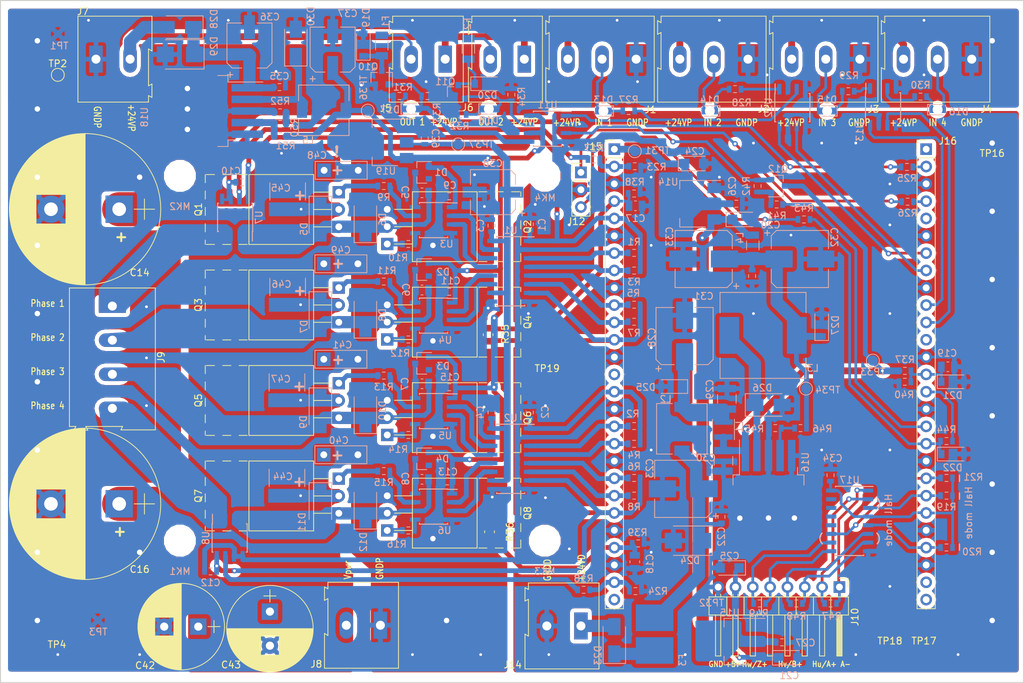
<source format=kicad_pcb>
(kicad_pcb (version 4) (host pcbnew 4.0.7-e2-6376~58~ubuntu16.04.1)
  (layers (0 F.Cu mixed) (31 B.Cu mixed hide) (34 B.Paste user hide) (35 F.Paste user hide) (36 B.SilkS user) (37 F.SilkS user hide) (38 B.Mask user) (39 F.Mask user) (44 Edge.Cuts user))
  (net 0 "")
  (net 1 GND)
  (net 2 /MOSFETs/CurSense/Isolation/+5Vpwr)
  (net 3 "Net-(C5-Pad1)")
  (net 4 /MOSFETs/CurSense/Isolation/HB0)
  (net 5 "Net-(C6-Pad1)")
  (net 6 /MOSFETs/CurSense/Isolation/HB1)
  (net 7 "Net-(C7-Pad1)")
  (net 8 /MOSFETs/CurSense/Isolation/HB2)
  (net 9 "Net-(C8-Pad1)")
  (net 10 /MOSFETs/CurSense/Isolation/HB3)
  (net 11 GNDPWR)
  (net 12 /DIO/+12V)
  (net 13 "/Digital DC/DC/+6.8V")
  (net 14 "/Digital DC/DC/+5VEnc")
  (net 15 "/Digital DC/DC/+Vpp")
  (net 16 /MOSFETs/CurSense/Isolation/Vpwr)
  (net 17 "Net-(D13-Pad1)")
  (net 18 /DIO/DI0_P)
  (net 19 "Net-(D14-Pad1)")
  (net 20 /DIO/DI1_P)
  (net 21 "Net-(D15-Pad1)")
  (net 22 /DIO/DI2_P)
  (net 23 "Net-(D16-Pad1)")
  (net 24 /DIO/DI3_P)
  (net 25 "Net-(D17-Pad1)")
  (net 26 "Net-(D17-Pad2)")
  (net 27 "Net-(D18-Pad1)")
  (net 28 "Net-(D18-Pad2)")
  (net 29 "Net-(D19-Pad1)")
  (net 30 "Net-(D20-Pad1)")
  (net 31 "/Digital DC/DC/+24VD")
  (net 32 "/Power DC/DC/+24VP")
  (net 33 /DIO/DO0_P)
  (net 34 /DIO/DO1_P)
  (net 35 "/Encoder Interface/EncA+")
  (net 36 "/Encoder Interface/EncA-")
  (net 37 "/Encoder Interface/EncB+")
  (net 38 "/Encoder Interface/EncB-")
  (net 39 "/Encoder Interface/EncZ+")
  (net 40 "/Encoder Interface/EncZ-")
  (net 41 "/MCU/FPGA connection/ADC_Csens0")
  (net 42 "/MCU/FPGA connection/ADC_Csens1")
  (net 43 "/Encoder Interface/EncA")
  (net 44 "/Encoder Interface/EncB")
  (net 45 "/Encoder Interface/EncZ")
  (net 46 "/MCU/FPGA connection/Vsense2")
  (net 47 /TempSens/Fan/TempAnalog)
  (net 48 "/MCU/FPGA connection/PWM3n")
  (net 49 "/MCU/FPGA connection/PWM0n")
  (net 50 "/MCU/FPGA connection/PWM0p")
  (net 51 "/MCU/FPGA connection/PWM1n")
  (net 52 "/MCU/FPGA connection/PWM1p")
  (net 53 "/MCU/FPGA connection/PWM2n")
  (net 54 "/MCU/FPGA connection/PWM2p")
  (net 55 "/MCU/FPGA connection/PWM3p")
  (net 56 "/MCU/FPGA connection/Pulse")
  (net 57 "/MCU/FPGA connection/PWM")
  (net 58 /DIO/DI0)
  (net 59 /DIO/DI1)
  (net 60 /DIO/DI2)
  (net 61 /DIO/DI3)
  (net 62 /DIO/DO0)
  (net 63 /DIO/DO1)
  (net 64 "Net-(Q1-Pad1)")
  (net 65 "Net-(Q2-Pad1)")
  (net 66 "Net-(Q3-Pad1)")
  (net 67 "Net-(Q4-Pad1)")
  (net 68 "Net-(Q5-Pad1)")
  (net 69 "Net-(Q6-Pad1)")
  (net 70 "Net-(Q7-Pad1)")
  (net 71 "Net-(Q8-Pad1)")
  (net 72 "Net-(R9-Pad2)")
  (net 73 "Net-(R10-Pad2)")
  (net 74 "Net-(R11-Pad2)")
  (net 75 "Net-(R12-Pad2)")
  (net 76 "Net-(R13-Pad2)")
  (net 77 "Net-(R14-Pad2)")
  (net 78 "Net-(R15-Pad2)")
  (net 79 "Net-(R16-Pad2)")
  (net 80 "Net-(R25-Pad1)")
  (net 81 "Net-(R26-Pad1)")
  (net 82 "Net-(R27-Pad1)")
  (net 83 "Net-(R28-Pad1)")
  (net 84 "Net-(R29-Pad1)")
  (net 85 "Net-(R30-Pad1)")
  (net 86 /MOSFETs/CurSense/Isolation/LIN1)
  (net 87 /MOSFETs/CurSense/Isolation/HIN1)
  (net 88 /MOSFETs/CurSense/Isolation/LIN0)
  (net 89 /MOSFETs/CurSense/Isolation/HIN0)
  (net 90 /MOSFETs/CurSense/Isolation/LIN3)
  (net 91 /MOSFETs/CurSense/Isolation/HIN3)
  (net 92 /MOSFETs/CurSense/Isolation/LIN2)
  (net 93 /MOSFETs/CurSense/Isolation/HIN2)
  (net 94 /MOSFETs/CurSense/Isolation/HB0s)
  (net 95 /TempSens/Fan/TempAnalog_2)
  (net 96 "Net-(D23-Pad1)")
  (net 97 "Net-(D26-Pad1)")
  (net 98 "Net-(D30-Pad1)")
  (net 99 /TempSens/Fan/FAN_PULSE)
  (net 100 /TempSens/Fan/FAN_PWR)
  (net 101 "Net-(Q12-Pad1)")
  (net 102 "Net-(R17-Pad2)")
  (net 103 "Net-(R18-Pad2)")
  (net 104 "Net-(R45-Pad1)")
  (net 105 "Net-(R50-Pad1)")
  (net 106 "Net-(R50-Pad2)")
  (net 107 /MOSFETs/CurSense/Isolation/HB3s)
  (net 108 "Net-(C22-Pad1)")
  (net 109 "Net-(C28-Pad1)")
  (net 110 "Net-(C31-Pad1)")
  (net 111 "Net-(C35-Pad1)")
  (net 112 "/Encoder Interface/+3.3V")
  (net 113 "/MCU/FPGA connection/+5V")
  (module Package_SOIC:SOIC-16_3.9x9.9mm_P1.27mm (layer B.Cu) (at 144.8 130.2 180)
    (fp_text reference U2 (at 0 6 180) (layer B.SilkS) (effects (justify mirror)))
    (fp_text value SI8640)
    (pad 1 smd rect (at -2.7 4.445 180) (size 1.5 0.6) (layers B.Cu B.Paste B.Mask) (net 112 "/Encoder Interface/+3.3V"))
    (pad 2 smd rect (at -2.7 3.175 180) (size 1.5 0.6) (layers B.Cu B.Paste B.Mask) (net 1 GND))
    (pad 3 smd rect (at -2.7 1.905 180) (size 1.5 0.6) (layers B.Cu B.Paste B.Mask) (net 54 "/MCU/FPGA connection/PWM2p"))
    (pad 4 smd rect (at -2.7 0.635 180) (size 1.5 0.6) (layers B.Cu B.Paste B.Mask) (net 53 "/MCU/FPGA connection/PWM2n"))
    (pad 5 smd rect (at -2.7 -0.635 180) (size 1.5 0.6) (layers B.Cu B.Paste B.Mask) (net 55 "/MCU/FPGA connection/PWM3p"))
    (pad 6 smd rect (at -2.7 -1.905 180) (size 1.5 0.6) (layers B.Cu B.Paste B.Mask) (net 48 "/MCU/FPGA connection/PWM3n"))
    (pad 7 smd rect (at -2.7 -3.175 180) (size 1.5 0.6) (layers B.Cu B.Paste B.Mask) (net 112 "/Encoder Interface/+3.3V"))
    (pad 8 smd rect (at -2.7 -4.445 180) (size 1.5 0.6) (layers B.Cu B.Paste B.Mask) (net 1 GND))
    (pad 9 smd rect (at 2.7 -4.445 180) (size 1.5 0.6) (layers B.Cu B.Paste B.Mask) (net 11 GNDPWR))
    (pad 10 smd rect (at 2.7 -3.175 180) (size 1.5 0.6) (layers B.Cu B.Paste B.Mask) (net 2 /MOSFETs/CurSense/Isolation/+5Vpwr))
    (pad 11 smd rect (at 2.7 -1.905 180) (size 1.5 0.6) (layers B.Cu B.Paste B.Mask) (net 90 /MOSFETs/CurSense/Isolation/LIN3))
    (pad 12 smd rect (at 2.7 -0.635 180) (size 1.5 0.6) (layers B.Cu B.Paste B.Mask) (net 91 /MOSFETs/CurSense/Isolation/HIN3))
    (pad 13 smd rect (at 2.7 0.635 180) (size 1.5 0.6) (layers B.Cu B.Paste B.Mask) (net 92 /MOSFETs/CurSense/Isolation/LIN2))
    (pad 14 smd rect (at 2.7 1.905 180) (size 1.5 0.6) (layers B.Cu B.Paste B.Mask) (net 93 /MOSFETs/CurSense/Isolation/HIN2))
    (pad 15 smd rect (at 2.7 3.175 180) (size 1.5 0.6) (layers B.Cu B.Paste B.Mask) (net 11 GNDPWR))
    (pad 16 smd rect (at 2.7 4.445 180) (size 1.5 0.6) (layers B.Cu B.Paste B.Mask) (net 2 /MOSFETs/CurSense/Isolation/+5Vpwr))
  )
  (module Capacitor_THT:C_Disc_D7.5mm_W2.5mm_P5.00mm (layer B.Cu) (at 117.45 87.9)
    (fp_text reference C48 (at -1.05 -2.2) (layer B.SilkS) (effects (justify mirror)))
    (fp_text value CP)
    (pad 1 thru_hole rect (at 0 0) (size 2 2) (drill 1) (layers *.Cu *.Mask) (net 16 /MOSFETs/CurSense/Isolation/Vpwr))
    (pad 2 thru_hole circle (at 5 0) (size 2 2) (drill 1) (layers *.Cu *.Mask) (net 11 GNDPWR))
  )
  (module TestPoint:TestPoint_Pad_D1.5mm (layer F.Cu) (at 215.4 86.4)
    (fp_text reference TP16 (at 0 -1) (layer F.SilkS))
    (fp_text value GNDd)
    (pad 1 smd circle (at 0 0) (size 1 1) (layers F.Cu F.Mask) (net 1 GND))
  )
  (module TestPoint:TestPoint_Pad_D1.5mm (layer B.Cu) (at 78.4 67.9)
    (fp_text reference TP1 (at 0.2 1.75) (layer B.SilkS) (effects (justify mirror)))
    (fp_text value GNDp)
    (pad 1 smd circle (at 0 0) (size 1 1) (layers B.Cu B.Mask) (net 11 GNDPWR))
  )
  (module Connector_PinHeader_2.54mm:PinHeader_1x08_P2.54mm_Horizontal (layer F.Cu) (at 193 149 270)
    (fp_text reference J10 (at 4.385 -2.27 270) (layer F.SilkS))
    (fp_text value Conn_01x08)
    (pad 1 thru_hole rect (at 0 0 270) (size 1.7 1.7) (drill 1) (layers *.Cu *.Mask) (net 36 "/Encoder Interface/EncA-"))
    (pad 2 thru_hole oval (at 0 2.54 270) (size 1.7 1.7) (drill 1) (layers *.Cu *.Mask) (net 35 "/Encoder Interface/EncA+"))
    (pad 3 thru_hole oval (at 0 5.08 270) (size 1.7 1.7) (drill 1) (layers *.Cu *.Mask) (net 38 "/Encoder Interface/EncB-"))
    (pad 4 thru_hole oval (at 0 7.62 270) (size 1.7 1.7) (drill 1) (layers *.Cu *.Mask) (net 37 "/Encoder Interface/EncB+"))
    (pad 5 thru_hole oval (at 0 10.16 270) (size 1.7 1.7) (drill 1) (layers *.Cu *.Mask) (net 40 "/Encoder Interface/EncZ-"))
    (pad 6 thru_hole oval (at 0 12.7 270) (size 1.7 1.7) (drill 1) (layers *.Cu *.Mask) (net 39 "/Encoder Interface/EncZ+"))
    (pad 7 thru_hole oval (at 0 15.24 270) (size 1.7 1.7) (drill 1) (layers *.Cu *.Mask) (net 14 "/Digital DC/DC/+5VEnc"))
    (pad 8 thru_hole oval (at 0 17.78 270) (size 1.7 1.7) (drill 1) (layers *.Cu *.Mask) (net 1 GND))
  )
  (module Package_TO_SOT_SMD:SOT-223 (layer B.Cu) (at 171.5 92.8 180)
    (fp_text reference U14 (at 3.6 3.2 180) (layer B.SilkS) (effects (justify mirror)))
    (fp_text value AMS1117-5.0)
    (pad 4 smd rect (at 3.15 0 180) (size 2 3.8) (layers B.Cu B.Paste B.Mask) (net 113 "/MCU/FPGA connection/+5V"))
    (pad 2 smd rect (at -3.15 0 180) (size 2 1.5) (layers B.Cu B.Paste B.Mask) (net 113 "/MCU/FPGA connection/+5V"))
    (pad 3 smd rect (at -3.15 -2.3 180) (size 2 1.5) (layers B.Cu B.Paste B.Mask) (net 13 "/Digital DC/DC/+6.8V"))
    (pad 1 smd rect (at -3.15 2.3 180) (size 2 1.5) (layers B.Cu B.Paste B.Mask) (net 1 GND))
  )
  (module Capacitor_Tantalum_SMD:CP_EIA-3216-18_Kemet-A (layer B.Cu) (at 171.7 86.9)
    (fp_text reference C24 (at 0.1 -1.8) (layer B.SilkS) (effects (justify mirror)))
    (fp_text value "22uF 6.3V")
    (pad 1 smd rect (at -1.38 0) (size 1.36 1.4) (layers B.Cu B.Paste B.Mask) (net 113 "/MCU/FPGA connection/+5V"))
    (pad 2 smd rect (at 1.38 0) (size 1.36 1.4) (layers B.Cu B.Paste B.Mask) (net 1 GND))
  )
  (module Package_SOIC:SOIC-8_3.9x4.9mm_P1.27mm (layer B.Cu) (at 103.6 141.8 270)
    (fp_text reference U8 (at 0 3.5 270) (layer B.SilkS) (effects (justify mirror)))
    (fp_text value ACS712xLCTR-30A)
    (pad 1 smd rect (at -2.7 1.905 270) (size 1.55 0.6) (layers B.Cu B.Paste B.Mask) (net 107 /MOSFETs/CurSense/Isolation/HB3s))
    (pad 2 smd rect (at -2.7 0.635 270) (size 1.55 0.6) (layers B.Cu B.Paste B.Mask) (net 107 /MOSFETs/CurSense/Isolation/HB3s))
    (pad 3 smd rect (at -2.7 -0.635 270) (size 1.55 0.6) (layers B.Cu B.Paste B.Mask) (net 10 /MOSFETs/CurSense/Isolation/HB3))
    (pad 4 smd rect (at -2.7 -1.905 270) (size 1.55 0.6) (layers B.Cu B.Paste B.Mask) (net 10 /MOSFETs/CurSense/Isolation/HB3))
    (pad 5 smd rect (at 2.7 -1.905 270) (size 1.55 0.6) (layers B.Cu B.Paste B.Mask) (net 1 GND))
    (pad 6 smd rect (at 2.7 -0.635 270) (size 1.55 0.6) (layers B.Cu B.Paste B.Mask) (net 1 GND))
    (pad 7 smd rect (at 2.7 0.635 270) (size 1.55 0.6) (layers B.Cu B.Paste B.Mask) (net 103 "Net-(R18-Pad2)"))
    (pad 8 smd rect (at 2.7 1.905 270) (size 1.55 0.6) (layers B.Cu B.Paste B.Mask) (net 112 "/Encoder Interface/+3.3V"))
  )
  (module TerminalBlock:TerminalBlock_Altech_AK300-4_P5.00mm (layer F.Cu) (at 86.4 107.8 270)
    (fp_text reference J9 (at 7.5 -7.15 270) (layer F.SilkS))
    (fp_text value Screw_Terminal_01x04)
    (pad 1 thru_hole rect (at 0 0 270) (size 1.98 3.96) (drill 1.32) (layers *.Cu *.Mask) (net 94 /MOSFETs/CurSense/Isolation/HB0s))
    (pad 2 thru_hole oval (at 5 0 270) (size 1.98 3.96) (drill 1.32) (layers *.Cu *.Mask) (net 6 /MOSFETs/CurSense/Isolation/HB1))
    (pad 4 thru_hole oval (at 15 0 270) (size 1.98 3.96) (drill 1.32) (layers *.Cu *.Mask) (net 107 /MOSFETs/CurSense/Isolation/HB3s))
    (pad 3 thru_hole oval (at 10 0 270) (size 1.98 3.96) (drill 1.32) (layers *.Cu *.Mask) (net 8 /MOSFETs/CurSense/Isolation/HB2))
  )
  (module Capacitor_THT:CP_Radial_D12.5mm_P5.00mm (layer F.Cu) (at 99 154.8 180)
    (fp_text reference C42 (at 7.8 -5.7 180) (layer F.SilkS))
    (fp_text value CP)
    (pad 1 thru_hole rect (at 0 0 180) (size 2.4 2.4) (drill 1.2) (layers *.Cu *.Mask) (net 16 /MOSFETs/CurSense/Isolation/Vpwr))
    (pad 2 thru_hole circle (at 5 0 180) (size 2.4 2.4) (drill 1.2) (layers *.Cu *.Mask) (net 11 GNDPWR))
  )
  (module Diode_SMD:D_SMA (layer B.Cu) (at 116.9 123.2 270)
    (fp_text reference D9 (at 1.6 2.5 450) (layer B.SilkS) (effects (justify mirror)))
    (fp_text value STTH2R02A)
    (pad 1 smd rect (at -2 0 270) (size 2.5 1.8) (layers B.Cu B.Paste B.Mask) (net 16 /MOSFETs/CurSense/Isolation/Vpwr))
    (pad 2 smd rect (at 2 0 270) (size 2.5 1.8) (layers B.Cu B.Paste B.Mask) (net 8 /MOSFETs/CurSense/Isolation/HB2))
  )
  (module Connector_PinHeader_2.54mm:PinHeader_1x27_P2.54mm_Vertical (layer F.Cu) (at 160 84.8)
    (fp_text reference J15 (at -3.1 -0.4) (layer F.SilkS))
    (fp_text value Conn_01x27)
    (pad 1 thru_hole rect (at 0 0) (size 1.7 1.7) (drill 1) (layers *.Cu *.Mask) (net 113 "/MCU/FPGA connection/+5V"))
    (pad 2 thru_hole oval (at 0 2.54) (size 1.7 1.7) (drill 1) (layers *.Cu *.Mask) (net 41 "/MCU/FPGA connection/ADC_Csens0"))
    (pad 3 thru_hole oval (at 0 5.08) (size 1.7 1.7) (drill 1) (layers *.Cu *.Mask) (net 1 GND))
    (pad 4 thru_hole oval (at 0 7.62) (size 1.7 1.7) (drill 1) (layers *.Cu *.Mask) (net 47 /TempSens/Fan/TempAnalog))
    (pad 5 thru_hole oval (at 0 10.16) (size 1.7 1.7) (drill 1) (layers *.Cu *.Mask) (net 112 "/Encoder Interface/+3.3V"))
    (pad 6 thru_hole oval (at 0 12.7) (size 1.7 1.7) (drill 1) (layers *.Cu *.Mask) (net 1 GND))
    (pad 7 thru_hole oval (at 0 15.24) (size 1.7 1.7) (drill 1) (layers *.Cu *.Mask) (net 50 "/MCU/FPGA connection/PWM0p"))
    (pad 8 thru_hole oval (at 0 17.78) (size 1.7 1.7) (drill 1) (layers *.Cu *.Mask) (net 49 "/MCU/FPGA connection/PWM0n"))
    (pad 9 thru_hole oval (at 0 20.32) (size 1.7 1.7) (drill 1) (layers *.Cu *.Mask) (net 1 GND))
    (pad 10 thru_hole oval (at 0 22.86) (size 1.7 1.7) (drill 1) (layers *.Cu *.Mask) (net 52 "/MCU/FPGA connection/PWM1p"))
    (pad 11 thru_hole oval (at 0 25.4) (size 1.7 1.7) (drill 1) (layers *.Cu *.Mask) (net 51 "/MCU/FPGA connection/PWM1n"))
    (pad 12 thru_hole oval (at 0 27.94) (size 1.7 1.7) (drill 1) (layers *.Cu *.Mask) (net 112 "/Encoder Interface/+3.3V"))
    (pad 13 thru_hole oval (at 0 30.48) (size 1.7 1.7) (drill 1) (layers *.Cu *.Mask) (net 1 GND))
    (pad 14 thru_hole oval (at 0 33.02) (size 1.7 1.7) (drill 1) (layers *.Cu *.Mask))
    (pad 15 thru_hole oval (at 0 35.56) (size 1.7 1.7) (drill 1) (layers *.Cu *.Mask) (net 112 "/Encoder Interface/+3.3V"))
    (pad 16 thru_hole oval (at 0 38.1) (size 1.7 1.7) (drill 1) (layers *.Cu *.Mask) (net 1 GND))
    (pad 17 thru_hole oval (at 0 40.64) (size 1.7 1.7) (drill 1) (layers *.Cu *.Mask) (net 54 "/MCU/FPGA connection/PWM2p"))
    (pad 18 thru_hole oval (at 0 43.18) (size 1.7 1.7) (drill 1) (layers *.Cu *.Mask) (net 53 "/MCU/FPGA connection/PWM2n"))
    (pad 19 thru_hole oval (at 0 45.72) (size 1.7 1.7) (drill 1) (layers *.Cu *.Mask) (net 1 GND))
    (pad 20 thru_hole oval (at 0 48.26) (size 1.7 1.7) (drill 1) (layers *.Cu *.Mask) (net 55 "/MCU/FPGA connection/PWM3p"))
    (pad 21 thru_hole oval (at 0 50.8) (size 1.7 1.7) (drill 1) (layers *.Cu *.Mask) (net 48 "/MCU/FPGA connection/PWM3n"))
    (pad 22 thru_hole oval (at 0 53.34) (size 1.7 1.7) (drill 1) (layers *.Cu *.Mask) (net 112 "/Encoder Interface/+3.3V"))
    (pad 23 thru_hole oval (at 0 55.88) (size 1.7 1.7) (drill 1) (layers *.Cu *.Mask) (net 1 GND))
    (pad 24 thru_hole oval (at 0 58.42) (size 1.7 1.7) (drill 1) (layers *.Cu *.Mask) (net 95 /TempSens/Fan/TempAnalog_2))
    (pad 25 thru_hole oval (at 0 60.96) (size 1.7 1.7) (drill 1) (layers *.Cu *.Mask) (net 1 GND))
    (pad 26 thru_hole oval (at 0 63.5) (size 1.7 1.7) (drill 1) (layers *.Cu *.Mask) (net 42 "/MCU/FPGA connection/ADC_Csens1"))
    (pad 27 thru_hole oval (at 0 66.04) (size 1.7 1.7) (drill 1) (layers *.Cu *.Mask) (net 113 "/MCU/FPGA connection/+5V"))
  )
  (module TerminalBlock:TerminalBlock_Altech_AK300-2_P5.00mm (layer F.Cu) (at 84 71.6)
    (fp_text reference J7 (at -1.92 -6.99) (layer F.SilkS))
    (fp_text value Screw_Terminal_01x02)
    (pad 1 thru_hole rect (at 0 0) (size 1.98 3.96) (drill 1.32) (layers *.Cu *.Mask) (net 11 GNDPWR))
    (pad 2 thru_hole oval (at 5 0) (size 1.98 3.96) (drill 1.32) (layers *.Cu *.Mask) (net 32 "/Power DC/DC/+24VP"))
  )
  (module Package_TO_SOT_THT:TO-220-3_TabUp (layer F.Cu) (at 126.7 126.7 90)
    (fp_text reference Q6 (at 2.54 20.58 90) (layer F.SilkS))
    (fp_text value irf540n)
    (pad 1 thru_hole rect (at 0 0 90) (size 1.8 1.8) (drill 1) (layers *.Cu *.Mask) (net 69 "Net-(Q6-Pad1)"))
    (pad 2 thru_hole oval (at 2.54 0 90) (size 1.8 1.8) (drill 1) (layers *.Cu *.Mask) (net 8 /MOSFETs/CurSense/Isolation/HB2))
    (pad 3 thru_hole oval (at 5.08 0 90) (size 1.8 1.8) (drill 1) (layers *.Cu *.Mask) (net 11 GNDPWR))
  )
  (module Package_TO_SOT_THT:TO-220-3_TabUp (layer F.Cu) (at 119.6 105.1 270)
    (fp_text reference Q3 (at 2.54 20.58 270) (layer F.SilkS))
    (fp_text value irf540n)
    (pad 1 thru_hole rect (at 0 0 270) (size 1.8 1.8) (drill 1) (layers *.Cu *.Mask) (net 66 "Net-(Q3-Pad1)"))
    (pad 2 thru_hole oval (at 2.54 0 270) (size 1.8 1.8) (drill 1) (layers *.Cu *.Mask) (net 16 /MOSFETs/CurSense/Isolation/Vpwr))
    (pad 3 thru_hole oval (at 5.08 0 270) (size 1.8 1.8) (drill 1) (layers *.Cu *.Mask) (net 6 /MOSFETs/CurSense/Isolation/HB1))
  )
  (module Package_TO_SOT_THT:TO-220-3_TabUp (layer F.Cu) (at 119.6 119.1 270)
    (fp_text reference Q5 (at 2.54 20.58 270) (layer F.SilkS))
    (fp_text value irf540n)
    (pad 1 thru_hole rect (at 0 0 270) (size 1.8 1.8) (drill 1) (layers *.Cu *.Mask) (net 68 "Net-(Q5-Pad1)"))
    (pad 2 thru_hole oval (at 2.54 0 270) (size 1.8 1.8) (drill 1) (layers *.Cu *.Mask) (net 16 /MOSFETs/CurSense/Isolation/Vpwr))
    (pad 3 thru_hole oval (at 5.08 0 270) (size 1.8 1.8) (drill 1) (layers *.Cu *.Mask) (net 8 /MOSFETs/CurSense/Isolation/HB2))
  )
  (module Package_TO_SOT_THT:TO-220-3_TabUp (layer F.Cu) (at 119.6 91.1 270)
    (fp_text reference Q1 (at 2.54 20.58 270) (layer F.SilkS))
    (fp_text value irf540n)
    (pad 1 thru_hole rect (at 0 0 270) (size 1.8 1.8) (drill 1) (layers *.Cu *.Mask) (net 64 "Net-(Q1-Pad1)"))
    (pad 2 thru_hole oval (at 2.54 0 270) (size 1.8 1.8) (drill 1) (layers *.Cu *.Mask) (net 16 /MOSFETs/CurSense/Isolation/Vpwr))
    (pad 3 thru_hole oval (at 5.08 0 270) (size 1.8 1.8) (drill 1) (layers *.Cu *.Mask) (net 4 /MOSFETs/CurSense/Isolation/HB0))
  )
  (module Package_TO_SOT_THT:TO-220-3_TabUp (layer F.Cu) (at 126.7 98.7 90)
    (fp_text reference Q2 (at 2.54 20.58 90) (layer F.SilkS))
    (fp_text value irf540n)
    (pad 1 thru_hole rect (at 0 0 90) (size 1.8 1.8) (drill 1) (layers *.Cu *.Mask) (net 65 "Net-(Q2-Pad1)"))
    (pad 2 thru_hole oval (at 2.54 0 90) (size 1.8 1.8) (drill 1) (layers *.Cu *.Mask) (net 4 /MOSFETs/CurSense/Isolation/HB0))
    (pad 3 thru_hole oval (at 5.08 0 90) (size 1.8 1.8) (drill 1) (layers *.Cu *.Mask) (net 11 GNDPWR))
  )
  (module Capacitor_SMD:C_0603_1608Metric (layer B.Cu) (at 147.6 95.8 270)
    (fp_text reference C1 (at 0.1 -1.8 270) (layer B.SilkS) (effects (justify mirror)))
    (fp_text value 0.1uF)
    (pad 1 smd rect (at -0.875 0 270) (size 0.67 1) (layers B.Cu B.Paste B.Mask) (net 1 GND))
    (pad 2 smd rect (at 0.875 0 270) (size 0.67 1) (layers B.Cu B.Paste B.Mask) (net 112 "/Encoder Interface/+3.3V"))
  )
  (module Capacitor_SMD:C_0603_1608Metric (layer B.Cu) (at 147.6 123.4 270)
    (fp_text reference C2 (at -0.075 -2.25 270) (layer B.SilkS) (effects (justify mirror)))
    (fp_text value 0.1uF)
    (pad 1 smd rect (at -0.875 0 270) (size 0.67 1) (layers B.Cu B.Paste B.Mask) (net 1 GND))
    (pad 2 smd rect (at 0.875 0 270) (size 0.67 1) (layers B.Cu B.Paste B.Mask) (net 112 "/Encoder Interface/+3.3V"))
  )
  (module Capacitor_SMD:C_0603_1608Metric (layer B.Cu) (at 142 96 270)
    (fp_text reference C3 (at 0 1.65 270) (layer B.SilkS) (effects (justify mirror)))
    (fp_text value 0.1uF)
    (pad 1 smd rect (at -0.875 0 270) (size 0.67 1) (layers B.Cu B.Paste B.Mask) (net 11 GNDPWR))
    (pad 2 smd rect (at 0.875 0 270) (size 0.67 1) (layers B.Cu B.Paste B.Mask) (net 2 /MOSFETs/CurSense/Isolation/+5Vpwr))
  )
  (module Capacitor_SMD:C_0603_1608Metric (layer B.Cu) (at 142 123.4 270)
    (fp_text reference C4 (at 0 1.65 270) (layer B.SilkS) (effects (justify mirror)))
    (fp_text value 0.1uF)
    (pad 1 smd rect (at -0.875 0 270) (size 0.67 1) (layers B.Cu B.Paste B.Mask) (net 11 GNDPWR))
    (pad 2 smd rect (at 0.875 0 270) (size 0.67 1) (layers B.Cu B.Paste B.Mask) (net 2 /MOSFETs/CurSense/Isolation/+5Vpwr))
  )
  (module Capacitor_SMD:C_0805_2012Metric (layer B.Cu) (at 131.8 91.2)
    (fp_text reference C5 (at -2.4 -0.1 270) (layer B.SilkS) (effects (justify mirror)))
    (fp_text value "1uF 50V")
    (pad 1 smd rect (at -0.955 0) (size 0.97 1.5) (layers B.Cu B.Paste B.Mask) (net 3 "Net-(C5-Pad1)"))
    (pad 2 smd rect (at 0.955 0) (size 0.97 1.5) (layers B.Cu B.Paste B.Mask) (net 4 /MOSFETs/CurSense/Isolation/HB0))
  )
  (module Capacitor_SMD:C_0805_2012Metric (layer B.Cu) (at 131.8 105.45)
    (fp_text reference C6 (at -2.3 -0.05 270) (layer B.SilkS) (effects (justify mirror)))
    (fp_text value "1uF 50V")
    (pad 1 smd rect (at -0.955 0) (size 0.97 1.5) (layers B.Cu B.Paste B.Mask) (net 5 "Net-(C6-Pad1)"))
    (pad 2 smd rect (at 0.955 0) (size 0.97 1.5) (layers B.Cu B.Paste B.Mask) (net 6 /MOSFETs/CurSense/Isolation/HB1))
  )
  (module Capacitor_SMD:C_0805_2012Metric (layer B.Cu) (at 131.8 119.2)
    (fp_text reference C7 (at -2.5 0 90) (layer B.SilkS) (effects (justify mirror)))
    (fp_text value "1uF 50V")
    (pad 1 smd rect (at -0.955 0) (size 0.97 1.5) (layers B.Cu B.Paste B.Mask) (net 7 "Net-(C7-Pad1)"))
    (pad 2 smd rect (at 0.955 0) (size 0.97 1.5) (layers B.Cu B.Paste B.Mask) (net 8 /MOSFETs/CurSense/Isolation/HB2))
  )
  (module Capacitor_SMD:C_0805_2012Metric (layer B.Cu) (at 131.8 133.2)
    (fp_text reference C8 (at -2.4 -0.1 270) (layer B.SilkS) (effects (justify mirror)))
    (fp_text value "1uF 50V")
    (pad 1 smd rect (at -0.955 0) (size 0.97 1.5) (layers B.Cu B.Paste B.Mask) (net 9 "Net-(C8-Pad1)"))
    (pad 2 smd rect (at 0.955 0) (size 0.97 1.5) (layers B.Cu B.Paste B.Mask) (net 10 /MOSFETs/CurSense/Isolation/HB3))
  )
  (module Capacitor_SMD:C_0603_1608Metric (layer B.Cu) (at 135.8 91.7)
    (fp_text reference C9 (at 0.1 -1.6 180) (layer B.SilkS) (effects (justify mirror)))
    (fp_text value 0.1uF)
    (pad 1 smd rect (at -0.875 0) (size 0.67 1) (layers B.Cu B.Paste B.Mask) (net 11 GNDPWR))
    (pad 2 smd rect (at 0.875 0) (size 0.67 1) (layers B.Cu B.Paste B.Mask) (net 12 /DIO/+12V))
  )
  (module Capacitor_SMD:C_0603_1608Metric (layer B.Cu) (at 105.4 89.65)
    (fp_text reference C10 (at -1.6 -1.65 180) (layer B.SilkS) (effects (justify mirror)))
    (fp_text value 0.1uF)
    (pad 1 smd rect (at -0.875 0) (size 0.67 1) (layers B.Cu B.Paste B.Mask) (net 1 GND))
    (pad 2 smd rect (at 0.875 0) (size 0.67 1) (layers B.Cu B.Paste B.Mask) (net 112 "/Encoder Interface/+3.3V"))
  )
  (module Capacitor_SMD:C_0603_1608Metric (layer B.Cu) (at 135.8 105.7)
    (fp_text reference C11 (at 0.2 -1.6 180) (layer B.SilkS) (effects (justify mirror)))
    (fp_text value 0.1uF)
    (pad 1 smd rect (at -0.875 0) (size 0.67 1) (layers B.Cu B.Paste B.Mask) (net 11 GNDPWR))
    (pad 2 smd rect (at 0.875 0) (size 0.67 1) (layers B.Cu B.Paste B.Mask) (net 12 /DIO/+12V))
  )
  (module Capacitor_SMD:C_0603_1608Metric (layer B.Cu) (at 100.8 146.7)
    (fp_text reference C12 (at 0 1.65) (layer B.SilkS) (effects (justify mirror)))
    (fp_text value 0.1uF)
    (pad 1 smd rect (at -0.875 0) (size 0.67 1) (layers B.Cu B.Paste B.Mask) (net 1 GND))
    (pad 2 smd rect (at 0.875 0) (size 0.67 1) (layers B.Cu B.Paste B.Mask) (net 112 "/Encoder Interface/+3.3V"))
  )
  (module Capacitor_SMD:C_0603_1608Metric (layer B.Cu) (at 135.5 133.5)
    (fp_text reference C13 (at 0.1 -1.4 180) (layer B.SilkS) (effects (justify mirror)))
    (fp_text value 0.1uF)
    (pad 1 smd rect (at -0.875 0) (size 0.67 1) (layers B.Cu B.Paste B.Mask) (net 11 GNDPWR))
    (pad 2 smd rect (at 0.875 0) (size 0.67 1) (layers B.Cu B.Paste B.Mask) (net 12 /DIO/+12V))
  )
  (module Capacitor_SMD:C_0603_1608Metric (layer B.Cu) (at 135.8 119.7)
    (fp_text reference C15 (at 0.1 -1.5 180) (layer B.SilkS) (effects (justify mirror)))
    (fp_text value 0.1uF)
    (pad 1 smd rect (at -0.875 0) (size 0.67 1) (layers B.Cu B.Paste B.Mask) (net 11 GNDPWR))
    (pad 2 smd rect (at 0.875 0) (size 0.67 1) (layers B.Cu B.Paste B.Mask) (net 12 /DIO/+12V))
  )
  (module Capacitor_SMD:C_0603_1608Metric (layer B.Cu) (at 110.9 75.7)
    (fp_text reference C35 (at 0 -1.6 180) (layer B.SilkS) (effects (justify mirror)))
    (fp_text value "3.3nF 50V")
    (pad 1 smd rect (at -0.875 0) (size 0.67 1) (layers B.Cu B.Paste B.Mask) (net 111 "Net-(C35-Pad1)"))
    (pad 2 smd rect (at 0.875 0) (size 0.67 1) (layers B.Cu B.Paste B.Mask) (net 11 GNDPWR))
  )
  (module Package_TO_SOT_SMD:SOT-23 (layer B.Cu) (at 131.8 88.2 180)
    (fp_text reference D1 (at -2.8 0 360) (layer B.SilkS) (effects (justify mirror)))
    (fp_text value D_Schottky_AKK)
    (pad 1 smd rect (at -1 0.95 180) (size 0.9 0.8) (layers B.Cu B.Paste B.Mask) (net 12 /DIO/+12V))
    (pad 2 smd rect (at -1 -0.95 180) (size 0.9 0.8) (layers B.Cu B.Paste B.Mask))
    (pad 3 smd rect (at 1 0 180) (size 0.9 0.8) (layers B.Cu B.Paste B.Mask) (net 3 "Net-(C5-Pad1)"))
  )
  (module Package_TO_SOT_SMD:SOT-23 (layer B.Cu) (at 131.8 102.45 180)
    (fp_text reference D2 (at -3.1 -0.35 180) (layer B.SilkS) (effects (justify mirror)))
    (fp_text value D_Schottky_AKK)
    (pad 1 smd rect (at -1 0.95 180) (size 0.9 0.8) (layers B.Cu B.Paste B.Mask) (net 12 /DIO/+12V))
    (pad 2 smd rect (at -1 -0.95 180) (size 0.9 0.8) (layers B.Cu B.Paste B.Mask))
    (pad 3 smd rect (at 1 0 180) (size 0.9 0.8) (layers B.Cu B.Paste B.Mask) (net 5 "Net-(C6-Pad1)"))
  )
  (module Package_TO_SOT_SMD:SOT-23 (layer B.Cu) (at 131.8 116.2 180)
    (fp_text reference D3 (at -3.1 -0.4 180) (layer B.SilkS) (effects (justify mirror)))
    (fp_text value D_Schottky_AKK)
    (pad 1 smd rect (at -1 0.95 180) (size 0.9 0.8) (layers B.Cu B.Paste B.Mask) (net 12 /DIO/+12V))
    (pad 2 smd rect (at -1 -0.95 180) (size 0.9 0.8) (layers B.Cu B.Paste B.Mask))
    (pad 3 smd rect (at 1 0 180) (size 0.9 0.8) (layers B.Cu B.Paste B.Mask) (net 7 "Net-(C7-Pad1)"))
  )
  (module Package_TO_SOT_SMD:SOT-23 (layer B.Cu) (at 131.8 130.2 180)
    (fp_text reference D4 (at -3 0 180) (layer B.SilkS) (effects (justify mirror)))
    (fp_text value D_Schottky_AKK)
    (pad 1 smd rect (at -1 0.95 180) (size 0.9 0.8) (layers B.Cu B.Paste B.Mask) (net 12 /DIO/+12V))
    (pad 2 smd rect (at -1 -0.95 180) (size 0.9 0.8) (layers B.Cu B.Paste B.Mask))
    (pad 3 smd rect (at 1 0 180) (size 0.9 0.8) (layers B.Cu B.Paste B.Mask) (net 9 "Net-(C8-Pad1)"))
  )
  (module Diode_SMD:D_SMA (layer B.Cu) (at 116.9 95.1 270)
    (fp_text reference D5 (at 1.4 2.4 270) (layer B.SilkS) (effects (justify mirror)))
    (fp_text value STTH2R02A)
    (pad 1 smd rect (at -2 0 270) (size 2.5 1.8) (layers B.Cu B.Paste B.Mask) (net 16 /MOSFETs/CurSense/Isolation/Vpwr))
    (pad 2 smd rect (at 2 0 270) (size 2.5 1.8) (layers B.Cu B.Paste B.Mask) (net 4 /MOSFETs/CurSense/Isolation/HB0))
  )
  (module Diode_SMD:D_SMA (layer B.Cu) (at 123.5 95.1 90)
    (fp_text reference D6 (at 0 2.5 90) (layer B.SilkS) (effects (justify mirror)))
    (fp_text value STTH2R02A)
    (pad 1 smd rect (at -2 0 90) (size 2.5 1.8) (layers B.Cu B.Paste B.Mask) (net 4 /MOSFETs/CurSense/Isolation/HB0))
    (pad 2 smd rect (at 2 0 90) (size 2.5 1.8) (layers B.Cu B.Paste B.Mask) (net 11 GNDPWR))
  )
  (module Diode_SMD:D_SMA (layer B.Cu) (at 116.9 109.1 270)
    (fp_text reference D7 (at 1.7 2.4 270) (layer B.SilkS) (effects (justify mirror)))
    (fp_text value STTH2R02A)
    (pad 1 smd rect (at -2 0 270) (size 2.5 1.8) (layers B.Cu B.Paste B.Mask) (net 16 /MOSFETs/CurSense/Isolation/Vpwr))
    (pad 2 smd rect (at 2 0 270) (size 2.5 1.8) (layers B.Cu B.Paste B.Mask) (net 6 /MOSFETs/CurSense/Isolation/HB1))
  )
  (module Diode_SMD:D_SMA (layer B.Cu) (at 123.5 109.1 90)
    (fp_text reference D8 (at 0 2.5 90) (layer B.SilkS) (effects (justify mirror)))
    (fp_text value STTH2R02A)
    (pad 1 smd rect (at -2 0 90) (size 2.5 1.8) (layers B.Cu B.Paste B.Mask) (net 6 /MOSFETs/CurSense/Isolation/HB1))
    (pad 2 smd rect (at 2 0 90) (size 2.5 1.8) (layers B.Cu B.Paste B.Mask) (net 11 GNDPWR))
  )
  (module Diode_SMD:D_SMA (layer B.Cu) (at 123.5 123.1 90)
    (fp_text reference D10 (at 0 2.5 90) (layer B.SilkS) (effects (justify mirror)))
    (fp_text value STTH2R02A)
    (pad 1 smd rect (at -2 0 90) (size 2.5 1.8) (layers B.Cu B.Paste B.Mask) (net 8 /MOSFETs/CurSense/Isolation/HB2))
    (pad 2 smd rect (at 2 0 90) (size 2.5 1.8) (layers B.Cu B.Paste B.Mask) (net 11 GNDPWR))
  )
  (module Diode_SMD:D_SMA (layer B.Cu) (at 116.9 137.1 270)
    (fp_text reference D11 (at 2.4 2.7 450) (layer B.SilkS) (effects (justify mirror)))
    (fp_text value STTH2R02A)
    (pad 1 smd rect (at -2 0 270) (size 2.5 1.8) (layers B.Cu B.Paste B.Mask) (net 16 /MOSFETs/CurSense/Isolation/Vpwr))
    (pad 2 smd rect (at 2 0 270) (size 2.5 1.8) (layers B.Cu B.Paste B.Mask) (net 10 /MOSFETs/CurSense/Isolation/HB3))
  )
  (module Diode_SMD:D_SMA (layer B.Cu) (at 123.5 137.1 90)
    (fp_text reference D12 (at -5.3 -0.3 90) (layer B.SilkS) (effects (justify mirror)))
    (fp_text value STTH2R02A)
    (pad 1 smd rect (at -2 0 90) (size 2.5 1.8) (layers B.Cu B.Paste B.Mask) (net 10 /MOSFETs/CurSense/Isolation/HB3))
    (pad 2 smd rect (at 2 0 90) (size 2.5 1.8) (layers B.Cu B.Paste B.Mask) (net 11 GNDPWR))
  )
  (module Diode_SMD:D_SOD-123 (layer B.Cu) (at 123.2 69.5 90)
    (fp_text reference D19 (at 4 0.4 90) (layer B.SilkS) (effects (justify mirror)))
    (fp_text value BZT52C30)
    (pad 1 smd rect (at -1.65 0 90) (size 0.9 1.2) (layers B.Cu B.Paste B.Mask) (net 29 "Net-(D19-Pad1)"))
    (pad 2 smd rect (at 1.65 0 90) (size 0.9 1.2) (layers B.Cu B.Paste B.Mask) (net 11 GNDPWR))
  )
  (module Diode_SMD:D_SOD-123 (layer B.Cu) (at 141.2 75.2)
    (fp_text reference D20 (at 0.2 1.7 180) (layer B.SilkS) (effects (justify mirror)))
    (fp_text value BZT52C30)
    (pad 1 smd rect (at -1.65 0) (size 0.9 1.2) (layers B.Cu B.Paste B.Mask) (net 30 "Net-(D20-Pad1)"))
    (pad 2 smd rect (at 1.65 0) (size 0.9 1.2) (layers B.Cu B.Paste B.Mask) (net 11 GNDPWR))
  )
  (module Diode_SMD:D_SOD-123 (layer B.Cu) (at 168.5 119.6 180)
    (fp_text reference D25 (at 3.9 -0.1 180) (layer B.SilkS) (effects (justify mirror)))
    (fp_text value BZT52C30)
    (pad 1 smd rect (at -1.65 0 180) (size 0.9 1.2) (layers B.Cu B.Paste B.Mask) (net 109 "Net-(C28-Pad1)"))
    (pad 2 smd rect (at 1.65 0 180) (size 0.9 1.2) (layers B.Cu B.Paste B.Mask) (net 1 GND))
  )
  (module Diode_SMD:D_SMA (layer B.Cu) (at 182.6 122.3)
    (fp_text reference D26 (at -0.9 -2.5 180) (layer B.SilkS) (effects (justify mirror)))
    (fp_text value 1N5822)
    (pad 1 smd rect (at -2 0) (size 2.5 1.8) (layers B.Cu B.Paste B.Mask) (net 97 "Net-(D26-Pad1)"))
    (pad 2 smd rect (at 2 0) (size 2.5 1.8) (layers B.Cu B.Paste B.Mask) (net 1 GND))
  )
  (module Diode_SMD:D_SMA (layer B.Cu) (at 96.3 66.9 180)
    (fp_text reference D28 (at -5 1.2 270) (layer B.SilkS) (effects (justify mirror)))
    (fp_text value 1N5822)
    (pad 1 smd rect (at -2 0 180) (size 2.5 1.8) (layers B.Cu B.Paste B.Mask) (net 111 "Net-(C35-Pad1)"))
    (pad 2 smd rect (at 2 0 180) (size 2.5 1.8) (layers B.Cu B.Paste B.Mask) (net 32 "/Power DC/DC/+24VP"))
  )
  (module Fuse:Fuse_1206_3216Metric (layer B.Cu) (at 125.9 69.6 270)
    (fp_text reference F1 (at -3.5 -0.6 270) (layer B.SilkS) (effects (justify mirror)))
    (fp_text value "Fuse 200mA")
    (pad 1 smd rect (at -1.505 0 270) (size 1.07 1.8) (layers B.Cu B.Paste B.Mask) (net 33 /DIO/DO0_P))
    (pad 2 smd rect (at 1.505 0 270) (size 1.07 1.8) (layers B.Cu B.Paste B.Mask) (net 29 "Net-(D19-Pad1)"))
  )
  (module Fuse:Fuse_1206_3216Metric (layer B.Cu) (at 138.6 70.1 270)
    (fp_text reference F2 (at -3.7 0.15 270) (layer B.SilkS) (effects (justify mirror)))
    (fp_text value "Fuse 200mA")
    (pad 1 smd rect (at -1.505 0 270) (size 1.07 1.8) (layers B.Cu B.Paste B.Mask) (net 34 /DIO/DO1_P))
    (pad 2 smd rect (at 1.505 0 270) (size 1.07 1.8) (layers B.Cu B.Paste B.Mask) (net 30 "Net-(D20-Pad1)"))
  )
  (module Fuse:Fuse_2920_7451Metric (layer B.Cu) (at 165.9 155.9 270)
    (fp_text reference F3 (at 3.8 -4.1 270) (layer B.SilkS) (effects (justify mirror)))
    (fp_text value 2920L030DR)
    (pad 1 smd rect (at -2.395 0 270) (size 3.89 5.5) (layers B.Cu B.Paste B.Mask) (net 108 "Net-(C22-Pad1)"))
    (pad 2 smd rect (at 2.395 0 270) (size 3.89 5.5) (layers B.Cu B.Paste B.Mask) (net 96 "Net-(D23-Pad1)"))
  )
  (module Inductor_SMD:L_7.3x7.3_H3.5 (layer B.Cu) (at 169.9 125.8 90)
    (fp_text reference L1 (at 0.3 8.45 270) (layer B.SilkS) (effects (justify mirror)))
    (fp_text value "33R 1A")
    (pad 1 smd rect (at -3.2 0 90) (size 1.5 2.2) (layers B.Cu B.Paste B.Mask) (net 108 "Net-(C22-Pad1)"))
    (pad 2 smd rect (at 3.2 0 90) (size 1.5 2.2) (layers B.Cu B.Paste B.Mask) (net 109 "Net-(C28-Pad1)"))
  )
  (module Inductor_SMD:L_Taiyo-Yuden_MD-3030 (layer B.Cu) (at 176 125.9 270)
    (fp_text reference L2 (at -4.45 8.475 360) (layer B.SilkS) (effects (justify mirror)))
    (fp_text value "4R7 1A")
    (pad 1 smd rect (at -1.1 0 270) (size 0.8 2.7) (layers B.Cu B.Paste B.Mask) (net 109 "Net-(C28-Pad1)"))
    (pad 2 smd rect (at 1.1 0 270) (size 0.8 2.7) (layers B.Cu B.Paste B.Mask) (net 15 "/Digital DC/DC/+Vpp"))
  )
  (module Inductor_SMD:L_12x12mm_h8mm (layer B.Cu) (at 181.8 112.1)
    (fp_text reference L3 (at 7.3 4.8) (layer B.SilkS) (effects (justify mirror)))
    (fp_text value "33R 3A")
    (pad 1 smd rect (at -4.95 0) (size 2.9 5.4) (layers B.Cu B.Paste B.Mask) (net 97 "Net-(D26-Pad1)"))
    (pad 2 smd rect (at 4.95 0) (size 2.9 5.4) (layers B.Cu B.Paste B.Mask) (net 110 "Net-(C31-Pad1)"))
  )
  (module Inductor_SMD:L_1206_3216Metric (layer B.Cu) (at 180.3 98.9 90)
    (fp_text reference L4 (at 1.1 -1.9 270) (layer B.SilkS) (effects (justify mirror)))
    (fp_text value BLM31PG391SN1L)
    (pad 1 smd rect (at -1.505 0 90) (size 1.07 1.8) (layers B.Cu B.Paste B.Mask) (net 110 "Net-(C31-Pad1)"))
    (pad 2 smd rect (at 1.505 0 90) (size 1.07 1.8) (layers B.Cu B.Paste B.Mask) (net 13 "/Digital DC/DC/+6.8V"))
  )
  (module Inductor_SMD:L_7.3x7.3_H3.5 (layer B.Cu) (at 117.4 79.1)
    (fp_text reference L5 (at -2.3 4.4) (layer B.SilkS) (effects (justify mirror)))
    (fp_text value "33R 1A")
    (pad 1 smd rect (at -3.2 0) (size 1.5 2.2) (layers B.Cu B.Paste B.Mask) (net 98 "Net-(D30-Pad1)"))
    (pad 2 smd rect (at 3.2 0) (size 1.5 2.2) (layers B.Cu B.Paste B.Mask) (net 12 /DIO/+12V))
  )
  (module Package_TO_SOT_SMD:SOT-23 (layer B.Cu) (at 125.9 74.3 90)
    (fp_text reference Q10 (at 1.6 -2 360) (layer B.SilkS) (effects (justify mirror)))
    (fp_text value 2N7002)
    (pad 1 smd rect (at -1 0.95 90) (size 0.9 0.8) (layers B.Cu B.Paste B.Mask) (net 26 "Net-(D17-Pad2)"))
    (pad 2 smd rect (at -1 -0.95 90) (size 0.9 0.8) (layers B.Cu B.Paste B.Mask) (net 11 GNDPWR))
    (pad 3 smd rect (at 1 0 90) (size 0.9 0.8) (layers B.Cu B.Paste B.Mask) (net 29 "Net-(D19-Pad1)"))
  )
  (module Resistor_SMD:R_0603_1608Metric (layer B.Cu) (at 162.9 100)
    (fp_text reference R1 (at 0 -1.6 180) (layer B.SilkS) (effects (justify mirror)))
    (fp_text value 10k)
    (pad 1 smd rect (at -0.875 0) (size 0.67 1) (layers B.Cu B.Paste B.Mask) (net 50 "/MCU/FPGA connection/PWM0p"))
    (pad 2 smd rect (at 0.875 0) (size 0.67 1) (layers B.Cu B.Paste B.Mask) (net 112 "/Encoder Interface/+3.3V"))
  )
  (module Resistor_SMD:R_0603_1608Metric (layer B.Cu) (at 162.9 125.4)
    (fp_text reference R2 (at -0.2 -1.8 180) (layer B.SilkS) (effects (justify mirror)))
    (fp_text value 10k)
    (pad 1 smd rect (at -0.875 0) (size 0.67 1) (layers B.Cu B.Paste B.Mask) (net 54 "/MCU/FPGA connection/PWM2p"))
    (pad 2 smd rect (at 0.875 0) (size 0.67 1) (layers B.Cu B.Paste B.Mask) (net 112 "/Encoder Interface/+3.3V"))
  )
  (module Resistor_SMD:R_0603_1608Metric (layer B.Cu) (at 162.9 102.6)
    (fp_text reference R3 (at 0 1.65) (layer B.SilkS) (effects (justify mirror)))
    (fp_text value 10k)
    (pad 1 smd rect (at -0.875 0) (size 0.67 1) (layers B.Cu B.Paste B.Mask) (net 49 "/MCU/FPGA connection/PWM0n"))
    (pad 2 smd rect (at 0.875 0) (size 0.67 1) (layers B.Cu B.Paste B.Mask) (net 112 "/Encoder Interface/+3.3V"))
  )
  (module Resistor_SMD:R_0603_1608Metric (layer B.Cu) (at 162.9 128)
    (fp_text reference R4 (at 0 1.65) (layer B.SilkS) (effects (justify mirror)))
    (fp_text value 10k)
    (pad 1 smd rect (at -0.875 0) (size 0.67 1) (layers B.Cu B.Paste B.Mask) (net 53 "/MCU/FPGA connection/PWM2n"))
    (pad 2 smd rect (at 0.875 0) (size 0.67 1) (layers B.Cu B.Paste B.Mask) (net 112 "/Encoder Interface/+3.3V"))
  )
  (module Resistor_SMD:R_0603_1608Metric (layer B.Cu) (at 162.9 107.6)
    (fp_text reference R5 (at -0.1 -1.7 180) (layer B.SilkS) (effects (justify mirror)))
    (fp_text value 10k)
    (pad 1 smd rect (at -0.875 0) (size 0.67 1) (layers B.Cu B.Paste B.Mask) (net 52 "/MCU/FPGA connection/PWM1p"))
    (pad 2 smd rect (at 0.875 0) (size 0.67 1) (layers B.Cu B.Paste B.Mask) (net 112 "/Encoder Interface/+3.3V"))
  )
  (module Resistor_SMD:R_0603_1608Metric (layer B.Cu) (at 162.9 133)
    (fp_text reference R6 (at 0 -1.675 180) (layer B.SilkS) (effects (justify mirror)))
    (fp_text value 10k)
    (pad 1 smd rect (at -0.875 0) (size 0.67 1) (layers B.Cu B.Paste B.Mask) (net 55 "/MCU/FPGA connection/PWM3p"))
    (pad 2 smd rect (at 0.875 0) (size 0.67 1) (layers B.Cu B.Paste B.Mask) (net 112 "/Encoder Interface/+3.3V"))
  )
  (module Resistor_SMD:R_0603_1608Metric (layer B.Cu) (at 162.9 110.1)
    (fp_text reference R7 (at 0 1.65) (layer B.SilkS) (effects (justify mirror)))
    (fp_text value 10k)
    (pad 1 smd rect (at -0.875 0) (size 0.67 1) (layers B.Cu B.Paste B.Mask) (net 51 "/MCU/FPGA connection/PWM1n"))
    (pad 2 smd rect (at 0.875 0) (size 0.67 1) (layers B.Cu B.Paste B.Mask) (net 112 "/Encoder Interface/+3.3V"))
  )
  (module Resistor_SMD:R_0603_1608Metric (layer B.Cu) (at 162.9 135.6)
    (fp_text reference R8 (at 0 1.65) (layer B.SilkS) (effects (justify mirror)))
    (fp_text value 10k)
    (pad 1 smd rect (at -0.875 0) (size 0.67 1) (layers B.Cu B.Paste B.Mask) (net 48 "/MCU/FPGA connection/PWM3n"))
    (pad 2 smd rect (at 0.875 0) (size 0.67 1) (layers B.Cu B.Paste B.Mask) (net 112 "/Encoder Interface/+3.3V"))
  )
  (module Resistor_SMD:R_0603_1608Metric (layer B.Cu) (at 126.2 90.2)
    (fp_text reference R9 (at 0 1.65) (layer B.SilkS) (effects (justify mirror)))
    (fp_text value 1)
    (pad 1 smd rect (at -0.875 0) (size 0.67 1) (layers B.Cu B.Paste B.Mask) (net 64 "Net-(Q1-Pad1)"))
    (pad 2 smd rect (at 0.875 0) (size 0.67 1) (layers B.Cu B.Paste B.Mask) (net 72 "Net-(R9-Pad2)"))
  )
  (module Resistor_SMD:R_0603_1608Metric (layer B.Cu) (at 129.8 98.7)
    (fp_text reference R10 (at -1.5 2) (layer B.SilkS) (effects (justify mirror)))
    (fp_text value 1)
    (pad 1 smd rect (at -0.875 0) (size 0.67 1) (layers B.Cu B.Paste B.Mask) (net 65 "Net-(Q2-Pad1)"))
    (pad 2 smd rect (at 0.875 0) (size 0.67 1) (layers B.Cu B.Paste B.Mask) (net 73 "Net-(R10-Pad2)"))
  )
  (module Resistor_SMD:R_0603_1608Metric (layer B.Cu) (at 126.2 104.2)
    (fp_text reference R11 (at 0.4 -1.6) (layer B.SilkS) (effects (justify mirror)))
    (fp_text value 1)
    (pad 1 smd rect (at -0.875 0) (size 0.67 1) (layers B.Cu B.Paste B.Mask) (net 66 "Net-(Q3-Pad1)"))
    (pad 2 smd rect (at 0.875 0) (size 0.67 1) (layers B.Cu B.Paste B.Mask) (net 74 "Net-(R11-Pad2)"))
  )
  (module Resistor_SMD:R_0603_1608Metric (layer B.Cu) (at 129.8 112.7)
    (fp_text reference R12 (at -1.2 2) (layer B.SilkS) (effects (justify mirror)))
    (fp_text value 1)
    (pad 1 smd rect (at -0.875 0) (size 0.67 1) (layers B.Cu B.Paste B.Mask) (net 67 "Net-(Q4-Pad1)"))
    (pad 2 smd rect (at 0.875 0) (size 0.67 1) (layers B.Cu B.Paste B.Mask) (net 75 "Net-(R12-Pad2)"))
  )
  (module Resistor_SMD:R_0603_1608Metric (layer B.Cu) (at 126.2 118)
    (fp_text reference R13 (at 0 1.65) (layer B.SilkS) (effects (justify mirror)))
    (fp_text value 1)
    (pad 1 smd rect (at -0.875 0) (size 0.67 1) (layers B.Cu B.Paste B.Mask) (net 68 "Net-(Q5-Pad1)"))
    (pad 2 smd rect (at 0.875 0) (size 0.67 1) (layers B.Cu B.Paste B.Mask) (net 76 "Net-(R13-Pad2)"))
  )
  (module Resistor_SMD:R_0603_1608Metric (layer B.Cu) (at 129.8 126.7)
    (fp_text reference R14 (at -1.5 2.1) (layer B.SilkS) (effects (justify mirror)))
    (fp_text value 1)
    (pad 1 smd rect (at -0.875 0) (size 0.67 1) (layers B.Cu B.Paste B.Mask) (net 69 "Net-(Q6-Pad1)"))
    (pad 2 smd rect (at 0.875 0) (size 0.67 1) (layers B.Cu B.Paste B.Mask) (net 77 "Net-(R14-Pad2)"))
  )
  (module Resistor_SMD:R_0603_1608Metric (layer B.Cu) (at 126.2 132)
    (fp_text reference R15 (at 0 1.65) (layer B.SilkS) (effects (justify mirror)))
    (fp_text value 1)
    (pad 1 smd rect (at -0.875 0) (size 0.67 1) (layers B.Cu B.Paste B.Mask) (net 70 "Net-(Q7-Pad1)"))
    (pad 2 smd rect (at 0.875 0) (size 0.67 1) (layers B.Cu B.Paste B.Mask) (net 78 "Net-(R15-Pad2)"))
  )
  (module Resistor_SMD:R_0603_1608Metric (layer B.Cu) (at 129.8 140.7)
    (fp_text reference R16 (at -1.7 2) (layer B.SilkS) (effects (justify mirror)))
    (fp_text value 1)
    (pad 1 smd rect (at -0.875 0) (size 0.67 1) (layers B.Cu B.Paste B.Mask) (net 71 "Net-(Q8-Pad1)"))
    (pad 2 smd rect (at 0.875 0) (size 0.67 1) (layers B.Cu B.Paste B.Mask) (net 79 "Net-(R16-Pad2)"))
  )
  (module Resistor_SMD:R_0603_1608Metric (layer B.Cu) (at 157 86.3 180)
    (fp_text reference R17 (at 0 1.65 180) (layer B.SilkS) (effects (justify mirror)))
    (fp_text value 360)
    (pad 1 smd rect (at -0.875 0 180) (size 0.67 1) (layers B.Cu B.Paste B.Mask) (net 41 "/MCU/FPGA connection/ADC_Csens0"))
    (pad 2 smd rect (at 0.875 0 180) (size 0.67 1) (layers B.Cu B.Paste B.Mask) (net 102 "Net-(R17-Pad2)"))
  )
  (module Resistor_SMD:R_0603_1608Metric (layer B.Cu) (at 155.5 149.4 180)
    (fp_text reference R18 (at 0 1.65 180) (layer B.SilkS) (effects (justify mirror)))
    (fp_text value 360)
    (pad 1 smd rect (at -0.875 0 180) (size 0.67 1) (layers B.Cu B.Paste B.Mask) (net 42 "/MCU/FPGA connection/ADC_Csens1"))
    (pad 2 smd rect (at 0.875 0 180) (size 0.67 1) (layers B.Cu B.Paste B.Mask) (net 103 "Net-(R18-Pad2)"))
  )
  (module Resistor_SMD:R_0603_1608Metric (layer B.Cu) (at 163 87.3 180)
    (fp_text reference R23 (at -3.2 -0.1 180) (layer B.SilkS) (effects (justify mirror)))
    (fp_text value 680)
    (pad 1 smd rect (at -0.875 0 180) (size 0.67 1) (layers B.Cu B.Paste B.Mask) (net 1 GND))
    (pad 2 smd rect (at 0.875 0 180) (size 0.67 1) (layers B.Cu B.Paste B.Mask) (net 41 "/MCU/FPGA connection/ADC_Csens0"))
  )
  (module Resistor_SMD:R_0603_1608Metric (layer B.Cu) (at 163.1 149.6 180)
    (fp_text reference R24 (at -3.3 0 180) (layer B.SilkS) (effects (justify mirror)))
    (fp_text value 680)
    (pad 1 smd rect (at -0.875 0 180) (size 0.67 1) (layers B.Cu B.Paste B.Mask) (net 1 GND))
    (pad 2 smd rect (at 0.875 0 180) (size 0.67 1) (layers B.Cu B.Paste B.Mask) (net 42 "/MCU/FPGA connection/ADC_Csens1"))
  )
  (module Resistor_SMD:R_0603_1608Metric (layer B.Cu) (at 202.9 87.4)
    (fp_text reference R25 (at 0 1.65) (layer B.SilkS) (effects (justify mirror)))
    (fp_text value 330)
    (pad 1 smd rect (at -0.875 0) (size 0.67 1) (layers B.Cu B.Paste B.Mask) (net 80 "Net-(R25-Pad1)"))
    (pad 2 smd rect (at 0.875 0) (size 0.67 1) (layers B.Cu B.Paste B.Mask) (net 62 /DIO/DO0))
  )
  (module Resistor_SMD:R_0603_1608Metric (layer B.Cu) (at 203 92.5)
    (fp_text reference R26 (at 0 1.65) (layer B.SilkS) (effects (justify mirror)))
    (fp_text value 330)
    (pad 1 smd rect (at -0.875 0) (size 0.67 1) (layers B.Cu B.Paste B.Mask) (net 81 "Net-(R26-Pad1)"))
    (pad 2 smd rect (at 0.875 0) (size 0.67 1) (layers B.Cu B.Paste B.Mask) (net 63 /DIO/DO1))
  )
  (module Resistor_SMD:R_0603_1608Metric (layer B.Cu) (at 162.1 79.2 180)
    (fp_text reference R27 (at 0 1.65 180) (layer B.SilkS) (effects (justify mirror)))
    (fp_text value 2k2)
    (pad 1 smd rect (at -0.875 0 180) (size 0.67 1) (layers B.Cu B.Paste B.Mask) (net 82 "Net-(R27-Pad1)"))
    (pad 2 smd rect (at 0.875 0 180) (size 0.67 1) (layers B.Cu B.Paste B.Mask) (net 17 "Net-(D13-Pad1)"))
  )
  (module Resistor_SMD:R_0603_1608Metric (layer B.Cu) (at 177.7 76 180)
    (fp_text reference R28 (at -0.975 -1.975 360) (layer B.SilkS) (effects (justify mirror)))
    (fp_text value 2k2)
    (pad 1 smd rect (at -0.875 0 180) (size 0.67 1) (layers B.Cu B.Paste B.Mask) (net 83 "Net-(R28-Pad1)"))
    (pad 2 smd rect (at 0.875 0 180) (size 0.67 1) (layers B.Cu B.Paste B.Mask) (net 19 "Net-(D14-Pad1)"))
  )
  (module Resistor_SMD:R_0603_1608Metric (layer B.Cu) (at 194.3 76.3 180)
    (fp_text reference R29 (at -0.1 2.3 180) (layer B.SilkS) (effects (justify mirror)))
    (fp_text value 2k2)
    (pad 1 smd rect (at -0.875 0 180) (size 0.67 1) (layers B.Cu B.Paste B.Mask) (net 84 "Net-(R29-Pad1)"))
    (pad 2 smd rect (at 0.875 0 180) (size 0.67 1) (layers B.Cu B.Paste B.Mask) (net 21 "Net-(D15-Pad1)"))
  )
  (module Resistor_SMD:R_0603_1608Metric (layer B.Cu) (at 204.9 77.1)
    (fp_text reference R30 (at 0 -1.7 180) (layer B.SilkS) (effects (justify mirror)))
    (fp_text value 2k2)
    (pad 1 smd rect (at -0.875 0) (size 0.67 1) (layers B.Cu B.Paste B.Mask) (net 85 "Net-(R30-Pad1)"))
    (pad 2 smd rect (at 0.875 0) (size 0.67 1) (layers B.Cu B.Paste B.Mask) (net 23 "Net-(D16-Pad1)"))
  )
  (module Resistor_SMD:R_0603_1608Metric (layer B.Cu) (at 128.5 77 180)
    (fp_text reference R31 (at -0.5 1.3 180) (layer B.SilkS) (effects (justify mirror)))
    (fp_text value 3k3)
    (pad 1 smd rect (at -0.875 0 180) (size 0.67 1) (layers B.Cu B.Paste B.Mask) (net 25 "Net-(D17-Pad1)"))
    (pad 2 smd rect (at 0.875 0 180) (size 0.67 1) (layers B.Cu B.Paste B.Mask) (net 11 GNDPWR))
  )
  (module Resistor_SMD:R_0603_1608Metric (layer B.Cu) (at 137.4 79.7 180)
    (fp_text reference R32 (at 0.1 -1.7 180) (layer B.SilkS) (effects (justify mirror)))
    (fp_text value 3k3)
    (pad 1 smd rect (at -0.875 0 180) (size 0.67 1) (layers B.Cu B.Paste B.Mask) (net 27 "Net-(D18-Pad1)"))
    (pad 2 smd rect (at 0.875 0 180) (size 0.67 1) (layers B.Cu B.Paste B.Mask) (net 11 GNDPWR))
  )
  (module Resistor_SMD:R_0603_1608Metric (layer B.Cu) (at 132.6 77 180)
    (fp_text reference R33 (at -1.4 -2.4 450) (layer B.SilkS) (effects (justify mirror)))
    (fp_text value 2k2)
    (pad 1 smd rect (at -0.875 0 180) (size 0.67 1) (layers B.Cu B.Paste B.Mask) (net 11 GNDPWR))
    (pad 2 smd rect (at 0.875 0 180) (size 0.67 1) (layers B.Cu B.Paste B.Mask) (net 26 "Net-(D17-Pad2)"))
  )
  (module Resistor_SMD:R_0603_1608Metric (layer B.Cu) (at 144.9 76.8 270)
    (fp_text reference R34 (at 0.3 -1.5 270) (layer B.SilkS) (effects (justify mirror)))
    (fp_text value 2k2)
    (pad 1 smd rect (at -0.875 0 270) (size 0.67 1) (layers B.Cu B.Paste B.Mask) (net 11 GNDPWR))
    (pad 2 smd rect (at 0.875 0 270) (size 0.67 1) (layers B.Cu B.Paste B.Mask) (net 28 "Net-(D18-Pad2)"))
  )
  (module Resistor_SMD:R_0603_1608Metric (layer B.Cu) (at 202.6 117.3 180)
    (fp_text reference R37 (at 0 1.65 180) (layer B.SilkS) (effects (justify mirror)))
    (fp_text value 10k)
    (pad 1 smd rect (at -0.875 0 180) (size 0.67 1) (layers B.Cu B.Paste B.Mask) (net 46 "/MCU/FPGA connection/Vsense2"))
    (pad 2 smd rect (at 0.875 0 180) (size 0.67 1) (layers B.Cu B.Paste B.Mask) (net 15 "/Digital DC/DC/+Vpp"))
  )
  (module Resistor_SMD:R_0603_1608Metric (layer B.Cu) (at 162.9 91.3)
    (fp_text reference R38 (at 0.1 -1.7) (layer B.SilkS) (effects (justify mirror)))
    (fp_text value 10k)
    (pad 1 smd rect (at -0.875 0) (size 0.67 1) (layers B.Cu B.Paste B.Mask) (net 47 /TempSens/Fan/TempAnalog))
    (pad 2 smd rect (at 0.875 0) (size 0.67 1) (layers B.Cu B.Paste B.Mask) (net 1 GND))
  )
  (module Resistor_SMD:R_0603_1608Metric (layer B.Cu) (at 163.5 142.6)
    (fp_text reference R39 (at -0.1 -1.6) (layer B.SilkS) (effects (justify mirror)))
    (fp_text value 10k)
    (pad 1 smd rect (at -0.875 0) (size 0.67 1) (layers B.Cu B.Paste B.Mask) (net 95 /TempSens/Fan/TempAnalog_2))
    (pad 2 smd rect (at 0.875 0) (size 0.67 1) (layers B.Cu B.Paste B.Mask) (net 1 GND))
  )
  (module Resistor_SMD:R_0603_1608Metric (layer B.Cu) (at 202.6 118.9 180)
    (fp_text reference R40 (at 0.1 -1.9 360) (layer B.SilkS) (effects (justify mirror)))
    (fp_text value 1k)
    (pad 1 smd rect (at -0.875 0 180) (size 0.67 1) (layers B.Cu B.Paste B.Mask) (net 46 "/MCU/FPGA connection/Vsense2"))
    (pad 2 smd rect (at 0.875 0 180) (size 0.67 1) (layers B.Cu B.Paste B.Mask) (net 1 GND))
  )
  (module Resistor_SMD:R_0603_1608Metric (layer B.Cu) (at 183.8 92.9)
    (fp_text reference R41 (at 0 1.65) (layer B.SilkS) (effects (justify mirror)))
    (fp_text value 10)
    (pad 1 smd rect (at -0.875 0) (size 0.67 1) (layers B.Cu B.Paste B.Mask) (net 101 "Net-(Q12-Pad1)"))
    (pad 2 smd rect (at 0.875 0) (size 0.67 1) (layers B.Cu B.Paste B.Mask) (net 57 "/MCU/FPGA connection/PWM"))
  )
  (module Resistor_SMD:R_0603_1608Metric (layer B.Cu) (at 181 90.2 270)
    (fp_text reference R42 (at 0 1.65 270) (layer B.SilkS) (effects (justify mirror)))
    (fp_text value 10k)
    (pad 1 smd rect (at -0.875 0 270) (size 0.67 1) (layers B.Cu B.Paste B.Mask) (net 100 /TempSens/Fan/FAN_PWR))
    (pad 2 smd rect (at 0.875 0 270) (size 0.67 1) (layers B.Cu B.Paste B.Mask) (net 101 "Net-(Q12-Pad1)"))
  )
  (module Resistor_SMD:R_0603_1608Metric (layer B.Cu) (at 187.8 95.1 180)
    (fp_text reference R43 (at 0 1.65 180) (layer B.SilkS) (effects (justify mirror)))
    (fp_text value 1k)
    (pad 1 smd rect (at -0.875 0 180) (size 0.67 1) (layers B.Cu B.Paste B.Mask) (net 56 "/MCU/FPGA connection/Pulse"))
    (pad 2 smd rect (at 0.875 0 180) (size 0.67 1) (layers B.Cu B.Paste B.Mask) (net 99 /TempSens/Fan/FAN_PULSE))
  )
  (module Package_SOIC:SOIC-16_3.9x9.9mm_P1.27mm (layer B.Cu) (at 144.8 102.7 180)
    (fp_text reference U1 (at 0 6 180) (layer B.SilkS) (effects (justify mirror)))
    (fp_text value SI8640)
    (pad 1 smd rect (at -2.7 4.445 180) (size 1.5 0.6) (layers B.Cu B.Paste B.Mask) (net 112 "/Encoder Interface/+3.3V"))
    (pad 2 smd rect (at -2.7 3.175 180) (size 1.5 0.6) (layers B.Cu B.Paste B.Mask) (net 1 GND))
    (pad 3 smd rect (at -2.7 1.905 180) (size 1.5 0.6) (layers B.Cu B.Paste B.Mask) (net 50 "/MCU/FPGA connection/PWM0p"))
    (pad 4 smd rect (at -2.7 0.635 180) (size 1.5 0.6) (layers B.Cu B.Paste B.Mask) (net 49 "/MCU/FPGA connection/PWM0n"))
    (pad 5 smd rect (at -2.7 -0.635 180) (size 1.5 0.6) (layers B.Cu B.Paste B.Mask) (net 52 "/MCU/FPGA connection/PWM1p"))
    (pad 6 smd rect (at -2.7 -1.905 180) (size 1.5 0.6) (layers B.Cu B.Paste B.Mask) (net 51 "/MCU/FPGA connection/PWM1n"))
    (pad 7 smd rect (at -2.7 -3.175 180) (size 1.5 0.6) (layers B.Cu B.Paste B.Mask) (net 112 "/Encoder Interface/+3.3V"))
    (pad 8 smd rect (at -2.7 -4.445 180) (size 1.5 0.6) (layers B.Cu B.Paste B.Mask) (net 1 GND))
    (pad 9 smd rect (at 2.7 -4.445 180) (size 1.5 0.6) (layers B.Cu B.Paste B.Mask) (net 11 GNDPWR))
    (pad 10 smd rect (at 2.7 -3.175 180) (size 1.5 0.6) (layers B.Cu B.Paste B.Mask) (net 2 /MOSFETs/CurSense/Isolation/+5Vpwr))
    (pad 11 smd rect (at 2.7 -1.905 180) (size 1.5 0.6) (layers B.Cu B.Paste B.Mask) (net 86 /MOSFETs/CurSense/Isolation/LIN1))
    (pad 12 smd rect (at 2.7 -0.635 180) (size 1.5 0.6) (layers B.Cu B.Paste B.Mask) (net 87 /MOSFETs/CurSense/Isolation/HIN1))
    (pad 13 smd rect (at 2.7 0.635 180) (size 1.5 0.6) (layers B.Cu B.Paste B.Mask) (net 88 /MOSFETs/CurSense/Isolation/LIN0))
    (pad 14 smd rect (at 2.7 1.905 180) (size 1.5 0.6) (layers B.Cu B.Paste B.Mask) (net 89 /MOSFETs/CurSense/Isolation/HIN0))
    (pad 15 smd rect (at 2.7 3.175 180) (size 1.5 0.6) (layers B.Cu B.Paste B.Mask) (net 11 GNDPWR))
    (pad 16 smd rect (at 2.7 4.445 180) (size 1.5 0.6) (layers B.Cu B.Paste B.Mask) (net 2 /MOSFETs/CurSense/Isolation/+5Vpwr))
  )
  (module Package_SOIC:SOIC-8_3.9x4.9mm_P1.27mm (layer B.Cu) (at 104.4 94.8 90)
    (fp_text reference U7 (at 0 3.5 90) (layer B.SilkS) (effects (justify mirror)))
    (fp_text value ACS712xLCTR-30A)
    (pad 1 smd rect (at -2.7 1.905 90) (size 1.55 0.6) (layers B.Cu B.Paste B.Mask) (net 4 /MOSFETs/CurSense/Isolation/HB0))
    (pad 2 smd rect (at -2.7 0.635 90) (size 1.55 0.6) (layers B.Cu B.Paste B.Mask) (net 4 /MOSFETs/CurSense/Isolation/HB0))
    (pad 3 smd rect (at -2.7 -0.635 90) (size 1.55 0.6) (layers B.Cu B.Paste B.Mask) (net 94 /MOSFETs/CurSense/Isolation/HB0s))
    (pad 4 smd rect (at -2.7 -1.905 90) (size 1.55 0.6) (layers B.Cu B.Paste B.Mask) (net 94 /MOSFETs/CurSense/Isolation/HB0s))
    (pad 5 smd rect (at 2.7 -1.905 90) (size 1.55 0.6) (layers B.Cu B.Paste B.Mask) (net 1 GND))
    (pad 6 smd rect (at 2.7 -0.635 90) (size 1.55 0.6) (layers B.Cu B.Paste B.Mask) (net 1 GND))
    (pad 7 smd rect (at 2.7 0.635 90) (size 1.55 0.6) (layers B.Cu B.Paste B.Mask) (net 102 "Net-(R17-Pad2)"))
    (pad 8 smd rect (at 2.7 1.905 90) (size 1.55 0.6) (layers B.Cu B.Paste B.Mask) (net 112 "/Encoder Interface/+3.3V"))
  )
  (module Package_SOIC:SOIC-8_3.9x4.9mm_P1.27mm (layer B.Cu) (at 150.2 81.8 180)
    (fp_text reference U11 (at 0 3.5 180) (layer B.SilkS) (effects (justify mirror)))
    (fp_text value MOCD217M)
    (pad 1 smd rect (at -2.7 1.905 180) (size 1.55 0.6) (layers B.Cu B.Paste B.Mask) (net 80 "Net-(R25-Pad1)"))
    (pad 2 smd rect (at -2.7 0.635 180) (size 1.55 0.6) (layers B.Cu B.Paste B.Mask) (net 1 GND))
    (pad 3 smd rect (at -2.7 -0.635 180) (size 1.55 0.6) (layers B.Cu B.Paste B.Mask) (net 81 "Net-(R26-Pad1)"))
    (pad 4 smd rect (at -2.7 -1.905 180) (size 1.55 0.6) (layers B.Cu B.Paste B.Mask) (net 1 GND))
    (pad 5 smd rect (at 2.7 -1.905 180) (size 1.55 0.6) (layers B.Cu B.Paste B.Mask) (net 26 "Net-(D17-Pad2)"))
    (pad 6 smd rect (at 2.7 -0.635 180) (size 1.55 0.6) (layers B.Cu B.Paste B.Mask) (net 12 /DIO/+12V))
    (pad 7 smd rect (at 2.7 0.635 180) (size 1.55 0.6) (layers B.Cu B.Paste B.Mask) (net 28 "Net-(D18-Pad2)"))
    (pad 8 smd rect (at 2.7 1.905 180) (size 1.55 0.6) (layers B.Cu B.Paste B.Mask) (net 12 /DIO/+12V))
  )
  (module Package_SOIC:SOIC-8_3.9x4.9mm_P1.27mm (layer B.Cu) (at 186.1 78.7 270)
    (fp_text reference U12 (at 0 3.5 270) (layer B.SilkS) (effects (justify mirror)))
    (fp_text value MOCD217M)
    (pad 1 smd rect (at -2.7 1.905 270) (size 1.55 0.6) (layers B.Cu B.Paste B.Mask) (net 83 "Net-(R28-Pad1)"))
    (pad 2 smd rect (at -2.7 0.635 270) (size 1.55 0.6) (layers B.Cu B.Paste B.Mask) (net 11 GNDPWR))
    (pad 3 smd rect (at -2.7 -0.635 270) (size 1.55 0.6) (layers B.Cu B.Paste B.Mask) (net 82 "Net-(R27-Pad1)"))
    (pad 4 smd rect (at -2.7 -1.905 270) (size 1.55 0.6) (layers B.Cu B.Paste B.Mask) (net 11 GNDPWR))
    (pad 5 smd rect (at 2.7 -1.905 270) (size 1.55 0.6) (layers B.Cu B.Paste B.Mask) (net 1 GND))
    (pad 6 smd rect (at 2.7 -0.635 270) (size 1.55 0.6) (layers B.Cu B.Paste B.Mask) (net 59 /DIO/DI1))
    (pad 7 smd rect (at 2.7 0.635 270) (size 1.55 0.6) (layers B.Cu B.Paste B.Mask) (net 1 GND))
    (pad 8 smd rect (at 2.7 1.905 270) (size 1.55 0.6) (layers B.Cu B.Paste B.Mask) (net 58 /DIO/DI0))
  )
  (module Package_SOIC:SOIC-8_3.9x4.9mm_P1.27mm (layer B.Cu) (at 199.4 78.6 270)
    (fp_text reference U13 (at 3.6 3.4 270) (layer B.SilkS) (effects (justify mirror)))
    (fp_text value MOCD217M)
    (pad 1 smd rect (at -2.7 1.905 270) (size 1.55 0.6) (layers B.Cu B.Paste B.Mask) (net 84 "Net-(R29-Pad1)"))
    (pad 2 smd rect (at -2.7 0.635 270) (size 1.55 0.6) (layers B.Cu B.Paste B.Mask) (net 11 GNDPWR))
    (pad 3 smd rect (at -2.7 -0.635 270) (size 1.55 0.6) (layers B.Cu B.Paste B.Mask) (net 85 "Net-(R30-Pad1)"))
    (pad 4 smd rect (at -2.7 -1.905 270) (size 1.55 0.6) (layers B.Cu B.Paste B.Mask) (net 11 GNDPWR))
    (pad 5 smd rect (at 2.7 -1.905 270) (size 1.55 0.6) (layers B.Cu B.Paste B.Mask) (net 1 GND))
    (pad 6 smd rect (at 2.7 -0.635 270) (size 1.55 0.6) (layers B.Cu B.Paste B.Mask) (net 61 /DIO/DI3))
    (pad 7 smd rect (at 2.7 0.635 270) (size 1.55 0.6) (layers B.Cu B.Paste B.Mask) (net 1 GND))
    (pad 8 smd rect (at 2.7 1.905 270) (size 1.55 0.6) (layers B.Cu B.Paste B.Mask) (net 60 /DIO/DI2))
  )
  (module Package_TO_SOT_SMD:SOT-223 (layer B.Cu) (at 178 157 180)
    (fp_text reference U15 (at 1.075 4.225 180) (layer B.SilkS) (effects (justify mirror)))
    (fp_text value AMS1117-5.0)
    (pad 4 smd rect (at 3.15 0 180) (size 2 3.8) (layers B.Cu B.Paste B.Mask) (net 14 "/Digital DC/DC/+5VEnc"))
    (pad 2 smd rect (at -3.15 0 180) (size 2 1.5) (layers B.Cu B.Paste B.Mask) (net 14 "/Digital DC/DC/+5VEnc"))
    (pad 3 smd rect (at -3.15 -2.3 180) (size 2 1.5) (layers B.Cu B.Paste B.Mask) (net 13 "/Digital DC/DC/+6.8V"))
    (pad 1 smd rect (at -3.15 2.3 180) (size 2 1.5) (layers B.Cu B.Paste B.Mask) (net 1 GND))
  )
  (module Diode_SMD:D_SMA (layer B.Cu) (at 113.3 69.2 90)
    (fp_text reference D30 (at 3.9 2.2 90) (layer B.SilkS) (effects (justify mirror)))
    (fp_text value 1N5822)
    (pad 1 smd rect (at -2 0 90) (size 2.5 1.8) (layers B.Cu B.Paste B.Mask) (net 98 "Net-(D30-Pad1)"))
    (pad 2 smd rect (at 2 0 90) (size 2.5 1.8) (layers B.Cu B.Paste B.Mask) (net 11 GNDPWR))
  )
  (module Package_TO_SOT_SMD:SOT-23 (layer B.Cu) (at 137.1 76.4 90)
    (fp_text reference Q11 (at 1.5 -1.9 180) (layer B.SilkS) (effects (justify mirror)))
    (fp_text value 2N7002)
    (pad 1 smd rect (at -1 0.95 90) (size 0.9 0.8) (layers B.Cu B.Paste B.Mask) (net 28 "Net-(D18-Pad2)"))
    (pad 2 smd rect (at -1 -0.95 90) (size 0.9 0.8) (layers B.Cu B.Paste B.Mask) (net 11 GNDPWR))
    (pad 3 smd rect (at 1 0 90) (size 0.9 0.8) (layers B.Cu B.Paste B.Mask) (net 30 "Net-(D20-Pad1)"))
  )
  (module Package_TO_SOT_SMD:SOT-23 (layer B.Cu) (at 184 90.2)
    (fp_text reference Q12 (at 0 -2.5 180) (layer B.SilkS) (effects (justify mirror)))
    (fp_text value IRLML2060TRPBF)
    (pad 1 smd rect (at -1 0.95) (size 0.9 0.8) (layers B.Cu B.Paste B.Mask) (net 101 "Net-(Q12-Pad1)"))
    (pad 2 smd rect (at -1 -0.95) (size 0.9 0.8) (layers B.Cu B.Paste B.Mask) (net 100 /TempSens/Fan/FAN_PWR))
    (pad 3 smd rect (at 1 0) (size 0.9 0.8) (layers B.Cu B.Paste B.Mask) (net 15 "/Digital DC/DC/+Vpp"))
  )
  (module Resistor_SMD:R_0603_1608Metric (layer B.Cu) (at 208.7 127.6)
    (fp_text reference R44 (at 0 -1.7 180) (layer B.SilkS) (effects (justify mirror)))
    (fp_text value 10k)
    (pad 1 smd rect (at -0.875 0) (size 0.67 1) (layers B.Cu B.Paste B.Mask) (net 56 "/MCU/FPGA connection/Pulse"))
    (pad 2 smd rect (at 0.875 0) (size 0.67 1) (layers B.Cu B.Paste B.Mask) (net 112 "/Encoder Interface/+3.3V"))
  )
  (module Resistor_SMD:R_0603_1608Metric (layer B.Cu) (at 183.6 125.7 180)
    (fp_text reference R45 (at 3.1 -0.1 180) (layer B.SilkS) (effects (justify mirror)))
    (fp_text value 2K2)
    (pad 1 smd rect (at -0.875 0 180) (size 0.67 1) (layers B.Cu B.Paste B.Mask) (net 104 "Net-(R45-Pad1)"))
    (pad 2 smd rect (at 0.875 0 180) (size 0.67 1) (layers B.Cu B.Paste B.Mask) (net 1 GND))
  )
  (module Resistor_SMD:R_0603_1608Metric (layer B.Cu) (at 187.3 125.7)
    (fp_text reference R46 (at 3.2 0.1) (layer B.SilkS) (effects (justify mirror)))
    (fp_text value 10K)
    (pad 1 smd rect (at -0.875 0) (size 0.67 1) (layers B.Cu B.Paste B.Mask) (net 104 "Net-(R45-Pad1)"))
    (pad 2 smd rect (at 0.875 0) (size 0.67 1) (layers B.Cu B.Paste B.Mask) (net 110 "Net-(C31-Pad1)"))
  )
  (module Resistor_SMD:R_0603_1608Metric (layer B.Cu) (at 191.7 151.4 180)
    (fp_text reference R47 (at -0.175 -1.875 360) (layer B.SilkS) (effects (justify mirror)))
    (fp_text value 120)
    (pad 1 smd rect (at -0.875 0 180) (size 0.67 1) (layers B.Cu B.Paste B.Mask) (net 36 "/Encoder Interface/EncA-"))
    (pad 2 smd rect (at 0.875 0 180) (size 0.67 1) (layers B.Cu B.Paste B.Mask) (net 35 "/Encoder Interface/EncA+"))
  )
  (module Resistor_SMD:R_0603_1608Metric (layer B.Cu) (at 186.7 151.4 180)
    (fp_text reference R48 (at 0 -1.875 360) (layer B.SilkS) (effects (justify mirror)))
    (fp_text value 120)
    (pad 1 smd rect (at -0.875 0 180) (size 0.67 1) (layers B.Cu B.Paste B.Mask) (net 38 "/Encoder Interface/EncB-"))
    (pad 2 smd rect (at 0.875 0 180) (size 0.67 1) (layers B.Cu B.Paste B.Mask) (net 37 "/Encoder Interface/EncB+"))
  )
  (module Resistor_SMD:R_0603_1608Metric (layer B.Cu) (at 181.3 151.4 180)
    (fp_text reference R49 (at 0.125 -1.45 180) (layer B.SilkS) (effects (justify mirror)))
    (fp_text value 120)
    (pad 1 smd rect (at -0.875 0 180) (size 0.67 1) (layers B.Cu B.Paste B.Mask) (net 40 "/Encoder Interface/EncZ-"))
    (pad 2 smd rect (at 0.875 0 180) (size 0.67 1) (layers B.Cu B.Paste B.Mask) (net 39 "/Encoder Interface/EncZ+"))
  )
  (module Resistor_SMD:R_0603_1608Metric (layer B.Cu) (at 111 81.1)
    (fp_text reference R50 (at 2.1 0.5 90) (layer B.SilkS) (effects (justify mirror)))
    (fp_text value 1K)
    (pad 1 smd rect (at -0.875 0) (size 0.67 1) (layers B.Cu B.Paste B.Mask) (net 105 "Net-(R50-Pad1)"))
    (pad 2 smd rect (at 0.875 0) (size 0.67 1) (layers B.Cu B.Paste B.Mask) (net 106 "Net-(R50-Pad2)"))
  )
  (module Resistor_SMD:R_0603_1608Metric (layer B.Cu) (at 111 82.9)
    (fp_text reference R51 (at 0.8 1.4) (layer B.SilkS) (effects (justify mirror)))
    (fp_text value 10K)
    (pad 1 smd rect (at -0.875 0) (size 0.67 1) (layers B.Cu B.Paste B.Mask) (net 105 "Net-(R50-Pad1)"))
    (pad 2 smd rect (at 0.875 0) (size 0.67 1) (layers B.Cu B.Paste B.Mask) (net 12 /DIO/+12V))
  )
  (module Resistor_SMD:R_0603_1608Metric (layer B.Cu) (at 111 79.4 180)
    (fp_text reference R52 (at 0 1.65 180) (layer B.SilkS) (effects (justify mirror)))
    (fp_text value 360)
    (pad 1 smd rect (at -0.875 0 180) (size 0.67 1) (layers B.Cu B.Paste B.Mask) (net 106 "Net-(R50-Pad2)"))
    (pad 2 smd rect (at 0.875 0 180) (size 0.67 1) (layers B.Cu B.Paste B.Mask) (net 11 GNDPWR))
  )
  (module TestPoint:TestPoint_Pad_D1.5mm (layer B.Cu) (at 177.75 151.075)
    (fp_text reference TP32 (at -3.5 0.25) (layer B.SilkS) (effects (justify mirror)))
    (fp_text value +5Vd_enc)
    (pad 1 smd circle (at 0 0) (size 1 1) (layers B.Cu B.Mask) (net 14 "/Digital DC/DC/+5VEnc"))
  )
  (module TestPoint:TestPoint_Pad_D1.5mm (layer B.Cu) (at 84.275 153.875)
    (fp_text reference TP3 (at 0.05 1.7) (layer B.SilkS) (effects (justify mirror)))
    (fp_text value GNDp)
    (pad 1 smd circle (at 0 0) (size 1 1) (layers B.Cu B.Mask) (net 11 GNDPWR))
  )
  (module TestPoint:TestPoint_Pad_D1.5mm (layer F.Cu) (at 78.3 159.175)
    (fp_text reference TP4 (at -0.025 -1.75) (layer F.SilkS))
    (fp_text value GNDp)
    (pad 1 smd circle (at 0 0) (size 1 1) (layers F.Cu F.Mask) (net 11 GNDPWR))
  )
  (module TestPoint:TestPoint_Pad_D1.5mm (layer F.Cu) (at 205.4 157.9)
    (fp_text reference TP17 (at 0 -1) (layer F.SilkS))
    (fp_text value GNDd)
    (pad 1 smd circle (at 0 0) (size 1 1) (layers F.Cu F.Mask) (net 1 GND))
  )
  (module TestPoint:TestPoint_Pad_D1.5mm (layer F.Cu) (at 200.4 157.9)
    (fp_text reference TP18 (at 0 -1) (layer F.SilkS))
    (fp_text value GNDd)
    (pad 1 smd circle (at 0 0) (size 1 1) (layers F.Cu F.Mask) (net 1 GND))
  )
  (module TestPoint:TestPoint_Pad_D1.5mm (layer F.Cu) (at 150.15 117.95)
    (fp_text reference TP19 (at 0 -1) (layer F.SilkS))
    (fp_text value GNDd)
    (pad 1 smd circle (at 0 0) (size 1 1) (layers F.Cu F.Mask) (net 1 GND))
  )
  (module Capacitor_SMD:C_0805_2012Metric (layer B.Cu) (at 208.9 116.7)
    (fp_text reference C19 (at -0.1 -2 180) (layer B.SilkS) (effects (justify mirror)))
    (fp_text value 0.1uF)
    (pad 1 smd rect (at -0.955 0) (size 0.97 1.5) (layers B.Cu B.Paste B.Mask) (net 46 "/MCU/FPGA connection/Vsense2"))
    (pad 2 smd rect (at 0.955 0) (size 0.97 1.5) (layers B.Cu B.Paste B.Mask) (net 1 GND))
  )
  (module Diode_SMD:D_SOD-123 (layer B.Cu) (at 209.6 118.9)
    (fp_text reference D21 (at 0 2) (layer B.SilkS) (effects (justify mirror)))
    (fp_text value BZT52C3V3)
    (pad 1 smd rect (at -1.65 0) (size 0.9 1.2) (layers B.Cu B.Paste B.Mask) (net 46 "/MCU/FPGA connection/Vsense2"))
    (pad 2 smd rect (at 1.65 0) (size 0.9 1.2) (layers B.Cu B.Paste B.Mask) (net 1 GND))
  )
  (module Diode_SMD:D_SOD-123 (layer B.Cu) (at 209.6 129.5)
    (fp_text reference D22 (at 0 2) (layer B.SilkS) (effects (justify mirror)))
    (fp_text value BZT52C3V3)
    (pad 1 smd rect (at -1.65 0) (size 0.9 1.2) (layers B.Cu B.Paste B.Mask) (net 56 "/MCU/FPGA connection/Pulse"))
    (pad 2 smd rect (at 1.65 0) (size 0.9 1.2) (layers B.Cu B.Paste B.Mask) (net 1 GND))
  )
  (module Diode_SMD:D_SMA (layer B.Cu) (at 160 156.8 90)
    (fp_text reference D23 (at -2.2 -2.4 270) (layer B.SilkS) (effects (justify mirror)))
    (fp_text value 1N5822)
    (pad 1 smd rect (at -2 0 90) (size 2.5 1.8) (layers B.Cu B.Paste B.Mask) (net 96 "Net-(D23-Pad1)"))
    (pad 2 smd rect (at 2 0 90) (size 2.5 1.8) (layers B.Cu B.Paste B.Mask) (net 31 "/Digital DC/DC/+24VD"))
  )
  (module Diode_SMD:D_SMB (layer B.Cu) (at 170.8 142.2 180)
    (fp_text reference D24 (at -0.3 -2.9 360) (layer B.SilkS) (effects (justify mirror)))
    (fp_text value SMBJ30CA)
    (pad 1 smd rect (at -2.15 0 180) (size 2.5 2.3) (layers B.Cu B.Paste B.Mask) (net 108 "Net-(C22-Pad1)"))
    (pad 2 smd rect (at 2.15 0 180) (size 2.5 2.3) (layers B.Cu B.Paste B.Mask) (net 1 GND))
  )
  (module Diode_SMD:D_SOD-123 (layer B.Cu) (at 190.4 110.6 90)
    (fp_text reference D27 (at 0 2 90) (layer B.SilkS) (effects (justify mirror)))
    (fp_text value BZT52C9V1)
    (pad 1 smd rect (at -1.65 0 90) (size 0.9 1.2) (layers B.Cu B.Paste B.Mask) (net 110 "Net-(C31-Pad1)"))
    (pad 2 smd rect (at 1.65 0 90) (size 0.9 1.2) (layers B.Cu B.Paste B.Mask) (net 1 GND))
  )
  (module Diode_SMD:D_SMB (layer B.Cu) (at 96.3 70.9 180)
    (fp_text reference D29 (at -5 1.2 270) (layer B.SilkS) (effects (justify mirror)))
    (fp_text value SMBJ30CA)
    (pad 1 smd rect (at -2.15 0 180) (size 2.5 2.3) (layers B.Cu B.Paste B.Mask) (net 111 "Net-(C35-Pad1)"))
    (pad 2 smd rect (at 2.15 0 180) (size 2.5 2.3) (layers B.Cu B.Paste B.Mask) (net 11 GNDPWR))
  )
  (module Resistor_SMD:R_0805_2012Metric (layer F.Cu) (at 141.5 112 270)
    (fp_text reference R35 (at -0.1 -2.5 270) (layer F.SilkS))
    (fp_text value "10k termistor")
    (pad 1 smd rect (at -0.955 0 270) (size 0.97 1.5) (layers F.Cu F.Paste F.Mask) (net 47 /TempSens/Fan/TempAnalog))
    (pad 2 smd rect (at 0.955 0 270) (size 0.97 1.5) (layers F.Cu F.Paste F.Mask) (net 112 "/Encoder Interface/+3.3V"))
  )
  (module Resistor_SMD:R_0805_2012Metric (layer F.Cu) (at 141.7 140.9 90)
    (fp_text reference R36 (at 0 3 90) (layer F.SilkS))
    (fp_text value "10k termistor")
    (pad 1 smd rect (at -0.955 0 90) (size 0.97 1.5) (layers F.Cu F.Paste F.Mask) (net 95 /TempSens/Fan/TempAnalog_2))
    (pad 2 smd rect (at 0.955 0 90) (size 0.97 1.5) (layers F.Cu F.Paste F.Mask) (net 112 "/Encoder Interface/+3.3V"))
  )
  (module Package_TO_SOT_SMD:TO-263-5_TabPin3 (layer B.Cu) (at 182.6 135.5 270)
    (fp_text reference U16 (at -4.8 -5.4 450) (layer B.SilkS) (effects (justify mirror)))
    (fp_text value LM2596S-ADJ)
    (pad 1 smd rect (at -5.775 3.4 270) (size 4.6 1.1) (layers B.Cu B.Paste B.Mask) (net 15 "/Digital DC/DC/+Vpp"))
    (pad 2 smd rect (at -5.775 1.7 270) (size 4.6 1.1) (layers B.Cu B.Paste B.Mask) (net 97 "Net-(D26-Pad1)"))
    (pad 3 smd rect (at -5.775 0 270) (size 4.6 1.1) (layers B.Cu B.Paste B.Mask) (net 1 GND))
    (pad 4 smd rect (at -5.775 -1.7 270) (size 4.6 1.1) (layers B.Cu B.Paste B.Mask) (net 104 "Net-(R45-Pad1)"))
    (pad 5 smd rect (at -5.775 -3.4 270) (size 4.6 1.1) (layers B.Cu B.Paste B.Mask) (net 1 GND))
    (pad 3 smd rect (at 3.375 0 270) (size 9.4 10.8) (layers B.Cu B.Mask) (net 1 GND))
    (pad 3 smd rect (at 5.8 -2.775 270) (size 4.55 5.25) (layers B.Cu B.Paste) (net 1 GND))
    (pad 3 smd rect (at 0.95 2.775 270) (size 4.55 5.25) (layers B.Cu B.Paste) (net 1 GND))
    (pad 3 smd rect (at 5.8 2.775 270) (size 4.55 5.25) (layers B.Cu B.Paste) (net 1 GND))
    (pad 3 smd rect (at 0.95 -2.775 270) (size 4.55 5.25) (layers B.Cu B.Paste) (net 1 GND))
  )
  (module Package_SOIC:SOIC-16_3.9x9.9mm_P1.27mm (layer B.Cu) (at 194.5 139.3 180)
    (fp_text reference U17 (at 0 6 180) (layer B.SilkS) (effects (justify mirror)))
    (fp_text value AM26LV32)
    (pad 1 smd rect (at -2.7 4.445 180) (size 1.5 0.6) (layers B.Cu B.Paste B.Mask) (net 36 "/Encoder Interface/EncA-"))
    (pad 2 smd rect (at -2.7 3.175 180) (size 1.5 0.6) (layers B.Cu B.Paste B.Mask) (net 35 "/Encoder Interface/EncA+"))
    (pad 3 smd rect (at -2.7 1.905 180) (size 1.5 0.6) (layers B.Cu B.Paste B.Mask) (net 43 "/Encoder Interface/EncA"))
    (pad 4 smd rect (at -2.7 0.635 180) (size 1.5 0.6) (layers B.Cu B.Paste B.Mask) (net 112 "/Encoder Interface/+3.3V"))
    (pad 5 smd rect (at -2.7 -0.635 180) (size 1.5 0.6) (layers B.Cu B.Paste B.Mask) (net 44 "/Encoder Interface/EncB"))
    (pad 6 smd rect (at -2.7 -1.905 180) (size 1.5 0.6) (layers B.Cu B.Paste B.Mask) (net 37 "/Encoder Interface/EncB+"))
    (pad 7 smd rect (at -2.7 -3.175 180) (size 1.5 0.6) (layers B.Cu B.Paste B.Mask) (net 38 "/Encoder Interface/EncB-"))
    (pad 8 smd rect (at -2.7 -4.445 180) (size 1.5 0.6) (layers B.Cu B.Paste B.Mask) (net 1 GND))
    (pad 9 smd rect (at 2.7 -4.445 180) (size 1.5 0.6) (layers B.Cu B.Paste B.Mask) (net 40 "/Encoder Interface/EncZ-"))
    (pad 10 smd rect (at 2.7 -3.175 180) (size 1.5 0.6) (layers B.Cu B.Paste B.Mask) (net 39 "/Encoder Interface/EncZ+"))
    (pad 11 smd rect (at 2.7 -1.905 180) (size 1.5 0.6) (layers B.Cu B.Paste B.Mask) (net 45 "/Encoder Interface/EncZ"))
    (pad 12 smd rect (at 2.7 -0.635 180) (size 1.5 0.6) (layers B.Cu B.Paste B.Mask))
    (pad 13 smd rect (at 2.7 0.635 180) (size 1.5 0.6) (layers B.Cu B.Paste B.Mask))
    (pad 14 smd rect (at 2.7 1.905 180) (size 1.5 0.6) (layers B.Cu B.Paste B.Mask))
    (pad 15 smd rect (at 2.7 3.175 180) (size 1.5 0.6) (layers B.Cu B.Paste B.Mask))
    (pad 16 smd rect (at 2.7 4.445 180) (size 1.5 0.6) (layers B.Cu B.Paste B.Mask) (net 112 "/Encoder Interface/+3.3V"))
  )
  (module Package_TO_SOT_SMD:TO-263-5_TabPin3 (layer B.Cu) (at 100.4 79.2 180)
    (fp_text reference U18 (at 9.3 -0.9 270) (layer B.SilkS) (effects (justify mirror)))
    (fp_text value LM2596S-ADJ)
    (pad 1 smd rect (at -5.775 3.4 180) (size 4.6 1.1) (layers B.Cu B.Paste B.Mask) (net 111 "Net-(C35-Pad1)"))
    (pad 2 smd rect (at -5.775 1.7 180) (size 4.6 1.1) (layers B.Cu B.Paste B.Mask) (net 98 "Net-(D30-Pad1)"))
    (pad 3 smd rect (at -5.775 0 180) (size 4.6 1.1) (layers B.Cu B.Paste B.Mask) (net 11 GNDPWR))
    (pad 4 smd rect (at -5.775 -1.7 180) (size 4.6 1.1) (layers B.Cu B.Paste B.Mask) (net 105 "Net-(R50-Pad1)"))
    (pad 5 smd rect (at -5.775 -3.4 180) (size 4.6 1.1) (layers B.Cu B.Paste B.Mask) (net 11 GNDPWR))
    (pad 3 smd rect (at 3.375 0 180) (size 9.4 10.8) (layers B.Cu B.Mask) (net 11 GNDPWR))
    (pad 3 smd rect (at 5.8 -2.775 180) (size 4.55 5.25) (layers B.Cu B.Paste) (net 11 GNDPWR))
    (pad 3 smd rect (at 0.95 2.775 180) (size 4.55 5.25) (layers B.Cu B.Paste) (net 11 GNDPWR))
    (pad 3 smd rect (at 5.8 2.775 180) (size 4.55 5.25) (layers B.Cu B.Paste) (net 11 GNDPWR))
    (pad 3 smd rect (at 0.95 -2.775 180) (size 4.55 5.25) (layers B.Cu B.Paste) (net 11 GNDPWR))
  )
  (module Package_TO_SOT_SMD:SOT-223 (layer B.Cu) (at 126.4 83.8 180)
    (fp_text reference U19 (at -0.1 -4.2 360) (layer B.SilkS) (effects (justify mirror)))
    (fp_text value AMS1117-5.0)
    (pad 4 smd rect (at 3.15 0 180) (size 2 3.8) (layers B.Cu B.Paste B.Mask) (net 2 /MOSFETs/CurSense/Isolation/+5Vpwr))
    (pad 2 smd rect (at -3.15 0 180) (size 2 1.5) (layers B.Cu B.Paste B.Mask) (net 2 /MOSFETs/CurSense/Isolation/+5Vpwr))
    (pad 3 smd rect (at -3.15 -2.3 180) (size 2 1.5) (layers B.Cu B.Paste B.Mask) (net 12 /DIO/+12V))
    (pad 1 smd rect (at -3.15 2.3 180) (size 2 1.5) (layers B.Cu B.Paste B.Mask) (net 11 GNDPWR))
  )
  (module Package_TO_SOT_THT:TO-220-3_TabUp (layer F.Cu) (at 126.7 112.7 90)
    (fp_text reference Q4 (at 2.54 20.58 90) (layer F.SilkS))
    (fp_text value irf540n)
    (pad 1 thru_hole rect (at 0 0 90) (size 1.8 1.8) (drill 1) (layers *.Cu *.Mask) (net 67 "Net-(Q4-Pad1)"))
    (pad 2 thru_hole oval (at 2.54 0 90) (size 1.8 1.8) (drill 1) (layers *.Cu *.Mask) (net 6 /MOSFETs/CurSense/Isolation/HB1))
    (pad 3 thru_hole oval (at 5.08 0 90) (size 1.8 1.8) (drill 1) (layers *.Cu *.Mask) (net 11 GNDPWR))
  )
  (module Package_TO_SOT_THT:TO-220-3_TabUp (layer F.Cu) (at 119.6 133.1 270)
    (fp_text reference Q7 (at 2.54 20.58 270) (layer F.SilkS))
    (fp_text value irf540n)
    (pad 1 thru_hole rect (at 0 0 270) (size 1.8 1.8) (drill 1) (layers *.Cu *.Mask) (net 70 "Net-(Q7-Pad1)"))
    (pad 2 thru_hole oval (at 2.54 0 270) (size 1.8 1.8) (drill 1) (layers *.Cu *.Mask) (net 16 /MOSFETs/CurSense/Isolation/Vpwr))
    (pad 3 thru_hole oval (at 5.08 0 270) (size 1.8 1.8) (drill 1) (layers *.Cu *.Mask) (net 10 /MOSFETs/CurSense/Isolation/HB3))
  )
  (module Package_TO_SOT_THT:TO-220-3_TabUp (layer F.Cu) (at 126.7 140.7 90)
    (fp_text reference Q8 (at 2.54 20.58 90) (layer F.SilkS))
    (fp_text value irf540n)
    (pad 1 thru_hole rect (at 0 0 90) (size 1.8 1.8) (drill 1) (layers *.Cu *.Mask) (net 71 "Net-(Q8-Pad1)"))
    (pad 2 thru_hole oval (at 2.54 0 90) (size 1.8 1.8) (drill 1) (layers *.Cu *.Mask) (net 10 /MOSFETs/CurSense/Isolation/HB3))
    (pad 3 thru_hole oval (at 5.08 0 90) (size 1.8 1.8) (drill 1) (layers *.Cu *.Mask) (net 11 GNDPWR))
  )
  (module MountingHole:MountingHole_3.5mm (layer B.Cu) (at 96.3 142.2)
    (fp_text reference MK1 (at 0 4.5) (layer B.SilkS) (effects (justify mirror)))
    (fp_text value Mounting_Hole)
    (pad 1 np_thru_hole circle (at 0 0) (size 3.5 3.5) (drill 3.5) (layers *.Cu *.Mask))
  )
  (module MountingHole:MountingHole_3.5mm (layer B.Cu) (at 96.3 88.7)
    (fp_text reference MK2 (at 0 4.5) (layer B.SilkS) (effects (justify mirror)))
    (fp_text value Mounting_Hole)
    (pad 1 np_thru_hole circle (at 0 0) (size 3.5 3.5) (drill 3.5) (layers *.Cu *.Mask))
  )
  (module MountingHole:MountingHole_3.5mm (layer B.Cu) (at 149.8 142.2)
    (fp_text reference MK3 (at 0 4.5) (layer B.SilkS) (effects (justify mirror)))
    (fp_text value Mounting_Hole)
    (pad 1 np_thru_hole circle (at 0 0) (size 3.5 3.5) (drill 3.5) (layers *.Cu *.Mask))
  )
  (module MountingHole:MountingHole_3.5mm (layer B.Cu) (at 149.8 88.7)
    (fp_text reference MK4 (at 0.05 3.225) (layer B.SilkS) (effects (justify mirror)))
    (fp_text value Mounting_Hole)
    (pad 1 np_thru_hole circle (at 0 0) (size 3.5 3.5) (drill 3.5) (layers *.Cu *.Mask))
  )
  (module Package_SOIC:SOIC-8_3.9x4.9mm_P1.27mm (layer B.Cu) (at 133.5 123.2 180)
    (fp_text reference U5 (at -1.7 -3.6 180) (layer B.SilkS) (effects (justify mirror)))
    (fp_text value IR25606)
    (pad 1 smd rect (at -2.7 1.905 180) (size 1.55 0.6) (layers B.Cu B.Paste B.Mask) (net 12 /DIO/+12V))
    (pad 2 smd rect (at -2.7 0.635 180) (size 1.55 0.6) (layers B.Cu B.Paste B.Mask) (net 93 /MOSFETs/CurSense/Isolation/HIN2))
    (pad 3 smd rect (at -2.7 -0.635 180) (size 1.55 0.6) (layers B.Cu B.Paste B.Mask) (net 92 /MOSFETs/CurSense/Isolation/LIN2))
    (pad 4 smd rect (at -2.7 -1.905 180) (size 1.55 0.6) (layers B.Cu B.Paste B.Mask) (net 11 GNDPWR))
    (pad 5 smd rect (at 2.7 -1.905 180) (size 1.55 0.6) (layers B.Cu B.Paste B.Mask) (net 77 "Net-(R14-Pad2)"))
    (pad 6 smd rect (at 2.7 -0.635 180) (size 1.55 0.6) (layers B.Cu B.Paste B.Mask) (net 8 /MOSFETs/CurSense/Isolation/HB2))
    (pad 7 smd rect (at 2.7 0.635 180) (size 1.55 0.6) (layers B.Cu B.Paste B.Mask) (net 76 "Net-(R13-Pad2)"))
    (pad 8 smd rect (at 2.7 1.905 180) (size 1.55 0.6) (layers B.Cu B.Paste B.Mask) (net 7 "Net-(C7-Pad1)"))
  )
  (module Package_SOIC:SOIC-8_3.9x4.9mm_P1.27mm (layer B.Cu) (at 133.5 95.2 180)
    (fp_text reference U3 (at -1.9 -3.5 180) (layer B.SilkS) (effects (justify mirror)))
    (fp_text value IR25606)
    (pad 1 smd rect (at -2.7 1.905 180) (size 1.55 0.6) (layers B.Cu B.Paste B.Mask) (net 12 /DIO/+12V))
    (pad 2 smd rect (at -2.7 0.635 180) (size 1.55 0.6) (layers B.Cu B.Paste B.Mask) (net 89 /MOSFETs/CurSense/Isolation/HIN0))
    (pad 3 smd rect (at -2.7 -0.635 180) (size 1.55 0.6) (layers B.Cu B.Paste B.Mask) (net 88 /MOSFETs/CurSense/Isolation/LIN0))
    (pad 4 smd rect (at -2.7 -1.905 180) (size 1.55 0.6) (layers B.Cu B.Paste B.Mask) (net 11 GNDPWR))
    (pad 5 smd rect (at 2.7 -1.905 180) (size 1.55 0.6) (layers B.Cu B.Paste B.Mask) (net 73 "Net-(R10-Pad2)"))
    (pad 6 smd rect (at 2.7 -0.635 180) (size 1.55 0.6) (layers B.Cu B.Paste B.Mask) (net 4 /MOSFETs/CurSense/Isolation/HB0))
    (pad 7 smd rect (at 2.7 0.635 180) (size 1.55 0.6) (layers B.Cu B.Paste B.Mask) (net 72 "Net-(R9-Pad2)"))
    (pad 8 smd rect (at 2.7 1.905 180) (size 1.55 0.6) (layers B.Cu B.Paste B.Mask) (net 3 "Net-(C5-Pad1)"))
  )
  (module Package_SOIC:SOIC-8_3.9x4.9mm_P1.27mm (layer B.Cu) (at 133.5 109.2 180)
    (fp_text reference U4 (at -1.7 -3.6 180) (layer B.SilkS) (effects (justify mirror)))
    (fp_text value IR25606)
    (pad 1 smd rect (at -2.7 1.905 180) (size 1.55 0.6) (layers B.Cu B.Paste B.Mask) (net 12 /DIO/+12V))
    (pad 2 smd rect (at -2.7 0.635 180) (size 1.55 0.6) (layers B.Cu B.Paste B.Mask) (net 87 /MOSFETs/CurSense/Isolation/HIN1))
    (pad 3 smd rect (at -2.7 -0.635 180) (size 1.55 0.6) (layers B.Cu B.Paste B.Mask) (net 86 /MOSFETs/CurSense/Isolation/LIN1))
    (pad 4 smd rect (at -2.7 -1.905 180) (size 1.55 0.6) (layers B.Cu B.Paste B.Mask) (net 11 GNDPWR))
    (pad 5 smd rect (at 2.7 -1.905 180) (size 1.55 0.6) (layers B.Cu B.Paste B.Mask) (net 75 "Net-(R12-Pad2)"))
    (pad 6 smd rect (at 2.7 -0.635 180) (size 1.55 0.6) (layers B.Cu B.Paste B.Mask) (net 6 /MOSFETs/CurSense/Isolation/HB1))
    (pad 7 smd rect (at 2.7 0.635 180) (size 1.55 0.6) (layers B.Cu B.Paste B.Mask) (net 74 "Net-(R11-Pad2)"))
    (pad 8 smd rect (at 2.7 1.905 180) (size 1.55 0.6) (layers B.Cu B.Paste B.Mask) (net 5 "Net-(C6-Pad1)"))
  )
  (module Package_SOIC:SOIC-8_3.9x4.9mm_P1.27mm (layer B.Cu) (at 133.5 137.2 180)
    (fp_text reference U6 (at -1.6 -3.5 180) (layer B.SilkS) (effects (justify mirror)))
    (fp_text value IR25606)
    (pad 1 smd rect (at -2.7 1.905 180) (size 1.55 0.6) (layers B.Cu B.Paste B.Mask) (net 12 /DIO/+12V))
    (pad 2 smd rect (at -2.7 0.635 180) (size 1.55 0.6) (layers B.Cu B.Paste B.Mask) (net 91 /MOSFETs/CurSense/Isolation/HIN3))
    (pad 3 smd rect (at -2.7 -0.635 180) (size 1.55 0.6) (layers B.Cu B.Paste B.Mask) (net 90 /MOSFETs/CurSense/Isolation/LIN3))
    (pad 4 smd rect (at -2.7 -1.905 180) (size 1.55 0.6) (layers B.Cu B.Paste B.Mask) (net 11 GNDPWR))
    (pad 5 smd rect (at 2.7 -1.905 180) (size 1.55 0.6) (layers B.Cu B.Paste B.Mask) (net 79 "Net-(R16-Pad2)"))
    (pad 6 smd rect (at 2.7 -0.635 180) (size 1.55 0.6) (layers B.Cu B.Paste B.Mask) (net 10 /MOSFETs/CurSense/Isolation/HB3))
    (pad 7 smd rect (at 2.7 0.635 180) (size 1.55 0.6) (layers B.Cu B.Paste B.Mask) (net 78 "Net-(R15-Pad2)"))
    (pad 8 smd rect (at 2.7 1.905 180) (size 1.55 0.6) (layers B.Cu B.Paste B.Mask) (net 9 "Net-(C8-Pad1)"))
  )
  (module Capacitor_SMD:C_0805_2012Metric (layer B.Cu) (at 163.1 93.1)
    (fp_text reference C17 (at 0 1.85) (layer B.SilkS) (effects (justify mirror)))
    (fp_text value 0.1uF)
    (pad 1 smd rect (at -0.955 0) (size 0.97 1.5) (layers B.Cu B.Paste B.Mask) (net 47 /TempSens/Fan/TempAnalog))
    (pad 2 smd rect (at 0.955 0) (size 0.97 1.5) (layers B.Cu B.Paste B.Mask) (net 1 GND))
  )
  (module Capacitor_SMD:C_0805_2012Metric (layer B.Cu) (at 163 145.3 270)
    (fp_text reference C18 (at 0.3 -2.2 270) (layer B.SilkS) (effects (justify mirror)))
    (fp_text value 0.1uF)
    (pad 1 smd rect (at -0.955 0 270) (size 0.97 1.5) (layers B.Cu B.Paste B.Mask) (net 95 /TempSens/Fan/TempAnalog_2))
    (pad 2 smd rect (at 0.955 0 270) (size 0.97 1.5) (layers B.Cu B.Paste B.Mask) (net 1 GND))
  )
  (module Capacitor_Tantalum_SMD:CP_EIA-3216-18_Kemet-A (layer B.Cu) (at 178.7 95.1)
    (fp_text reference C20 (at 4.2 0.8 180) (layer B.SilkS) (effects (justify mirror)))
    (fp_text value "22uF 10V")
    (pad 1 smd rect (at -1.38 0) (size 1.36 1.4) (layers B.Cu B.Paste B.Mask) (net 13 "/Digital DC/DC/+6.8V"))
    (pad 2 smd rect (at 1.38 0) (size 1.36 1.4) (layers B.Cu B.Paste B.Mask) (net 1 GND))
  )
  (module Capacitor_Tantalum_SMD:CP_EIA-3216-18_Kemet-A (layer B.Cu) (at 185.5 159.375)
    (fp_text reference C21 (at 0.15 2.6) (layer B.SilkS) (effects (justify mirror)))
    (fp_text value "22uF 10V")
    (pad 1 smd rect (at -1.38 0) (size 1.36 1.4) (layers B.Cu B.Paste B.Mask) (net 13 "/Digital DC/DC/+6.8V"))
    (pad 2 smd rect (at 1.38 0) (size 1.36 1.4) (layers B.Cu B.Paste B.Mask) (net 1 GND))
  )
  (module Capacitor_SMD:C_0603_1608Metric (layer B.Cu) (at 175.7 138.7 90)
    (fp_text reference C22 (at -2.9 0 90) (layer B.SilkS) (effects (justify mirror)))
    (fp_text value "3.3nF 50V")
    (pad 1 smd rect (at -0.875 0 90) (size 0.67 1) (layers B.Cu B.Paste B.Mask) (net 108 "Net-(C22-Pad1)"))
    (pad 2 smd rect (at 0.875 0 90) (size 0.67 1) (layers B.Cu B.Paste B.Mask) (net 1 GND))
  )
  (module Capacitor_SMD:CP_Elec_8x10 (layer B.Cu) (at 170.1 134.6 180)
    (fp_text reference C23 (at 4.9 3 450) (layer B.SilkS) (effects (justify mirror)))
    (fp_text value "220uF 35V")
    (fp_text user + (at -4.78 -3.9 180) (layer B.SilkS) (effects (justify mirror)))
    (pad 1 smd rect (at -3.05 0) (size 4 2.5) (layers B.Cu B.Paste B.Mask) (net 108 "Net-(C22-Pad1)"))
    (pad 2 smd rect (at 3.05 0) (size 4 2.5) (layers B.Cu B.Paste B.Mask) (net 1 GND))
  )
  (module Capacitor_Tantalum_SMD:CP_EIA-3216-18_Kemet-A (layer B.Cu) (at 176.9 146.2 180)
    (fp_text reference C25 (at 0 1.75 180) (layer B.SilkS) (effects (justify mirror)))
    (fp_text value "22uF 6.3V")
    (pad 1 smd rect (at -1.38 0 180) (size 1.36 1.4) (layers B.Cu B.Paste B.Mask) (net 14 "/Digital DC/DC/+5VEnc"))
    (pad 2 smd rect (at 1.38 0 180) (size 1.36 1.4) (layers B.Cu B.Paste B.Mask) (net 1 GND))
  )
  (module Capacitor_SMD:C_0603_1608Metric (layer B.Cu) (at 177.9 92.8)
    (fp_text reference C26 (at -0.6 -2.6 90) (layer B.SilkS) (effects (justify mirror)))
    (fp_text value "4.7uF 6.3V")
    (pad 1 smd rect (at -0.875 0) (size 0.67 1) (layers B.Cu B.Paste B.Mask) (net 113 "/MCU/FPGA connection/+5V"))
    (pad 2 smd rect (at 0.875 0) (size 0.67 1) (layers B.Cu B.Paste B.Mask) (net 1 GND))
  )
  (module Capacitor_SMD:C_0603_1608Metric (layer B.Cu) (at 184.575 157.1)
    (fp_text reference C27 (at 3.45 0.075) (layer B.SilkS) (effects (justify mirror)))
    (fp_text value "4.7uF 6.3V")
    (pad 1 smd rect (at -0.875 0) (size 0.67 1) (layers B.Cu B.Paste B.Mask) (net 14 "/Digital DC/DC/+5VEnc"))
    (pad 2 smd rect (at 0.875 0) (size 0.67 1) (layers B.Cu B.Paste B.Mask) (net 1 GND))
  )
  (module Capacitor_SMD:CP_Elec_8x10 (layer B.Cu) (at 170.3 112.2 90)
    (fp_text reference C28 (at -0.2 -4.8 90) (layer B.SilkS) (effects (justify mirror)))
    (fp_text value "220uF 35V")
    (fp_text user + (at -4.78 -3.9 90) (layer B.SilkS) (effects (justify mirror)))
    (pad 1 smd rect (at -3.05 0 270) (size 4 2.5) (layers B.Cu B.Paste B.Mask) (net 109 "Net-(C28-Pad1)"))
    (pad 2 smd rect (at 3.05 0 270) (size 4 2.5) (layers B.Cu B.Paste B.Mask) (net 1 GND))
  )
  (module Capacitor_SMD:C_1210_3225Metric (layer B.Cu) (at 176.5 121.4 90)
    (fp_text reference C29 (at 1.4 -2.5 90) (layer B.SilkS) (effects (justify mirror)))
    (fp_text value "4.7uF 50V")
    (pad 1 smd rect (at -1.505 0 90) (size 1.07 2.7) (layers B.Cu B.Paste B.Mask) (net 109 "Net-(C28-Pad1)"))
    (pad 2 smd rect (at 1.505 0 90) (size 1.07 2.7) (layers B.Cu B.Paste B.Mask) (net 1 GND))
  )
  (module Capacitor_SMD:C_1210_3225Metric (layer B.Cu) (at 176 130.5 270)
    (fp_text reference C30 (at -0.45 2.575 360) (layer B.SilkS) (effects (justify mirror)))
    (fp_text value "4.7uF 50V")
    (pad 1 smd rect (at -1.505 0 270) (size 1.07 2.7) (layers B.Cu B.Paste B.Mask) (net 15 "/Digital DC/DC/+Vpp"))
    (pad 2 smd rect (at 1.505 0 270) (size 1.07 2.7) (layers B.Cu B.Paste B.Mask) (net 1 GND))
  )
  (module Capacitor_SMD:CP_Elec_8x10 (layer B.Cu) (at 173.1 100.9 180)
    (fp_text reference C31 (at 0 -5.45 180) (layer B.SilkS) (effects (justify mirror)))
    (fp_text value "470uF 10V")
    (fp_text user + (at -4.78 -3.9 180) (layer B.SilkS) (effects (justify mirror)))
    (pad 1 smd rect (at -3.05 0) (size 4 2.5) (layers B.Cu B.Paste B.Mask) (net 110 "Net-(C31-Pad1)"))
    (pad 2 smd rect (at 3.05 0) (size 4 2.5) (layers B.Cu B.Paste B.Mask) (net 1 GND))
  )
  (module Capacitor_SMD:CP_Elec_8x10 (layer B.Cu) (at 187.2 100.9)
    (fp_text reference C32 (at 5.1 -3.2 90) (layer B.SilkS) (effects (justify mirror)))
    (fp_text value "470uF 10V")
    (fp_text user + (at -4.78 -3.9) (layer B.SilkS) (effects (justify mirror)))
    (pad 1 smd rect (at -3.05 0 180) (size 4 2.5) (layers B.Cu B.Paste B.Mask) (net 110 "Net-(C31-Pad1)"))
    (pad 2 smd rect (at 3.05 0 180) (size 4 2.5) (layers B.Cu B.Paste B.Mask) (net 1 GND))
  )
  (module Capacitor_SMD:C_0603_1608Metric (layer B.Cu) (at 180.2 103.4 270)
    (fp_text reference C33 (at -5.8 12.1 450) (layer B.SilkS) (effects (justify mirror)))
    (fp_text value 0.1uF)
    (pad 1 smd rect (at -0.875 0 270) (size 0.67 1) (layers B.Cu B.Paste B.Mask) (net 110 "Net-(C31-Pad1)"))
    (pad 2 smd rect (at 0.875 0 270) (size 0.67 1) (layers B.Cu B.Paste B.Mask) (net 1 GND))
  )
  (module Capacitor_SMD:C_0603_1608Metric (layer B.Cu) (at 191.7 132.6 90)
    (fp_text reference C34 (at 2.5 0.3 180) (layer B.SilkS) (effects (justify mirror)))
    (fp_text value 0.1uF)
    (pad 1 smd rect (at -0.875 0 90) (size 0.67 1) (layers B.Cu B.Paste B.Mask) (net 112 "/Encoder Interface/+3.3V"))
    (pad 2 smd rect (at 0.875 0 90) (size 0.67 1) (layers B.Cu B.Paste B.Mask) (net 1 GND))
  )
  (module Capacitor_SMD:CP_Elec_6.3x7.7 (layer B.Cu) (at 106.5 69.6 90)
    (fp_text reference C36 (at 4.2 3 360) (layer B.SilkS) (effects (justify mirror)))
    (fp_text value "100uF 35V")
    (fp_text user + (at -4.28 -2.91 90) (layer B.SilkS) (effects (justify mirror)))
    (pad 1 smd rect (at -2.7 0 270) (size 3.5 1.6) (layers B.Cu B.Paste B.Mask) (net 111 "Net-(C35-Pad1)"))
    (pad 2 smd rect (at 2.7 0 270) (size 3.5 1.6) (layers B.Cu B.Paste B.Mask) (net 11 GNDPWR))
  )
  (module Capacitor_SMD:CP_Elec_6.3x5.3 (layer B.Cu) (at 118.7 70.2 90)
    (fp_text reference C37 (at 5.3 2.2 360) (layer B.SilkS) (effects (justify mirror)))
    (fp_text value "100uF 16V")
    (fp_text user + (at -4.28 -3.01 90) (layer B.SilkS) (effects (justify mirror)))
    (pad 1 smd rect (at -2.7 0 270) (size 3.5 1.6) (layers B.Cu B.Paste B.Mask) (net 12 /DIO/+12V))
    (pad 2 smd rect (at 2.7 0 270) (size 3.5 1.6) (layers B.Cu B.Paste B.Mask) (net 11 GNDPWR))
  )
  (module Capacitor_SMD:CP_Elec_6.3x5.3 (layer B.Cu) (at 142.2 91.1 180)
    (fp_text reference C38 (at 0.025 4.225 360) (layer B.SilkS) (effects (justify mirror)))
    (fp_text value "220uF 10V")
    (fp_text user + (at -4.28 -3.01 180) (layer B.SilkS) (effects (justify mirror)))
    (pad 1 smd rect (at -2.7 0) (size 3.5 1.6) (layers B.Cu B.Paste B.Mask) (net 2 /MOSFETs/CurSense/Isolation/+5Vpwr))
    (pad 2 smd rect (at 2.7 0) (size 3.5 1.6) (layers B.Cu B.Paste B.Mask) (net 11 GNDPWR))
  )
  (module Capacitor_SMD:C_0603_1608Metric (layer B.Cu) (at 132.2 83.2 90)
    (fp_text reference C39 (at 0 1.65 90) (layer B.SilkS) (effects (justify mirror)))
    (fp_text value "4.7uF 6.3V")
    (pad 1 smd rect (at -0.875 0 90) (size 0.67 1) (layers B.Cu B.Paste B.Mask) (net 2 /MOSFETs/CurSense/Isolation/+5Vpwr))
    (pad 2 smd rect (at 0.875 0 90) (size 0.67 1) (layers B.Cu B.Paste B.Mask) (net 11 GNDPWR))
  )
  (module TerminalBlock:TerminalBlock_Altech_AK300-2_P5.00mm (layer F.Cu) (at 125.7 154.6 180)
    (fp_text reference J8 (at 9.4 -5.7 180) (layer F.SilkS))
    (fp_text value Screw_Terminal_01x02)
    (pad 1 thru_hole rect (at 0 0 180) (size 1.98 3.96) (drill 1.32) (layers *.Cu *.Mask) (net 11 GNDPWR))
    (pad 2 thru_hole oval (at 5 0 180) (size 1.98 3.96) (drill 1.32) (layers *.Cu *.Mask) (net 16 /MOSFETs/CurSense/Isolation/Vpwr))
  )
  (module TerminalBlock:TerminalBlock_Altech_AK300-2_P5.00mm (layer F.Cu) (at 155.1 154.7 180)
    (fp_text reference J14 (at 10 -5.7 180) (layer F.SilkS))
    (fp_text value Screw_Terminal_01x02)
    (pad 1 thru_hole rect (at 0 0 180) (size 1.98 3.96) (drill 1.32) (layers *.Cu *.Mask) (net 31 "/Digital DC/DC/+24VD"))
    (pad 2 thru_hole oval (at 5 0 180) (size 1.98 3.96) (drill 1.32) (layers *.Cu *.Mask) (net 1 GND))
  )
  (module Connector_PinHeader_2.54mm:PinHeader_1x27_P2.54mm_Vertical (layer F.Cu) (at 205.72 84.8)
    (fp_text reference J16 (at 3.18 -1.2) (layer F.SilkS))
    (fp_text value Conn_01x27)
    (pad 1 thru_hole rect (at 0 0) (size 1.7 1.7) (drill 1) (layers *.Cu *.Mask) (net 113 "/MCU/FPGA connection/+5V"))
    (pad 2 thru_hole oval (at 0 2.54) (size 1.7 1.7) (drill 1) (layers *.Cu *.Mask) (net 62 /DIO/DO0))
    (pad 3 thru_hole oval (at 0 5.08) (size 1.7 1.7) (drill 1) (layers *.Cu *.Mask) (net 1 GND))
    (pad 4 thru_hole oval (at 0 7.62) (size 1.7 1.7) (drill 1) (layers *.Cu *.Mask) (net 63 /DIO/DO1))
    (pad 5 thru_hole oval (at 0 10.16) (size 1.7 1.7) (drill 1) (layers *.Cu *.Mask) (net 112 "/Encoder Interface/+3.3V"))
    (pad 6 thru_hole oval (at 0 12.7) (size 1.7 1.7) (drill 1) (layers *.Cu *.Mask) (net 1 GND))
    (pad 7 thru_hole oval (at 0 15.24) (size 1.7 1.7) (drill 1) (layers *.Cu *.Mask) (net 58 /DIO/DI0))
    (pad 8 thru_hole oval (at 0 17.78) (size 1.7 1.7) (drill 1) (layers *.Cu *.Mask) (net 59 /DIO/DI1))
    (pad 9 thru_hole oval (at 0 20.32) (size 1.7 1.7) (drill 1) (layers *.Cu *.Mask) (net 1 GND))
    (pad 10 thru_hole oval (at 0 22.86) (size 1.7 1.7) (drill 1) (layers *.Cu *.Mask) (net 60 /DIO/DI2))
    (pad 11 thru_hole oval (at 0 25.4) (size 1.7 1.7) (drill 1) (layers *.Cu *.Mask) (net 61 /DIO/DI3))
    (pad 12 thru_hole oval (at 0 27.94) (size 1.7 1.7) (drill 1) (layers *.Cu *.Mask) (net 112 "/Encoder Interface/+3.3V"))
    (pad 13 thru_hole oval (at 0 30.48) (size 1.7 1.7) (drill 1) (layers *.Cu *.Mask) (net 1 GND))
    (pad 14 thru_hole oval (at 0 33.02) (size 1.7 1.7) (drill 1) (layers *.Cu *.Mask) (net 46 "/MCU/FPGA connection/Vsense2"))
    (pad 15 thru_hole oval (at 0 35.56) (size 1.7 1.7) (drill 1) (layers *.Cu *.Mask) (net 112 "/Encoder Interface/+3.3V"))
    (pad 16 thru_hole oval (at 0 38.1) (size 1.7 1.7) (drill 1) (layers *.Cu *.Mask) (net 1 GND))
    (pad 17 thru_hole oval (at 0 40.64) (size 1.7 1.7) (drill 1) (layers *.Cu *.Mask) (net 57 "/MCU/FPGA connection/PWM"))
    (pad 18 thru_hole oval (at 0 43.18) (size 1.7 1.7) (drill 1) (layers *.Cu *.Mask) (net 56 "/MCU/FPGA connection/Pulse"))
    (pad 19 thru_hole oval (at 0 45.72) (size 1.7 1.7) (drill 1) (layers *.Cu *.Mask) (net 1 GND))
    (pad 20 thru_hole oval (at 0 48.26) (size 1.7 1.7) (drill 1) (layers *.Cu *.Mask) (net 45 "/Encoder Interface/EncZ"))
    (pad 21 thru_hole oval (at 0 50.8) (size 1.7 1.7) (drill 1) (layers *.Cu *.Mask) (net 43 "/Encoder Interface/EncA"))
    (pad 22 thru_hole oval (at 0 53.34) (size 1.7 1.7) (drill 1) (layers *.Cu *.Mask) (net 112 "/Encoder Interface/+3.3V"))
    (pad 23 thru_hole oval (at 0 55.88) (size 1.7 1.7) (drill 1) (layers *.Cu *.Mask) (net 1 GND))
    (pad 24 thru_hole oval (at 0 58.42) (size 1.7 1.7) (drill 1) (layers *.Cu *.Mask) (net 44 "/Encoder Interface/EncB"))
    (pad 25 thru_hole oval (at 0 60.96) (size 1.7 1.7) (drill 1) (layers *.Cu *.Mask) (net 1 GND))
    (pad 26 thru_hole oval (at 0 63.5) (size 1.7 1.7) (drill 1) (layers *.Cu *.Mask))
    (pad 27 thru_hole oval (at 0 66.04) (size 1.7 1.7) (drill 1) (layers *.Cu *.Mask) (net 113 "/MCU/FPGA connection/+5V"))
  )
  (module Capacitor_THT:CP_Radial_D22.0mm_P10.00mm_SnapIn (layer F.Cu) (at 87.4 93.6 180)
    (fp_text reference C14 (at -3 -9.3 180) (layer F.SilkS))
    (fp_text value CP)
    (pad 1 thru_hole rect (at 0 0 180) (size 4 4) (drill 2) (layers *.Cu *.Mask) (net 16 /MOSFETs/CurSense/Isolation/Vpwr))
    (pad 2 thru_hole circle (at 10 0 180) (size 4 4) (drill 2) (layers *.Cu *.Mask) (net 11 GNDPWR))
  )
  (module Capacitor_THT:CP_Radial_D22.0mm_P10.00mm_SnapIn (layer F.Cu) (at 87.4 136.8 180)
    (fp_text reference C16 (at -3 -9.6 180) (layer F.SilkS))
    (fp_text value CP)
    (pad 1 thru_hole rect (at 0 0 180) (size 4 4) (drill 2) (layers *.Cu *.Mask) (net 16 /MOSFETs/CurSense/Isolation/Vpwr))
    (pad 2 thru_hole circle (at 10 0 180) (size 4 4) (drill 2) (layers *.Cu *.Mask) (net 11 GNDPWR))
  )
  (module Capacitor_THT:CP_Radial_D12.5mm_P5.00mm (layer F.Cu) (at 109.5 152.6 270)
    (fp_text reference C43 (at 7.8 5.7 360) (layer F.SilkS))
    (fp_text value CP)
    (pad 1 thru_hole rect (at 0 0 270) (size 2.4 2.4) (drill 1.2) (layers *.Cu *.Mask) (net 16 /MOSFETs/CurSense/Isolation/Vpwr))
    (pad 2 thru_hole circle (at 5 0 270) (size 2.4 2.4) (drill 1.2) (layers *.Cu *.Mask) (net 11 GNDPWR))
  )
  (module TerminalBlock:TerminalBlock_Altech_AK300-3_P5.00mm (layer F.Cu) (at 163.2 71.6 180)
    (fp_text reference J1 (at -2.1 -7.4 180) (layer F.SilkS))
    (fp_text value Screw_Terminal_01x03)
    (pad 1 thru_hole rect (at 0 0 180) (size 1.98 3.96) (drill 1.32) (layers *.Cu *.Mask) (net 11 GNDPWR))
    (pad 2 thru_hole oval (at 5 0 180) (size 1.98 3.96) (drill 1.32) (layers *.Cu *.Mask) (net 18 /DIO/DI0_P))
    (pad 3 thru_hole oval (at 10 0 180) (size 1.98 3.96) (drill 1.32) (layers *.Cu *.Mask) (net 32 "/Power DC/DC/+24VP"))
  )
  (module TerminalBlock:TerminalBlock_Altech_AK300-3_P5.00mm (layer F.Cu) (at 179.6 71.6 180)
    (fp_text reference J2 (at -2.3 -7.3 180) (layer F.SilkS))
    (fp_text value Screw_Terminal_01x03)
    (pad 1 thru_hole rect (at 0 0 180) (size 1.98 3.96) (drill 1.32) (layers *.Cu *.Mask) (net 11 GNDPWR))
    (pad 2 thru_hole oval (at 5 0 180) (size 1.98 3.96) (drill 1.32) (layers *.Cu *.Mask) (net 20 /DIO/DI1_P))
    (pad 3 thru_hole oval (at 10 0 180) (size 1.98 3.96) (drill 1.32) (layers *.Cu *.Mask) (net 32 "/Power DC/DC/+24VP"))
  )
  (module TerminalBlock:TerminalBlock_Altech_AK300-3_P5.00mm (layer F.Cu) (at 196 71.6 180)
    (fp_text reference J3 (at -2 -7.325 180) (layer F.SilkS))
    (fp_text value Screw_Terminal_01x03)
    (pad 1 thru_hole rect (at 0 0 180) (size 1.98 3.96) (drill 1.32) (layers *.Cu *.Mask) (net 11 GNDPWR))
    (pad 2 thru_hole oval (at 5 0 180) (size 1.98 3.96) (drill 1.32) (layers *.Cu *.Mask) (net 22 /DIO/DI2_P))
    (pad 3 thru_hole oval (at 10 0 180) (size 1.98 3.96) (drill 1.32) (layers *.Cu *.Mask) (net 32 "/Power DC/DC/+24VP"))
  )
  (module TerminalBlock:TerminalBlock_Altech_AK300-3_P5.00mm (layer F.Cu) (at 212.4 71.6 180)
    (fp_text reference J4 (at -2.15 -7.325 180) (layer F.SilkS))
    (fp_text value Screw_Terminal_01x03)
    (pad 1 thru_hole rect (at 0 0 180) (size 1.98 3.96) (drill 1.32) (layers *.Cu *.Mask) (net 11 GNDPWR))
    (pad 2 thru_hole oval (at 5 0 180) (size 1.98 3.96) (drill 1.32) (layers *.Cu *.Mask) (net 24 /DIO/DI3_P))
    (pad 3 thru_hole oval (at 10 0 180) (size 1.98 3.96) (drill 1.32) (layers *.Cu *.Mask) (net 32 "/Power DC/DC/+24VP"))
  )
  (module TerminalBlock:TerminalBlock_Altech_AK300-2_P5.00mm (layer F.Cu) (at 135.2 71.6 180)
    (fp_text reference J5 (at 8.7 -7.2 180) (layer F.SilkS))
    (fp_text value Screw_Terminal_01x02)
    (pad 1 thru_hole rect (at 0 0 180) (size 1.98 3.96) (drill 1.32) (layers *.Cu *.Mask) (net 32 "/Power DC/DC/+24VP"))
    (pad 2 thru_hole oval (at 5 0 180) (size 1.98 3.96) (drill 1.32) (layers *.Cu *.Mask) (net 33 /DIO/DO0_P))
  )
  (module TerminalBlock:TerminalBlock_Altech_AK300-2_P5.00mm (layer F.Cu) (at 146.8 71.6 180)
    (fp_text reference J6 (at 8.3 -7.1 180) (layer F.SilkS))
    (fp_text value Screw_Terminal_01x02)
    (pad 1 thru_hole rect (at 0 0 180) (size 1.98 3.96) (drill 1.32) (layers *.Cu *.Mask) (net 32 "/Power DC/DC/+24VP"))
    (pad 2 thru_hole oval (at 5 0 180) (size 1.98 3.96) (drill 1.32) (layers *.Cu *.Mask) (net 34 /DIO/DO1_P))
  )
  (module Capacitor_SMD:C_2220_5650Metric_Pad2.02x5.50mm_HandSolder (layer B.Cu) (at 112 133 90)
    (fp_text reference C44 (at 0.2 -0.6 180) (layer B.SilkS) (effects (justify mirror)))
    (fp_text value CP)
    (pad 1 smd rect (at -2.6125 0 90) (size 2.025 5.5) (layers B.Cu B.Paste B.Mask) (net 16 /MOSFETs/CurSense/Isolation/Vpwr))
    (pad 2 smd rect (at 2.6125 0 90) (size 2.025 5.5) (layers B.Cu B.Paste B.Mask) (net 11 GNDPWR))
  )
  (module Capacitor_SMD:C_2220_5650Metric_Pad2.02x5.50mm_HandSolder (layer B.Cu) (at 112.1 91 90)
    (fp_text reference C45 (at 0.5 -1 360) (layer B.SilkS) (effects (justify mirror)))
    (fp_text value CP)
    (pad 1 smd rect (at -2.6125 0 90) (size 2.025 5.5) (layers B.Cu B.Paste B.Mask) (net 16 /MOSFETs/CurSense/Isolation/Vpwr))
    (pad 2 smd rect (at 2.6125 0 90) (size 2.025 5.5) (layers B.Cu B.Paste B.Mask) (net 11 GNDPWR))
  )
  (module Capacitor_SMD:C_2220_5650Metric_Pad2.02x5.50mm_HandSolder (layer B.Cu) (at 112.1 105 90)
    (fp_text reference C46 (at 0.4 -0.9 360) (layer B.SilkS) (effects (justify mirror)))
    (fp_text value CP)
    (pad 1 smd rect (at -2.6125 0 90) (size 2.025 5.5) (layers B.Cu B.Paste B.Mask) (net 16 /MOSFETs/CurSense/Isolation/Vpwr))
    (pad 2 smd rect (at 2.6125 0 90) (size 2.025 5.5) (layers B.Cu B.Paste B.Mask) (net 11 GNDPWR))
  )
  (module Capacitor_SMD:C_2220_5650Metric_Pad2.02x5.50mm_HandSolder (layer B.Cu) (at 112 119 90)
    (fp_text reference C47 (at 0.5 -0.9 360) (layer B.SilkS) (effects (justify mirror)))
    (fp_text value CP)
    (pad 1 smd rect (at -2.6125 0 90) (size 2.025 5.5) (layers B.Cu B.Paste B.Mask) (net 16 /MOSFETs/CurSense/Isolation/Vpwr))
    (pad 2 smd rect (at 2.6125 0 90) (size 2.025 5.5) (layers B.Cu B.Paste B.Mask) (net 11 GNDPWR))
  )
  (module Connector_PinHeader_2.54mm:PinHeader_1x03_P2.54mm_Vertical (layer F.Cu) (at 155.1 88.2)
    (fp_text reference J12 (at -0.7 7.2) (layer F.SilkS))
    (fp_text value Spring_Terminal_Connector_01x03)
    (pad 1 thru_hole rect (at 0 0) (size 1.7 1.7) (drill 1) (layers *.Cu *.Mask) (net 100 /TempSens/Fan/FAN_PWR))
    (pad 2 thru_hole oval (at 0 2.54) (size 1.7 1.7) (drill 1) (layers *.Cu *.Mask) (net 1 GND))
    (pad 3 thru_hole oval (at 0 5.08) (size 1.7 1.7) (drill 1) (layers *.Cu *.Mask) (net 99 /TempSens/Fan/FAN_PULSE))
  )
  (module Resistor_SMD:R_0603_1608Metric (layer B.Cu) (at 208.7 135.6)
    (fp_text reference R19 (at 0 1.65) (layer B.SilkS) (effects (justify mirror)))
    (fp_text value 10k)
    (pad 1 smd rect (at -0.875 0) (size 0.67 1) (layers B.Cu B.Paste B.Mask) (net 43 "/Encoder Interface/EncA"))
    (pad 2 smd rect (at 0.875 0) (size 0.67 1) (layers B.Cu B.Paste B.Mask) (net 112 "/Encoder Interface/+3.3V"))
  )
  (module Resistor_SMD:R_0603_1608Metric (layer B.Cu) (at 208.7 143.2)
    (fp_text reference R20 (at 3.75 0.625 180) (layer B.SilkS) (effects (justify mirror)))
    (fp_text value 10k)
    (pad 1 smd rect (at -0.875 0) (size 0.67 1) (layers B.Cu B.Paste B.Mask) (net 44 "/Encoder Interface/EncB"))
    (pad 2 smd rect (at 0.875 0) (size 0.67 1) (layers B.Cu B.Paste B.Mask) (net 112 "/Encoder Interface/+3.3V"))
  )
  (module Resistor_SMD:R_0603_1608Metric (layer B.Cu) (at 208.7 133)
    (fp_text reference R21 (at 3.925 -0.125) (layer B.SilkS) (effects (justify mirror)))
    (fp_text value 10k)
    (pad 1 smd rect (at -0.875 0) (size 0.67 1) (layers B.Cu B.Paste B.Mask) (net 45 "/Encoder Interface/EncZ"))
    (pad 2 smd rect (at 0.875 0) (size 0.67 1) (layers B.Cu B.Paste B.Mask) (net 112 "/Encoder Interface/+3.3V"))
  )
  (module LED_SMD:LED_0603_1608Metric_ReverseMount (layer B.Cu) (at 158.4 79.2 180)
    (fp_text reference D13 (at 0 1.65 180) (layer B.SilkS) (effects (justify mirror)))
    (fp_text value LED)
    (pad 1 smd rect (at -0.875 0 180) (size 0.7 1) (layers B.Cu B.Paste B.Mask) (net 17 "Net-(D13-Pad1)"))
    (pad 2 smd rect (at 0.875 0 180) (size 0.7 1) (layers B.Cu B.Paste B.Mask) (net 18 /DIO/DI0_P))
    (pad "" np_thru_hole oval (at 0 0 180) (size 1.46 1.46) (drill oval 1.46) (layers *.Cu *.Mask))
  )
  (module LED_SMD:LED_0603_1608Metric_ReverseMount (layer B.Cu) (at 174 79.2 180)
    (fp_text reference D14 (at 0 1.65 180) (layer B.SilkS) (effects (justify mirror)))
    (fp_text value LED)
    (pad 1 smd rect (at -0.875 0 180) (size 0.7 1) (layers B.Cu B.Paste B.Mask) (net 19 "Net-(D14-Pad1)"))
    (pad 2 smd rect (at 0.875 0 180) (size 0.7 1) (layers B.Cu B.Paste B.Mask) (net 20 /DIO/DI1_P))
    (pad "" np_thru_hole oval (at 0 0 180) (size 1.46 1.46) (drill oval 1.46) (layers *.Cu *.Mask))
  )
  (module LED_SMD:LED_0603_1608Metric_ReverseMount (layer B.Cu) (at 207.4 79)
    (fp_text reference D16 (at 3.1 0.3 180) (layer B.SilkS) (effects (justify mirror)))
    (fp_text value LED)
    (pad 1 smd rect (at -0.875 0) (size 0.7 1) (layers B.Cu B.Paste B.Mask) (net 23 "Net-(D16-Pad1)"))
    (pad 2 smd rect (at 0.875 0) (size 0.7 1) (layers B.Cu B.Paste B.Mask) (net 24 /DIO/DI3_P))
    (pad "" np_thru_hole oval (at 0 0) (size 1.46 1.46) (drill oval 1.46) (layers *.Cu *.Mask))
  )
  (module TestPoint:TestPoint_Pad_D1.5mm (layer F.Cu) (at 78.4 73.9)
    (fp_text reference TP2 (at 0 -1.648) (layer F.SilkS))
    (fp_text value GNDp)
    (pad 1 smd circle (at 0 0) (size 1.5 1.5) (layers F.Cu F.Mask) (net 11 GNDPWR))
  )
  (module TestPoint:TestPoint_Pad_D1.5mm (layer B.Cu) (at 163 85.1)
    (fp_text reference TP31 (at 3.3 -0.1) (layer B.SilkS) (effects (justify mirror)))
    (fp_text value +5Vd_main)
    (pad 1 smd circle (at 0 0) (size 1.5 1.5) (layers B.Cu B.Mask) (net 113 "/MCU/FPGA connection/+5V"))
  )
  (module TestPoint:TestPoint_Pad_D1.5mm (layer B.Cu) (at 197.9 115.8)
    (fp_text reference TP33 (at 0 1.648) (layer B.SilkS) (effects (justify mirror)))
    (fp_text value +24Vd_OUT)
    (pad 1 smd circle (at 0 0) (size 1.5 1.5) (layers B.Cu B.Mask) (net 15 "/Digital DC/DC/+Vpp"))
  )
  (module TestPoint:TestPoint_Pad_D1.5mm (layer B.Cu) (at 188.1 119.9)
    (fp_text reference TP34 (at 3.2 0.2) (layer B.SilkS) (effects (justify mirror)))
    (fp_text value +6.8Vd)
    (pad 1 smd circle (at 0 0) (size 1.5 1.5) (layers B.Cu B.Mask) (net 110 "Net-(C31-Pad1)"))
  )
  (module TestPoint:TestPoint_Pad_D1.5mm (layer B.Cu) (at 123.85 79.15)
    (fp_text reference TP36 (at -0.625 -3.375 90) (layer B.SilkS) (effects (justify mirror)))
    (fp_text value +12Vp)
    (pad 1 smd circle (at 0 0) (size 1.5 1.5) (layers B.Cu B.Mask) (net 12 /DIO/+12V))
  )
  (module TestPoint:TestPoint_Pad_D1.5mm (layer B.Cu) (at 137.1 84.1)
    (fp_text reference TP37 (at 3.4 0) (layer B.SilkS) (effects (justify mirror)))
    (fp_text value +5Vp)
    (pad 1 smd circle (at 0 0) (size 1.5 1.5) (layers B.Cu B.Mask) (net 2 /MOSFETs/CurSense/Isolation/+5Vpwr))
  )
  (module LED_SMD:LED_0603_1608Metric_ReverseMount (layer B.Cu) (at 191.2 79.2 180)
    (fp_text reference D15 (at 0 1.65 180) (layer B.SilkS) (effects (justify mirror)))
    (fp_text value LED)
    (pad 1 smd rect (at -1 0 180) (size 1 1) (layers B.Cu B.Paste B.Mask) (net 21 "Net-(D15-Pad1)"))
    (pad 2 smd rect (at 1 0 180) (size 1 1) (layers B.Cu B.Paste B.Mask) (net 22 /DIO/DI2_P))
    (pad "" np_thru_hole oval (at 0 0 180) (size 1.46 1.46) (drill oval 1.46) (layers *.Cu *.Mask) (clearance -0.5))
  )
  (module LED_SMD:LED_0603_1608Metric_ReverseMount (layer B.Cu) (at 130.2 78.9)
    (fp_text reference D17 (at -3.1 0.1) (layer B.SilkS) (effects (justify mirror)))
    (fp_text value LED)
    (pad 1 smd rect (at -1 0) (size 1 1) (layers B.Cu B.Paste B.Mask) (net 25 "Net-(D17-Pad1)"))
    (pad 2 smd rect (at 1 0) (size 1 1) (layers B.Cu B.Paste B.Mask) (net 26 "Net-(D17-Pad2)"))
    (pad "" np_thru_hole oval (at 0 0) (size 1.46 1.46) (drill oval 1.46) (layers *.Cu *.Mask) (clearance -0.2))
  )
  (module LED_SMD:LED_0603_1608Metric_ReverseMount (layer B.Cu) (at 141.6 78.9)
    (fp_text reference D18 (at 0 1.65) (layer B.SilkS) (effects (justify mirror)))
    (fp_text value LED)
    (pad 1 smd rect (at -1 0) (size 1 1) (layers B.Cu B.Paste B.Mask) (net 27 "Net-(D18-Pad1)"))
    (pad 2 smd rect (at 1 0) (size 1 1) (layers B.Cu B.Paste B.Mask) (net 28 "Net-(D18-Pad2)"))
    (pad "" np_thru_hole oval (at 0 0) (size 1.46 1.46) (drill oval 1.46) (layers *.Cu *.Mask) (clearance -0.2))
  )
  (module Capacitor_THT:C_Disc_D7.5mm_W2.5mm_P5.00mm (layer B.Cu) (at 117.4 129.6)
    (fp_text reference C40 (at 2.2 -2.1 180) (layer B.SilkS) (effects (justify mirror)))
    (fp_text value CP)
    (pad 1 thru_hole rect (at 0 0) (size 2 2) (drill 1) (layers *.Cu *.Mask) (net 16 /MOSFETs/CurSense/Isolation/Vpwr))
    (pad 2 thru_hole circle (at 5 0) (size 2 2) (drill 1) (layers *.Cu *.Mask) (net 11 GNDPWR))
  )
  (module Capacitor_THT:C_Disc_D7.5mm_W2.5mm_P5.00mm (layer B.Cu) (at 117.4 115.6)
    (fp_text reference C41 (at 2.7 -2.1) (layer B.SilkS) (effects (justify mirror)))
    (fp_text value CP)
    (pad 1 thru_hole rect (at 0 0) (size 2 2) (drill 1) (layers *.Cu *.Mask) (net 16 /MOSFETs/CurSense/Isolation/Vpwr))
    (pad 2 thru_hole circle (at 5 0) (size 2 2) (drill 1) (layers *.Cu *.Mask) (net 11 GNDPWR))
  )
  (module Capacitor_THT:C_Disc_D7.5mm_W2.5mm_P5.00mm (layer B.Cu) (at 117.4 101.6)
    (fp_text reference C49 (at 2.5 -2) (layer B.SilkS) (effects (justify mirror)))
    (fp_text value CP)
    (pad 1 thru_hole rect (at 0 0) (size 2 2) (drill 1) (layers *.Cu *.Mask) (net 16 /MOSFETs/CurSense/Isolation/Vpwr))
    (pad 2 thru_hole circle (at 5 0) (size 2 2) (drill 1) (layers *.Cu *.Mask) (net 11 GNDPWR))
  )
  (gr_text + (at 113.9 91.5) (layer B.SilkS) (effects (font (size 1.5 1.5) (thickness 0.3)) (justify mirror)))
  (gr_text + (at 113.9 105.5) (layer B.SilkS) (effects (font (size 1.5 1.5) (thickness 0.3)) (justify mirror)))
  (gr_text + (at 113.8 119.5) (layer B.SilkS) (effects (font (size 1.5 1.5) (thickness 0.3)) (justify mirror)))
  (gr_text + (at 113.8 133.5) (layer B.SilkS) (effects (font (size 1.5 1.5) (thickness 0.3)) (justify mirror)))
  (gr_text + (at 119.4 129.6) (layer B.SilkS) (effects (font (size 1.5 1.5) (thickness 0.3)) (justify mirror)))
  (gr_text + (at 119.5 115.6) (layer B.SilkS) (effects (font (size 1.5 1.5) (thickness 0.3)) (justify mirror)))
  (gr_text + (at 119.5 101.5) (layer B.SilkS) (effects (font (size 1.5 1.5) (thickness 0.3)) (justify mirror)))
  (gr_text + (at 119.4 87.8) (layer B.SilkS) (effects (font (size 1.5 1.5) (thickness 0.3)) (justify mirror)))
  (gr_text ! (at 119.3 85.2 360) (layer B.SilkS) (effects (font (size 1.5 1.5) (thickness 0.3)) (justify mirror)))
  (gr_text + (at 87.5 140.8) (layer F.SilkS) (effects (font (size 1.5 1.5) (thickness 0.3))))
  (gr_text + (at 87.7 97.6) (layer F.SilkS) (effects (font (size 1.5 1.5) (thickness 0.3))))
  (gr_text A- (at 193.9 160.3) (layer F.SilkS) (effects (font (size 0.8 0.7))))
  (gr_text +24VP (at 202.4 80.9) (layer F.SilkS) (effects (font (size 1 0.8))))
  (gr_text GNDP (at 212.4 80.9) (layer F.SilkS) (effects (font (size 1 0.8))))
  (gr_text GNDP (at 195.9 80.9) (layer F.SilkS) (effects (font (size 1 0.8))))
  (gr_text +24VP (at 185.9 80.9) (layer F.SilkS) (effects (font (size 1 0.8))))
  (gr_text +24VP (at 169.4 80.9) (layer F.SilkS) (effects (font (size 1 0.8))))
  (gr_text GNDP (at 179.4 80.9) (layer F.SilkS) (effects (font (size 1 0.8))))
  (gr_text GNDP (at 163.4 80.9) (layer F.SilkS) (effects (font (size 1 0.8))))
  (gr_text +24VP (at 153 80.9) (layer F.SilkS) (effects (font (size 1 0.8))))
  (gr_text +24VP (at 146.8 80.8) (layer F.SilkS) (effects (font (size 1 0.8))))
  (gr_text +24VP (at 135 80.8) (layer F.SilkS) (effects (font (size 1 0.8))))
  (gr_text GNDP (at 84.2 80.1 270) (layer F.SilkS) (effects (font (size 1 0.8))))
  (gr_text +24VP (at 89.2 80.2 270) (layer F.SilkS) (effects (font (size 1 0.8))))
  (gr_text "Phase 4" (at 76.9 122.4) (layer F.SilkS) (effects (font (size 1 0.8))))
  (gr_text "Phase 3" (at 76.9 117.4) (layer F.SilkS) (effects (font (size 1 0.8))))
  (gr_text "Phase 2" (at 76.9 112.4) (layer F.SilkS) (effects (font (size 1 0.8))))
  (gr_text "Phase 1" (at 76.9 107.4) (layer F.SilkS) (effects (font (size 1 0.8))))
  (gr_text "IN 4" (at 207.4 80.9) (layer F.SilkS) (effects (font (size 1 0.8))))
  (gr_text "IN 3" (at 191.2 80.9) (layer F.SilkS) (effects (font (size 1 0.8))))
  (gr_text "IN 2" (at 174.4 80.9) (layer F.SilkS) (effects (font (size 1 0.8))))
  (gr_text "IN 1" (at 158.4 80.9) (layer F.SilkS) (effects (font (size 1 0.8))))
  (gr_text "OUT 2" (at 141.9 80.8) (layer F.SilkS) (effects (font (size 1 0.8))))
  (gr_text "OUT 1" (at 130.4 80.8) (layer F.SilkS) (effects (font (size 1 0.8))))
  (gr_text GNDP (at 125.6 146.3 90) (layer F.SilkS) (effects (font (size 1 0.8))))
  (gr_text Vpwr (at 120.9 146.5 90) (layer F.SilkS) (effects (font (size 1 0.8))))
  (gr_text GNDD (at 150.2 146.5 90) (layer F.SilkS) (effects (font (size 1 0.8))))
  (gr_text +24VD (at 155.2 146.2 90) (layer F.SilkS) (effects (font (size 1 0.8))))
  (gr_text GND (at 174.9 160.3) (layer F.SilkS) (effects (font (size 0.8 0.7))))
  (gr_text +5v (at 177.3 160.3) (layer F.SilkS) (effects (font (size 0.8 0.7))))
  (gr_text Hu/A+ (at 190.8 160.3) (layer F.SilkS) (effects (font (size 0.8 0.7))))
  (gr_text Hv/B+ (at 185.8 160.3) (layer F.SilkS) (effects (font (size 0.8 0.7))))
  (gr_text Hw/Z+ (at 180.6 160.3) (layer F.SilkS) (effects (font (size 0.8 0.7))))
  (gr_line (start 210.6 142.7) (end 210.6 143.6) (angle 90) (layer B.SilkS) (width 0.2))
  (gr_line (start 210.6 135.2) (end 210.6 136.1) (angle 90) (layer B.SilkS) (width 0.2))
  (gr_line (start 210.6 132.6) (end 210.6 133.5) (angle 90) (layer B.SilkS) (width 0.2))
  (gr_text "Hall mode" (at 211.95 138.125 90) (layer B.SilkS) (effects (font (size 1 1)) (justify mirror)))
  (gr_arc (start 191.25 141.85) (end 190.5 142.65) (angle 90) (layer B.SilkS) (width 0.2))
  (gr_arc (start 197.75 141.9) (end 198.5 141.1) (angle 90) (layer B.SilkS) (width 0.2))
  (gr_text "Hall mode" (at 200.2 139.2 90) (layer B.SilkS) (effects (font (size 1 1)) (justify mirror)))
  (gr_arc (start 197.8 136.75) (end 198.55 135.95) (angle 90) (layer B.SilkS) (width 0.2))
  (gr_line (start 70 63) (end 220 63) (angle 90) (layer Edge.Cuts) (width 0.15))
  (gr_line (start 220 163) (end 220 63) (angle 90) (layer Edge.Cuts) (width 0.15))
  (gr_line (start 70 163) (end 220 163) (angle 90) (layer Edge.Cuts) (width 0.15))
  (gr_line (start 70 163) (end 70 63) (angle 90) (layer Edge.Cuts) (width 0.15))
  (segment (start 180.08 95.1) (end 180.6 95.1) (width 0.4) (layer B.Cu) (net 1))
  (segment (start 180.6 95.1) (end 182.9 97.4) (width 0.4) (layer B.Cu) (net 1))
  (via (at 185.9 97.4) (size 0.8) (drill 0.4) (layers F.Cu B.Cu) (net 1))
  (segment (start 185.8 97.4) (end 185.9 97.3) (width 0.4) (layer B.Cu) (net 1))
  (segment (start 182.9 97.4) (end 185.8 97.4) (width 0.4) (layer B.Cu) (net 1))
  (segment (start 180.08 95.1) (end 180.5 95.1) (width 0.4) (layer B.Cu) (net 1))
  (segment (start 180.5 95.1) (end 182.2 96.8) (width 0.4) (layer B.Cu) (net 1))
  (segment (start 147.5 107.145) (end 147.5 108.8) (width 0.4) (layer B.Cu) (net 1))
  (segment (start 147.5 108.8) (end 147.4 108.9) (width 0.4) (layer B.Cu) (net 1))
  (via (at 147.4 108.9) (size 0.8) (drill 0.4) (layers F.Cu B.Cu) (net 1))
  (segment (start 150.4 158.9) (end 150.4 155) (width 0.4) (layer F.Cu) (net 1))
  (segment (start 150.4 155) (end 150.1 154.7) (width 0.4) (layer F.Cu) (net 1))
  (segment (start 160 122.9) (end 150.4 122.9) (width 0.4) (layer F.Cu) (net 1))
  (segment (start 150.4 122.9) (end 149.9 122.4) (width 0.4) (layer F.Cu) (net 1))
  (segment (start 149.9 133.9) (end 153.28 130.52) (width 0.4) (layer F.Cu) (net 1))
  (segment (start 153.28 130.52) (end 160 130.52) (width 0.4) (layer F.Cu) (net 1))
  (segment (start 149.9 135.9) (end 149.9 133.9) (width 0.4) (layer F.Cu) (net 1))
  (segment (start 153.4 143.4) (end 156.12 140.68) (width 0.4) (layer F.Cu) (net 1))
  (segment (start 156.12 140.68) (end 160 140.68) (width 0.4) (layer F.Cu) (net 1))
  (segment (start 149.4 95.9) (end 148.4 94.9) (width 0.4) (layer F.Cu) (net 1))
  (segment (start 148.4 94.9) (end 148.4 92.9) (width 0.4) (layer F.Cu) (net 1))
  (segment (start 153.4 95.9) (end 149.4 95.9) (width 0.4) (layer F.Cu) (net 1))
  (segment (start 155.1 90.74) (end 153.897919 90.74) (width 0.4) (layer F.Cu) (net 1))
  (segment (start 153.897919 90.74) (end 153.4 91.237919) (width 0.4) (layer F.Cu) (net 1))
  (segment (start 153.4 91.237919) (end 153.4 95.334315) (width 0.4) (layer F.Cu) (net 1))
  (segment (start 153.4 95.334315) (end 153.4 95.9) (width 0.4) (layer F.Cu) (net 1))
  (via (at 153.4 95.9) (size 0.8) (drill 0.4) (layers F.Cu B.Cu) (net 1))
  (via (at 148.4 92.9) (size 0.8) (drill 0.4) (layers F.Cu B.Cu) (net 1))
  (via (at 149.9 122.4) (size 0.8) (drill 0.4) (layers F.Cu B.Cu) (net 1))
  (via (at 149.9 135.9) (size 0.8) (drill 0.4) (layers F.Cu B.Cu) (net 1))
  (via (at 153.4 143.4) (size 0.8) (drill 0.4) (layers F.Cu B.Cu) (net 1))
  (segment (start 160 145.76) (end 163.54 145.76) (width 0.4) (layer F.Cu) (net 1))
  (segment (start 163.54 145.76) (end 165.4 143.9) (width 0.4) (layer F.Cu) (net 1))
  (segment (start 160 115.28) (end 164.02 115.28) (width 0.4) (layer F.Cu) (net 1))
  (segment (start 164.02 115.28) (end 165.4 113.9) (width 0.4) (layer F.Cu) (net 1))
  (segment (start 160 89.88) (end 164.42 89.88) (width 0.4) (layer F.Cu) (net 1))
  (segment (start 164.42 89.88) (end 165.4 88.9) (width 0.4) (layer F.Cu) (net 1))
  (segment (start 165.4 98.9) (end 165.4 88.9) (width 0.4) (layer F.Cu) (net 1))
  (segment (start 165.4 113.9) (end 165.4 98.9) (width 0.4) (layer F.Cu) (net 1))
  (segment (start 165.4 128.9) (end 165.4 113.9) (width 0.4) (layer F.Cu) (net 1))
  (segment (start 165.4 128.9) (end 165.4 143.9) (width 0.4) (layer F.Cu) (net 1))
  (via (at 165.4 88.9) (size 0.8) (drill 0.4) (layers F.Cu B.Cu) (net 1))
  (via (at 165.4 98.9) (size 0.8) (drill 0.4) (layers F.Cu B.Cu) (net 1))
  (via (at 165.4 113.9) (size 0.8) (drill 0.4) (layers F.Cu B.Cu) (net 1))
  (via (at 165.4 128.9) (size 0.8) (drill 0.4) (layers F.Cu B.Cu) (net 1))
  (via (at 165.4 143.9) (size 0.8) (drill 0.4) (layers F.Cu B.Cu) (net 1))
  (segment (start 150.4 158.9) (end 170.4 158.9) (width 0.4) (layer F.Cu) (net 1))
  (via (at 150.4 158.9) (size 0.8) (drill 0.4) (layers F.Cu B.Cu) (net 1))
  (segment (start 210.4 158.9) (end 215.4 153.9) (width 0.4) (layer F.Cu) (net 1))
  (segment (start 195.4 158.9) (end 210.4 158.9) (width 0.4) (layer F.Cu) (net 1))
  (segment (start 175.22 149) (end 175.22 150.202081) (width 0.4) (layer F.Cu) (net 1))
  (segment (start 175.22 150.202081) (end 183.917919 158.9) (width 0.4) (layer F.Cu) (net 1))
  (segment (start 183.917919 158.9) (end 194.834315 158.9) (width 0.4) (layer F.Cu) (net 1))
  (segment (start 194.834315 158.9) (end 195.4 158.9) (width 0.4) (layer F.Cu) (net 1))
  (segment (start 205.4 157.9) (end 209.4 157.9) (width 0.4) (layer F.Cu) (net 1))
  (segment (start 209.4 157.9) (end 210.4 158.9) (width 0.4) (layer F.Cu) (net 1))
  (segment (start 200.4 157.9) (end 196.4 157.9) (width 0.4) (layer F.Cu) (net 1))
  (segment (start 196.4 157.9) (end 195.4 158.9) (width 0.4) (layer F.Cu) (net 1))
  (segment (start 203.4 145.9) (end 200.4 148.9) (width 0.4) (layer F.Cu) (net 1))
  (segment (start 204.377919 145.9) (end 203.4 145.9) (width 0.4) (layer F.Cu) (net 1))
  (segment (start 205.72 145.76) (end 204.517919 145.76) (width 0.4) (layer F.Cu) (net 1))
  (segment (start 204.517919 145.76) (end 204.377919 145.9) (width 0.4) (layer F.Cu) (net 1))
  (via (at 170.4 158.9) (size 0.8) (drill 0.4) (layers F.Cu B.Cu) (net 1))
  (via (at 195.4 158.9) (size 0.8) (drill 0.4) (layers F.Cu B.Cu) (net 1))
  (via (at 210.4 158.9) (size 0.8) (drill 0.4) (layers F.Cu B.Cu) (net 1))
  (via (at 200.4 148.9) (size 0.8) (drill 0.4) (layers F.Cu B.Cu) (net 1))
  (segment (start 200.4 128.9) (end 190.4 128.9) (width 0.4) (layer F.Cu) (net 1))
  (segment (start 205.72 130.52) (end 202.02 130.52) (width 0.4) (layer F.Cu) (net 1))
  (segment (start 202.02 130.52) (end 200.4 128.9) (width 0.4) (layer F.Cu) (net 1))
  (via (at 190.4 128.9) (size 0.8) (drill 0.4) (layers F.Cu B.Cu) (net 1))
  (via (at 200.4 128.9) (size 0.8) (drill 0.4) (layers F.Cu B.Cu) (net 1))
  (segment (start 200.4 89.9) (end 205.7 89.9) (width 0.4) (layer F.Cu) (net 1))
  (segment (start 205.7 89.9) (end 205.72 89.88) (width 0.4) (layer F.Cu) (net 1))
  (segment (start 205.72 97.5) (end 202 97.5) (width 0.4) (layer F.Cu) (net 1))
  (segment (start 202 97.5) (end 200.4 95.9) (width 0.4) (layer F.Cu) (net 1))
  (segment (start 180.4 108.9) (end 180.4 102.9) (width 0.4) (layer F.Cu) (net 1))
  (segment (start 180.4 102.9) (end 185.9 97.4) (width 0.4) (layer F.Cu) (net 1))
  (segment (start 200.4 108.9) (end 180.4 108.9) (width 0.4) (layer F.Cu) (net 1))
  (segment (start 201.18 105.12) (end 200.4 105.9) (width 0.4) (layer F.Cu) (net 1))
  (segment (start 200.4 105.9) (end 200.4 108.9) (width 0.4) (layer F.Cu) (net 1))
  (segment (start 205.72 105.12) (end 201.18 105.12) (width 0.4) (layer F.Cu) (net 1))
  (via (at 180.4 108.9) (size 0.8) (drill 0.4) (layers F.Cu B.Cu) (net 1))
  (via (at 200.4 108.9) (size 0.8) (drill 0.4) (layers F.Cu B.Cu) (net 1))
  (via (at 200.4 89.9) (size 0.8) (drill 0.4) (layers F.Cu B.Cu) (net 1))
  (via (at 200.4 95.9) (size 0.8) (drill 0.4) (layers F.Cu B.Cu) (net 1))
  (segment (start 174.65 90.5) (end 174.65 89.084315) (width 0.4) (layer B.Cu) (net 1))
  (segment (start 174.65 89.084315) (end 174.834315 88.9) (width 0.4) (layer B.Cu) (net 1))
  (segment (start 174.834315 88.9) (end 175.4 88.9) (width 0.4) (layer B.Cu) (net 1))
  (segment (start 174.4 81.9) (end 175.4 82.9) (width 0.4) (layer F.Cu) (net 1))
  (segment (start 175.4 82.9) (end 175.4 88.9) (width 0.4) (layer F.Cu) (net 1))
  (segment (start 179.4 81.9) (end 174.4 81.9) (width 0.4) (layer F.Cu) (net 1))
  (segment (start 180.4 82.9) (end 179.4 81.9) (width 0.4) (layer F.Cu) (net 1))
  (segment (start 180.4 83.9) (end 180.4 82.9) (width 0.4) (layer F.Cu) (net 1))
  (segment (start 190.4 83.9) (end 180.4 83.9) (width 0.4) (layer F.Cu) (net 1))
  (segment (start 195.4 83.9) (end 190.4 83.9) (width 0.4) (layer F.Cu) (net 1))
  (segment (start 202.7 81.3) (end 198 81.3) (width 0.4) (layer F.Cu) (net 1))
  (segment (start 198 81.3) (end 195.4 83.9) (width 0.4) (layer F.Cu) (net 1))
  (via (at 175.4 88.9) (size 0.8) (drill 0.4) (layers F.Cu B.Cu) (net 1))
  (via (at 180.4 83.9) (size 0.8) (drill 0.4) (layers F.Cu B.Cu) (net 1))
  (via (at 190.4 83.9) (size 0.8) (drill 0.4) (layers F.Cu B.Cu) (net 1))
  (via (at 195.4 83.9) (size 0.8) (drill 0.4) (layers F.Cu B.Cu) (net 1))
  (segment (start 215.4 93.9) (end 215.4 83.9) (width 0.4) (layer F.Cu) (net 1))
  (segment (start 215.4 103.9) (end 215.4 93.9) (width 0.4) (layer F.Cu) (net 1))
  (segment (start 209.9 103.9) (end 208.68 105.12) (width 0.4) (layer F.Cu) (net 1))
  (segment (start 208.68 105.12) (end 205.72 105.12) (width 0.4) (layer F.Cu) (net 1))
  (segment (start 215.4 103.9) (end 209.9 103.9) (width 0.4) (layer F.Cu) (net 1))
  (segment (start 215.4 113.9) (end 215.4 103.9) (width 0.4) (layer F.Cu) (net 1))
  (segment (start 215.4 123.9) (end 215.4 113.9) (width 0.4) (layer F.Cu) (net 1))
  (segment (start 215.4 123.9) (end 214.4 122.9) (width 0.4) (layer F.Cu) (net 1))
  (segment (start 214.4 122.9) (end 205.72 122.9) (width 0.4) (layer F.Cu) (net 1))
  (segment (start 215.4 133.9) (end 215.4 123.9) (width 0.4) (layer F.Cu) (net 1))
  (segment (start 215.4 143.9) (end 215.4 133.9) (width 0.4) (layer F.Cu) (net 1))
  (segment (start 215.4 143.9) (end 215.4 153.9) (width 0.4) (layer F.Cu) (net 1))
  (segment (start 205.72 145.76) (end 213.54 145.76) (width 0.4) (layer F.Cu) (net 1))
  (segment (start 213.54 145.76) (end 215.4 143.9) (width 0.4) (layer F.Cu) (net 1))
  (via (at 215.4 83.9) (size 1.6) (drill 0.8) (layers F.Cu B.Cu) (net 1))
  (via (at 215.4 93.9) (size 1.6) (drill 0.8) (layers F.Cu B.Cu) (net 1))
  (via (at 215.4 103.9) (size 1.6) (drill 0.8) (layers F.Cu B.Cu) (net 1))
  (via (at 215.4 113.9) (size 1.6) (drill 0.8) (layers F.Cu B.Cu) (net 1))
  (via (at 215.4 123.9) (size 1.6) (drill 0.8) (layers F.Cu B.Cu) (net 1))
  (via (at 215.4 133.9) (size 1.6) (drill 0.8) (layers F.Cu B.Cu) (net 1))
  (via (at 215.4 143.9) (size 1.6) (drill 0.8) (layers F.Cu B.Cu) (net 1))
  (via (at 215.4 153.9) (size 1.6) (drill 0.8) (layers F.Cu B.Cu) (net 1))
  (segment (start 151.665 81.165) (end 151.4 80.9) (width 0.4) (layer B.Cu) (net 1))
  (segment (start 152.9 81.165) (end 151.665 81.165) (width 0.4) (layer B.Cu) (net 1))
  (via (at 178.4 138.9) (size 1.6) (drill 0.8) (layers F.Cu B.Cu) (net 1))
  (via (at 186.4 138.875) (size 1.6) (drill 0.8) (layers F.Cu B.Cu) (net 1))
  (via (at 182.6 138.875) (size 1.6) (drill 0.8) (layers F.Cu B.Cu) (net 1))
  (segment (start 205.72 115.28) (end 209.02 115.28) (width 0.4) (layer B.Cu) (net 1))
  (segment (start 209.02 115.28) (end 215.4 108.9) (width 0.4) (layer B.Cu) (net 1))
  (segment (start 103.5 85.573642) (end 108.298642 80.775) (width 0.7) (layer F.Cu) (net 1))
  (segment (start 108.298642 80.775) (end 154.575 80.775) (width 0.7) (layer F.Cu) (net 1))
  (segment (start 103.5 89.65) (end 103.5 85.573642) (width 0.7) (layer F.Cu) (net 1))
  (segment (start 154.575 80.775) (end 154.9 81.1) (width 0.7) (layer F.Cu) (net 1))
  (segment (start 103.5 89.65) (end 103.5 91.975) (width 0.7) (layer B.Cu) (net 1))
  (segment (start 104.525 89.65) (end 104.5 89.65) (width 0.7) (layer B.Cu) (net 1))
  (segment (start 104.5 89.65) (end 103.5 89.65) (width 0.7) (layer B.Cu) (net 1))
  (via (at 103.5 89.65) (size 0.8) (drill 0.4) (layers F.Cu B.Cu) (net 1))
  (segment (start 152.9 81.165) (end 154.835 81.165) (width 0.4) (layer B.Cu) (net 1))
  (via (at 154.9 81.1) (size 0.8) (drill 0.4) (layers F.Cu B.Cu) (net 1))
  (segment (start 154.835 81.165) (end 154.9 81.1) (width 0.4) (layer B.Cu) (net 1))
  (segment (start 151.7 83.7) (end 151.7 83.705) (width 0.7) (layer B.Cu) (net 1))
  (segment (start 151.695 83.705) (end 151.7 83.7) (width 0.7) (layer B.Cu) (net 1))
  (segment (start 182.6 129.725) (end 182.6 124.6) (width 0.7) (layer B.Cu) (net 1))
  (segment (start 182.6 124.6) (end 182.7 124.5) (width 0.7) (layer B.Cu) (net 1))
  (segment (start 102.45 92.2) (end 103.8 92.2) (width 0.4) (layer B.Cu) (net 1))
  (segment (start 103.8 92.2) (end 103.85 92.15) (width 0.4) (layer B.Cu) (net 1))
  (segment (start 152.9 83.705) (end 151.7 83.705) (width 0.7) (layer B.Cu) (net 1))
  (segment (start 190 81.3) (end 195 81.3) (width 0.4) (layer B.Cu) (net 1))
  (segment (start 195 81.3) (end 195.1 81.4) (width 0.4) (layer B.Cu) (net 1))
  (segment (start 188.005 81.3) (end 190 81.3) (width 0.4) (layer B.Cu) (net 1))
  (segment (start 190 81.3) (end 189.95 81.3) (width 0.4) (layer B.Cu) (net 1))
  (segment (start 189.95 81.3) (end 190 81.25) (width 0.4) (layer B.Cu) (net 1))
  (segment (start 201.305 81.3) (end 202.7 81.3) (width 0.4) (layer B.Cu) (net 1))
  (via (at 202.7 81.3) (size 0.8) (drill 0.4) (layers F.Cu B.Cu) (net 1))
  (segment (start 182.6 138.875) (end 182.6 133.15) (width 0.7) (layer B.Cu) (net 1))
  (segment (start 182.6 133.15) (end 182.65 133.1) (width 0.7) (layer B.Cu) (net 1))
  (segment (start 182.6 138.875) (end 178.625 138.875) (width 0.7) (layer B.Cu) (net 1))
  (segment (start 178.625 138.875) (end 177.6 137.85) (width 0.7) (layer B.Cu) (net 1))
  (segment (start 177.6 137.85) (end 175.7 137.85) (width 0.7) (layer B.Cu) (net 1))
  (segment (start 175.7 137.85) (end 175.7 137.825) (width 0.7) (layer B.Cu) (net 1))
  (segment (start 182.6 138.875) (end 188.775 138.875) (width 0.7) (layer B.Cu) (net 1))
  (segment (start 188.775 138.875) (end 188.8 138.85) (width 0.7) (layer B.Cu) (net 1))
  (segment (start 182.6 138.875) (end 183.225 138.875) (width 2) (layer B.Cu) (net 1))
  (segment (start 183.225 138.875) (end 188.25 133.85) (width 2) (layer B.Cu) (net 1))
  (segment (start 182.6 138.875) (end 181.875 138.875) (width 2) (layer B.Cu) (net 1))
  (segment (start 181.875 138.875) (end 177.05 143.7) (width 2) (layer B.Cu) (net 1))
  (segment (start 182.6 138.875) (end 179.575 138.875) (width 2) (layer B.Cu) (net 1))
  (segment (start 179.575 138.875) (end 178.25 137.55) (width 2) (layer B.Cu) (net 1))
  (segment (start 99.925 146.7) (end 99.925 143.575) (width 0.7) (layer B.Cu) (net 1))
  (segment (start 104.3 143.4) (end 104.3 144.2) (width 0.7) (layer B.Cu) (net 1))
  (segment (start 103.8 142.9) (end 104.3 143.4) (width 0.7) (layer B.Cu) (net 1))
  (segment (start 100.6 142.9) (end 103.8 142.9) (width 0.7) (layer B.Cu) (net 1))
  (segment (start 99.925 143.575) (end 100.6 142.9) (width 0.7) (layer B.Cu) (net 1))
  (segment (start 104.3 144.2) (end 104.235 144.5) (width 0.7) (layer B.Cu) (net 1))
  (segment (start 104.235 144.5) (end 105.5 144.5) (width 0.7) (layer B.Cu) (net 1))
  (segment (start 105.5 144.5) (end 105.505 144.5) (width 0.7) (layer B.Cu) (net 1))
  (segment (start 147.5 134.645) (end 147.5 139.2) (width 0.7) (layer B.Cu) (net 1))
  (segment (start 145.649998 145) (end 105.6 145) (width 0.7) (layer B.Cu) (net 1))
  (segment (start 145.8 144.849998) (end 145.649998 145) (width 0.7) (layer B.Cu) (net 1))
  (segment (start 145.8 140.9) (end 145.8 144.849998) (width 0.7) (layer B.Cu) (net 1))
  (segment (start 147.5 139.2) (end 145.8 140.9) (width 0.7) (layer B.Cu) (net 1))
  (segment (start 105.6 145) (end 105.505 144.5) (width 0.7) (layer B.Cu) (net 1))
  (segment (start 132.2 84.075) (end 137.275 84.075) (width 0.4) (layer B.Cu) (net 2))
  (segment (start 137.275 84.075) (end 137.3 84.1) (width 0.4) (layer B.Cu) (net 2))
  (segment (start 137.3 84.1) (end 137.1 84.1) (width 0.4) (layer B.Cu) (net 2))
  (segment (start 144.9 91.1) (end 144.6 91.1) (width 1) (layer B.Cu) (net 2))
  (segment (start 144.6 91.1) (end 144.25 90.75) (width 1) (layer B.Cu) (net 2))
  (segment (start 144.25 90.75) (end 144.25 86.35) (width 1) (layer B.Cu) (net 2))
  (segment (start 144.25 86.35) (end 141.95 84.05) (width 1) (layer B.Cu) (net 2))
  (segment (start 141.95 84.05) (end 133.45 84.05) (width 0.7) (layer B.Cu) (net 2))
  (segment (start 133.45 84.05) (end 132.1 84.05) (width 0.4) (layer B.Cu) (net 2))
  (segment (start 132.1 84.05) (end 129.6 84.05) (width 0.4) (layer B.Cu) (net 2))
  (segment (start 129.6 84.05) (end 129.55 83.8) (width 0.4) (layer B.Cu) (net 2))
  (segment (start 144.3 96.3) (end 144.3 91.3) (width 1) (layer B.Cu) (net 2))
  (segment (start 142 96.875) (end 142 98.2) (width 0.7) (layer B.Cu) (net 2))
  (segment (start 142 98.2) (end 142.1 98.255) (width 0.7) (layer B.Cu) (net 2))
  (segment (start 142 124.275) (end 142 125.7) (width 0.7) (layer B.Cu) (net 2))
  (segment (start 142 125.7) (end 142.1 125.755) (width 0.7) (layer B.Cu) (net 2))
  (segment (start 142.1 98.255) (end 144.3 98.255) (width 0.7) (layer B.Cu) (net 2))
  (segment (start 144.05 98.2) (end 144.3 98.2) (width 0.7) (layer B.Cu) (net 2))
  (segment (start 144.245 98.2) (end 144.05 98.2) (width 0.7) (layer B.Cu) (net 2))
  (segment (start 144.3 98.255) (end 144.245 98.2) (width 0.7) (layer B.Cu) (net 2))
  (segment (start 144.3 96.45) (end 144.3 96.3) (width 1) (layer B.Cu) (net 2))
  (segment (start 144.3 96.3) (end 144.3 96.4) (width 1) (layer B.Cu) (net 2))
  (segment (start 144.3 96.4) (end 144.3 96.6) (width 1) (layer B.Cu) (net 2))
  (segment (start 144.3 96.45) (end 144.3 96.45) (width 1) (layer B.Cu) (net 2))
  (segment (start 144.3 96.6) (end 144.3 96.7) (width 1) (layer B.Cu) (net 2))
  (segment (start 144.3 96.7) (end 144.3 98.2) (width 1) (layer B.Cu) (net 2))
  (segment (start 144.3 98.2) (end 144.3 105.95) (width 1) (layer B.Cu) (net 2))
  (segment (start 142.1 133.375) (end 144.125 133.375) (width 0.7) (layer B.Cu) (net 2))
  (segment (start 144.3 133.2) (end 144.3 125.7) (width 1) (layer B.Cu) (net 2))
  (segment (start 144.125 133.375) (end 144.3 133.2) (width 0.7) (layer B.Cu) (net 2))
  (segment (start 142.1 125.755) (end 144.3 125.755) (width 0.7) (layer B.Cu) (net 2))
  (segment (start 144.05 125.7) (end 144.3 125.7) (width 0.7) (layer B.Cu) (net 2))
  (segment (start 144.245 125.7) (end 144.05 125.7) (width 0.7) (layer B.Cu) (net 2))
  (segment (start 144.3 125.755) (end 144.245 125.7) (width 0.7) (layer B.Cu) (net 2))
  (segment (start 144.3 105.95) (end 144.3 125.7) (width 1) (layer B.Cu) (net 2))
  (segment (start 144.3 105.875) (end 144.3 105.95) (width 0.7) (layer B.Cu) (net 2))
  (segment (start 142.1 105.875) (end 144.3 105.875) (width 0.7) (layer B.Cu) (net 2))
  (segment (start 130.8 88.3) (end 130.9 88.2) (width 0.4) (layer B.Cu) (net 3))
  (segment (start 130.9 88.2) (end 130.8 88.2) (width 0.4) (layer B.Cu) (net 3))
  (segment (start 130.8 88.2) (end 130.8 91.25) (width 0.7) (layer B.Cu) (net 3))
  (segment (start 130.8 91.25) (end 130.85 91.3) (width 0.7) (layer B.Cu) (net 3))
  (segment (start 130.85 91.3) (end 130.85 93.2) (width 0.7) (layer B.Cu) (net 3))
  (segment (start 116.9 97.1) (end 106.8 97.1) (width 0.4) (layer B.Cu) (net 4))
  (segment (start 106.8 97.1) (end 106.3 97.6) (width 0.4) (layer B.Cu) (net 4))
  (segment (start 106.3 97.6) (end 105.1 97.6) (width 0.4) (layer B.Cu) (net 4))
  (segment (start 105.1 97.6) (end 105.035 97.5) (width 0.4) (layer B.Cu) (net 4))
  (segment (start 123.5 97.1) (end 123.5 96.7) (width 0.7) (layer B.Cu) (net 4))
  (segment (start 123.5 96.7) (end 124.1 96.1) (width 0.7) (layer B.Cu) (net 4))
  (segment (start 124.1 96.1) (end 126.6 96.1) (width 0.7) (layer B.Cu) (net 4))
  (segment (start 126.6 96.1) (end 126.7 96.16) (width 0.7) (layer B.Cu) (net 4))
  (segment (start 116.65 96.85) (end 116.9 97.1) (width 0.4) (layer B.Cu) (net 4))
  (segment (start 119.6 96.18) (end 117.97 96.18) (width 0.4) (layer B.Cu) (net 4))
  (segment (start 117.97 96.18) (end 117.05 97.1) (width 0.4) (layer B.Cu) (net 4))
  (segment (start 117.05 97.1) (end 116.9 97.1) (width 0.4) (layer B.Cu) (net 4))
  (segment (start 106.3 97.5) (end 106.305 97.5) (width 0.4) (layer B.Cu) (net 4))
  (segment (start 123.5 97.1) (end 123.5 96.15) (width 1.8) (layer B.Cu) (net 4))
  (segment (start 126.7 96.16) (end 119.59 96.16) (width 1.8) (layer B.Cu) (net 4))
  (segment (start 119.59 96.16) (end 119.55 96.2) (width 1.8) (layer B.Cu) (net 4))
  (segment (start 119.55 96.2) (end 119.6 96.18) (width 1.8) (layer B.Cu) (net 4))
  (segment (start 119.6 96.18) (end 117.62 96.18) (width 1.8) (layer B.Cu) (net 4))
  (segment (start 117.62 96.18) (end 117 96.8) (width 1.8) (layer B.Cu) (net 4))
  (segment (start 117 96.8) (end 116.9 97.1) (width 1.8) (layer B.Cu) (net 4))
  (segment (start 119.6 96.18) (end 119.58 96.2) (width 1) (layer B.Cu) (net 4))
  (segment (start 119.6 96.6) (end 119.6 96.18) (width 1) (layer B.Cu) (net 4))
  (segment (start 130.8 95.835) (end 128.665 95.835) (width 0.7) (layer B.Cu) (net 4))
  (segment (start 128.34 96.16) (end 126.7 96.16) (width 0.7) (layer B.Cu) (net 4))
  (segment (start 128.665 95.835) (end 128.34 96.16) (width 0.7) (layer B.Cu) (net 4))
  (segment (start 132.8 91.655) (end 132.8 95.2) (width 0.7) (layer B.Cu) (net 4))
  (segment (start 132.165 95.835) (end 130.8 95.835) (width 0.7) (layer B.Cu) (net 4))
  (segment (start 132.8 95.2) (end 132.165 95.835) (width 0.7) (layer B.Cu) (net 4))
  (segment (start 130.8 102.45) (end 130.8 105.45) (width 0.7) (layer B.Cu) (net 5))
  (segment (start 130.8 105.45) (end 130.8 107.25) (width 0.7) (layer B.Cu) (net 5))
  (segment (start 130.8 107.25) (end 130.8 107.295) (width 0.7) (layer B.Cu) (net 5))
  (segment (start 130.8 105.405) (end 130.845 105.45) (width 0.7) (layer B.Cu) (net 5))
  (segment (start 123.5 111.1) (end 123.5 110.7) (width 0.4) (layer B.Cu) (net 6))
  (segment (start 123.5 110.7) (end 124.05 110.15) (width 0.4) (layer B.Cu) (net 6))
  (segment (start 124.05 110.15) (end 126.65 110.15) (width 0.4) (layer B.Cu) (net 6))
  (segment (start 126.65 110.15) (end 126.7 110.16) (width 0.4) (layer B.Cu) (net 6))
  (segment (start 126.7 110.16) (end 119.61 110.16) (width 1.8) (layer B.Cu) (net 6))
  (segment (start 119.61 110.16) (end 119.6 110.15) (width 1.8) (layer B.Cu) (net 6))
  (segment (start 119.6 110.15) (end 119.6 110.18) (width 1.8) (layer B.Cu) (net 6))
  (segment (start 119.6 110.18) (end 117.62 110.18) (width 1.8) (layer B.Cu) (net 6))
  (segment (start 117.62 110.18) (end 116.9 110.9) (width 1.8) (layer B.Cu) (net 6))
  (segment (start 116.9 110.9) (end 116.9 111.1) (width 1.8) (layer B.Cu) (net 6))
  (segment (start 119.6 110.2) (end 119.6 110.18) (width 1.8) (layer B.Cu) (net 6))
  (segment (start 119.6 110.18) (end 119.58 110.2) (width 1.8) (layer B.Cu) (net 6))
  (segment (start 132.8 105.655) (end 132.8 109.2) (width 0.7) (layer B.Cu) (net 6))
  (segment (start 132.165 109.835) (end 130.8 109.835) (width 0.7) (layer B.Cu) (net 6))
  (segment (start 132.8 109.2) (end 132.165 109.835) (width 0.7) (layer B.Cu) (net 6))
  (segment (start 130.8 109.835) (end 128.665 109.835) (width 0.7) (layer B.Cu) (net 6))
  (segment (start 128.34 110.16) (end 126.7 110.16) (width 0.7) (layer B.Cu) (net 6))
  (segment (start 128.665 109.835) (end 128.34 110.16) (width 0.7) (layer B.Cu) (net 6))
  (segment (start 130.8 116.2) (end 130.8 119.2) (width 0.7) (layer B.Cu) (net 7))
  (segment (start 130.8 119.2) (end 130.8 121.25) (width 0.7) (layer B.Cu) (net 7))
  (segment (start 130.845 116.245) (end 130.8 116.2) (width 0.7) (layer B.Cu) (net 7))
  (segment (start 123.5 125.1) (end 123.5 124.7) (width 0.7) (layer B.Cu) (net 8))
  (segment (start 123.5 124.7) (end 124 124.2) (width 0.7) (layer B.Cu) (net 8))
  (segment (start 124 124.2) (end 126.7 124.2) (width 0.7) (layer B.Cu) (net 8))
  (segment (start 126.7 124.2) (end 126.7 124.16) (width 0.7) (layer B.Cu) (net 8))
  (segment (start 119.6 124.18) (end 117.52 124.18) (width 1.8) (layer B.Cu) (net 8))
  (segment (start 117.52 124.18) (end 116.9 124.8) (width 1.8) (layer B.Cu) (net 8))
  (segment (start 116.9 124.8) (end 116.9 125.2) (width 1.8) (layer B.Cu) (net 8))
  (segment (start 126.7 124.16) (end 126.66 124.2) (width 1.8) (layer B.Cu) (net 8))
  (segment (start 126.66 124.2) (end 119.6 124.2) (width 1.8) (layer B.Cu) (net 8))
  (segment (start 130.8 123.835) (end 128.665 123.835) (width 0.7) (layer B.Cu) (net 8))
  (segment (start 128.34 124.16) (end 126.7 124.16) (width 0.7) (layer B.Cu) (net 8))
  (segment (start 128.665 123.835) (end 128.34 124.16) (width 0.7) (layer B.Cu) (net 8))
  (segment (start 130.8 123.835) (end 132.165 123.835) (width 0.7) (layer B.Cu) (net 8))
  (segment (start 132.8 123.2) (end 132.8 119.155) (width 0.7) (layer B.Cu) (net 8))
  (segment (start 132.165 123.835) (end 132.8 123.2) (width 0.7) (layer B.Cu) (net 8))
  (segment (start 130.8 130.2) (end 130.8 133.155) (width 0.7) (layer B.Cu) (net 9))
  (segment (start 130.8 133.155) (end 130.845 133.2) (width 0.7) (layer B.Cu) (net 9))
  (segment (start 130.845 133.2) (end 130.845 135.25) (width 0.7) (layer B.Cu) (net 9))
  (segment (start 123.5 139.1) (end 123.5 138.95) (width 0.7) (layer B.Cu) (net 10))
  (segment (start 123.5 138.95) (end 124.25 138.2) (width 0.7) (layer B.Cu) (net 10))
  (segment (start 124.25 138.2) (end 126.6 138.2) (width 0.7) (layer B.Cu) (net 10))
  (segment (start 126.6 138.2) (end 126.7 138.16) (width 0.7) (layer B.Cu) (net 10))
  (segment (start 119.6 138.18) (end 117.92 138.18) (width 1.8) (layer B.Cu) (net 10))
  (segment (start 117.92 138.18) (end 116.9 139.2) (width 1.8) (layer B.Cu) (net 10))
  (segment (start 116.9 139.2) (end 116.9 139.1) (width 1.8) (layer B.Cu) (net 10))
  (segment (start 126.7 138.16) (end 126.66 138.2) (width 1.8) (layer B.Cu) (net 10))
  (segment (start 126.66 138.2) (end 119.6 138.2) (width 1.8) (layer B.Cu) (net 10))
  (segment (start 132.8 133.155) (end 132.8 137.2) (width 0.7) (layer B.Cu) (net 10))
  (segment (start 132.165 137.835) (end 130.8 137.835) (width 0.7) (layer B.Cu) (net 10))
  (segment (start 132.8 137.2) (end 132.165 137.835) (width 0.7) (layer B.Cu) (net 10))
  (segment (start 130.8 137.835) (end 128.665 137.835) (width 0.7) (layer B.Cu) (net 10))
  (segment (start 128.34 138.16) (end 126.7 138.16) (width 0.7) (layer B.Cu) (net 10))
  (segment (start 128.665 137.835) (end 128.34 138.16) (width 0.7) (layer B.Cu) (net 10))
  (segment (start 142.1 127.025) (end 141.125 127.025) (width 0.7) (layer B.Cu) (net 11))
  (segment (start 141.125 127.025) (end 140.4 126.3) (width 0.7) (layer B.Cu) (net 11))
  (segment (start 142.1 99.525) (end 140.825 99.525) (width 0.7) (layer B.Cu) (net 11))
  (segment (start 140.825 99.525) (end 140.6 99.3) (width 0.7) (layer B.Cu) (net 11))
  (segment (start 142.1 134.645) (end 142.1 135.8) (width 0.7) (layer B.Cu) (net 11))
  (via (at 142.1 135.8) (size 0.8) (drill 0.4) (layers F.Cu B.Cu) (net 11))
  (segment (start 134.2 92.6) (end 134.2 93.1) (width 0.7) (layer B.Cu) (net 11))
  (segment (start 134.925 91.875) (end 134.2 92.6) (width 0.7) (layer B.Cu) (net 11))
  (segment (start 134.925 91.7) (end 134.925 91.875) (width 0.7) (layer B.Cu) (net 11))
  (via (at 75.4 98.9) (size 1.6) (drill 0.8) (layers F.Cu B.Cu) (net 11))
  (segment (start 75.4 98.9) (end 75.4 108.9) (width 0.4) (layer F.Cu) (net 11))
  (segment (start 77.4 96.9) (end 75.4 98.9) (width 0.4) (layer F.Cu) (net 11))
  (segment (start 77.4 93.6) (end 77.4 96.9) (width 0.4) (layer F.Cu) (net 11))
  (segment (start 109 86.7) (end 110.3 85.4) (width 0.4) (layer F.Cu) (net 11))
  (segment (start 107.1 91.5) (end 107.1 88.6) (width 0.4) (layer F.Cu) (net 11))
  (segment (start 106.2 92.4) (end 107.1 91.5) (width 0.4) (layer F.Cu) (net 11))
  (segment (start 100.7 92.4) (end 106.2 92.4) (width 0.4) (layer F.Cu) (net 11))
  (segment (start 99.5 91.2) (end 100.7 92.4) (width 0.4) (layer F.Cu) (net 11))
  (segment (start 97.4 83.9) (end 99.5 86) (width 0.4) (layer F.Cu) (net 11))
  (segment (start 99.5 86) (end 99.5 91.2) (width 0.4) (layer F.Cu) (net 11))
  (segment (start 97.4 81.9) (end 97.4 83.9) (width 0.4) (layer F.Cu) (net 11))
  (via (at 97.4 81.9) (size 1.6) (drill 0.8) (layers F.Cu B.Cu) (net 11))
  (segment (start 109 86.7) (end 109.3 86.4) (width 0.4) (layer F.Cu) (net 11))
  (segment (start 107.1 88.6) (end 109 86.7) (width 0.4) (layer F.Cu) (net 11))
  (via (at 111.2 85.4) (size 0.8) (drill 0.4) (layers F.Cu B.Cu) (net 11))
  (segment (start 110.3 85.4) (end 111.2 85.4) (width 0.4) (layer F.Cu) (net 11))
  (segment (start 136.2 98.6) (end 135.9 98.9) (width 0.4) (layer B.Cu) (net 11))
  (segment (start 135.9 98.9) (end 133.4 98.9) (width 0.4) (layer B.Cu) (net 11))
  (segment (start 136.2 97.105) (end 136.2 98.6) (width 0.4) (layer B.Cu) (net 11))
  (via (at 133.4 98.9) (size 1.6) (drill 0.8) (layers F.Cu B.Cu) (net 11))
  (segment (start 212.4 71.6) (end 212.4 70.61) (width 0.4) (layer F.Cu) (net 11))
  (segment (start 214.26863 68.9) (end 215.4 68.9) (width 0.4) (layer F.Cu) (net 11))
  (segment (start 212.4 70.61) (end 214.11 68.9) (width 0.4) (layer F.Cu) (net 11))
  (segment (start 214.11 68.9) (end 214.26863 68.9) (width 0.4) (layer F.Cu) (net 11))
  (via (at 215.4 68.9) (size 1.6) (drill 0.8) (layers F.Cu B.Cu) (net 11))
  (segment (start 131.12 107.62) (end 133.4 109.9) (width 0.4) (layer F.Cu) (net 11))
  (segment (start 133.4 109.9) (end 133.4 112.9) (width 0.4) (layer F.Cu) (net 11))
  (segment (start 126.7 107.62) (end 131.12 107.62) (width 0.4) (layer F.Cu) (net 11))
  (segment (start 133.4 126.9) (end 133.4 112.9) (width 0.4) (layer F.Cu) (net 11))
  (segment (start 133.4 141.9) (end 133.4 140.76863) (width 0.4) (layer F.Cu) (net 11))
  (segment (start 133.4 140.76863) (end 133.4 126.9) (width 0.4) (layer F.Cu) (net 11))
  (segment (start 135.4 153.9) (end 135.4 143.9) (width 0.4) (layer F.Cu) (net 11))
  (segment (start 135.4 143.9) (end 133.4 141.9) (width 0.4) (layer F.Cu) (net 11))
  (segment (start 135.4 153.9) (end 135.4 155.03137) (width 0.4) (layer F.Cu) (net 11))
  (segment (start 135.4 155.03137) (end 139.26863 158.9) (width 0.4) (layer F.Cu) (net 11))
  (segment (start 139.26863 158.9) (end 139.834315 158.9) (width 0.4) (layer F.Cu) (net 11))
  (segment (start 139.834315 158.9) (end 140.4 158.9) (width 0.4) (layer F.Cu) (net 11))
  (segment (start 135.4 153.9) (end 130.4 158.9) (width 0.4) (layer F.Cu) (net 11))
  (segment (start 129.01 158.9) (end 130.4 158.9) (width 0.4) (layer F.Cu) (net 11))
  (segment (start 125.7 154.6) (end 125.7 155.59) (width 0.4) (layer F.Cu) (net 11))
  (segment (start 125.7 155.59) (end 129.01 158.9) (width 0.4) (layer F.Cu) (net 11))
  (via (at 133.4 112.9) (size 1.6) (drill 0.8) (layers F.Cu B.Cu) (net 11))
  (via (at 133.4 126.9) (size 1.6) (drill 0.8) (layers F.Cu B.Cu) (net 11))
  (via (at 133.4 141.9) (size 1.6) (drill 0.8) (layers F.Cu B.Cu) (net 11))
  (via (at 135.4 153.9) (size 1.6) (drill 0.8) (layers F.Cu B.Cu) (net 11))
  (via (at 140.4 158.9) (size 0.8) (drill 0.4) (layers F.Cu B.Cu) (net 11))
  (via (at 130.4 158.9) (size 0.8) (drill 0.4) (layers F.Cu B.Cu) (net 11))
  (segment (start 190.4 65.9) (end 205.4 65.9) (width 0.4) (layer F.Cu) (net 11))
  (segment (start 175.4 65.9) (end 190.4 65.9) (width 0.4) (layer F.Cu) (net 11))
  (segment (start 160.4 65.9) (end 175.4 65.9) (width 0.4) (layer F.Cu) (net 11))
  (segment (start 145.4 65.9) (end 160.4 65.9) (width 0.4) (layer F.Cu) (net 11))
  (segment (start 130.4 65.9) (end 145.4 65.9) (width 0.4) (layer F.Cu) (net 11))
  (segment (start 115.4 65.9) (end 130.4 65.9) (width 0.4) (layer F.Cu) (net 11))
  (segment (start 103.4 65.9) (end 115.4 65.9) (width 0.4) (layer F.Cu) (net 11))
  (segment (start 82.9 65.9) (end 103.4 65.9) (width 0.4) (layer F.Cu) (net 11))
  (segment (start 84 71.6) (end 84 67) (width 0.4) (layer F.Cu) (net 11))
  (segment (start 84 67) (end 82.9 65.9) (width 0.4) (layer F.Cu) (net 11))
  (via (at 82.9 65.9) (size 0.8) (drill 0.4) (layers F.Cu B.Cu) (net 11))
  (via (at 103.4 65.9) (size 0.8) (drill 0.4) (layers F.Cu B.Cu) (net 11))
  (via (at 115.4 65.9) (size 0.8) (drill 0.4) (layers F.Cu B.Cu) (net 11))
  (via (at 130.4 65.9) (size 0.8) (drill 0.4) (layers F.Cu B.Cu) (net 11))
  (via (at 145.4 65.9) (size 0.8) (drill 0.4) (layers F.Cu B.Cu) (net 11))
  (via (at 160.4 65.9) (size 0.8) (drill 0.4) (layers F.Cu B.Cu) (net 11))
  (via (at 175.4 65.9) (size 0.8) (drill 0.4) (layers F.Cu B.Cu) (net 11))
  (via (at 190.4 65.9) (size 0.8) (drill 0.4) (layers F.Cu B.Cu) (net 11))
  (via (at 205.4 65.9) (size 0.8) (drill 0.4) (layers F.Cu B.Cu) (net 11))
  (segment (start 200.9 74.9) (end 204.4 74.9) (width 0.4) (layer F.Cu) (net 11))
  (segment (start 204.4 74.9) (end 205.4 73.9) (width 0.4) (layer F.Cu) (net 11))
  (segment (start 200.299999 74.299999) (end 200.9 74.9) (width 0.4) (layer F.Cu) (net 11))
  (segment (start 198.9 73.9) (end 199.299999 74.299999) (width 0.4) (layer F.Cu) (net 11))
  (segment (start 199.299999 74.299999) (end 200.299999 74.299999) (width 0.4) (layer F.Cu) (net 11))
  (segment (start 193.4 73.9) (end 198.9 73.9) (width 0.4) (layer F.Cu) (net 11))
  (segment (start 193.4 73.9) (end 193.7 73.9) (width 0.4) (layer F.Cu) (net 11))
  (segment (start 193.7 73.9) (end 196 71.6) (width 0.4) (layer F.Cu) (net 11))
  (segment (start 182.4 73.9) (end 182.9 74.4) (width 0.4) (layer F.Cu) (net 11))
  (segment (start 182.9 74.4) (end 192.9 74.4) (width 0.4) (layer F.Cu) (net 11))
  (segment (start 192.9 74.4) (end 193.000001 74.299999) (width 0.4) (layer F.Cu) (net 11))
  (segment (start 193.000001 74.299999) (end 193.4 73.9) (width 0.4) (layer F.Cu) (net 11))
  (segment (start 163.4 74.9) (end 181.4 74.9) (width 0.4) (layer F.Cu) (net 11))
  (segment (start 181.4 74.9) (end 182.4 73.9) (width 0.4) (layer F.Cu) (net 11))
  (segment (start 150.4 74.9) (end 163.4 74.9) (width 0.4) (layer F.Cu) (net 11))
  (segment (start 132.4 74.9) (end 150.4 74.9) (width 0.4) (layer F.Cu) (net 11))
  (via (at 205.4 73.9) (size 0.8) (drill 0.4) (layers F.Cu B.Cu) (net 11))
  (via (at 193.4 73.9) (size 0.8) (drill 0.4) (layers F.Cu B.Cu) (net 11))
  (via (at 182.4 73.9) (size 0.8) (drill 0.4) (layers F.Cu B.Cu) (net 11))
  (via (at 163.4 74.9) (size 0.8) (drill 0.4) (layers F.Cu B.Cu) (net 11))
  (via (at 150.4 74.9) (size 0.8) (drill 0.4) (layers F.Cu B.Cu) (net 11))
  (segment (start 122.9 75.4) (end 131.9 75.4) (width 0.4) (layer F.Cu) (net 11))
  (segment (start 131.9 75.4) (end 132.4 74.9) (width 0.4) (layer F.Cu) (net 11))
  (segment (start 110.4 73.4) (end 120.9 73.4) (width 0.4) (layer F.Cu) (net 11))
  (segment (start 120.9 73.4) (end 122.9 75.4) (width 0.4) (layer F.Cu) (net 11))
  (segment (start 97.4 75.9) (end 107.9 75.9) (width 0.4) (layer F.Cu) (net 11))
  (segment (start 107.9 75.9) (end 110.4 73.4) (width 0.4) (layer F.Cu) (net 11))
  (via (at 132.4 74.9) (size 0.8) (drill 0.4) (layers F.Cu B.Cu) (net 11))
  (via (at 122.9 75.4) (size 0.8) (drill 0.4) (layers F.Cu B.Cu) (net 11))
  (via (at 110.4 73.4) (size 0.8) (drill 0.4) (layers F.Cu B.Cu) (net 11))
  (segment (start 91.4 115.4) (end 91.4 107.9) (width 0.4) (layer F.Cu) (net 11))
  (segment (start 91.4 122.4) (end 91.4 115.4) (width 0.4) (layer F.Cu) (net 11))
  (segment (start 81 136.8) (end 91.4 126.4) (width 0.4) (layer F.Cu) (net 11))
  (segment (start 91.4 126.4) (end 91.4 122.4) (width 0.4) (layer F.Cu) (net 11))
  (segment (start 77.4 136.8) (end 81 136.8) (width 0.4) (layer F.Cu) (net 11))
  (segment (start 90.4 158.9) (end 94 155.3) (width 0.4) (layer F.Cu) (net 11))
  (segment (start 94 155.3) (end 94 154.8) (width 0.4) (layer F.Cu) (net 11))
  (segment (start 78.4 158.9) (end 90.4 158.9) (width 0.4) (layer F.Cu) (net 11))
  (via (at 91.4 107.9) (size 0.8) (drill 0.4) (layers F.Cu B.Cu) (net 11))
  (via (at 91.4 115.4) (size 0.8) (drill 0.4) (layers F.Cu B.Cu) (net 11))
  (via (at 91.4 122.4) (size 0.8) (drill 0.4) (layers F.Cu B.Cu) (net 11))
  (via (at 90.4 158.9) (size 0.8) (drill 0.4) (layers F.Cu B.Cu) (net 11))
  (segment (start 75.4 153.9) (end 75.4 155.9) (width 0.4) (layer F.Cu) (net 11))
  (segment (start 75.4 155.9) (end 78.4 158.9) (width 0.4) (layer F.Cu) (net 11))
  (segment (start 75.4 143.9) (end 75.4 153.9) (width 0.4) (layer F.Cu) (net 11))
  (segment (start 75.4 143.9) (end 90.4 143.9) (width 0.4) (layer F.Cu) (net 11))
  (segment (start 75.4 128.9) (end 75.4 143.9) (width 0.4) (layer F.Cu) (net 11))
  (segment (start 75.4 118.9) (end 75.4 128.9) (width 0.4) (layer F.Cu) (net 11))
  (segment (start 75.4 108.9) (end 75.4 118.9) (width 0.4) (layer F.Cu) (net 11))
  (via (at 75.4 153.9) (size 1.6) (drill 0.8) (layers F.Cu B.Cu) (net 11))
  (via (at 90.4 143.9) (size 1.6) (drill 0.8) (layers F.Cu B.Cu) (net 11))
  (via (at 75.4 143.9) (size 1.6) (drill 0.8) (layers F.Cu B.Cu) (net 11))
  (via (at 75.4 128.9) (size 1.6) (drill 0.8) (layers F.Cu B.Cu) (net 11))
  (via (at 75.4 118.9) (size 1.6) (drill 0.8) (layers F.Cu B.Cu) (net 11))
  (via (at 75.4 108.9) (size 1.6) (drill 0.8) (layers F.Cu B.Cu) (net 11))
  (segment (start 75.4 88.9) (end 90.4 88.9) (width 0.4) (layer F.Cu) (net 11))
  (segment (start 75.4 78.9) (end 75.4 88.9) (width 0.4) (layer F.Cu) (net 11))
  (segment (start 75.4 68.9) (end 75.4 78.9) (width 0.4) (layer F.Cu) (net 11))
  (via (at 90.4 88.9) (size 1.6) (drill 0.8) (layers F.Cu B.Cu) (net 11))
  (via (at 75.4 88.9) (size 1.6) (drill 0.8) (layers F.Cu B.Cu) (net 11))
  (via (at 75.4 78.9) (size 1.6) (drill 0.8) (layers F.Cu B.Cu) (net 11))
  (segment (start 84 71.6) (end 78.1 71.6) (width 0.4) (layer F.Cu) (net 11))
  (segment (start 78.1 71.6) (end 75.4 68.9) (width 0.4) (layer F.Cu) (net 11))
  (via (at 75.4 68.9) (size 1.6) (drill 0.8) (layers F.Cu B.Cu) (net 11))
  (via (at 78.4 158.9) (size 0.8) (drill 0.4) (layers F.Cu B.Cu) (net 11))
  (via (at 97.4 78.9) (size 1.6) (drill 0.8) (layers F.Cu B.Cu) (net 11))
  (via (at 97.4 75.9) (size 1.6) (drill 0.8) (layers F.Cu B.Cu) (net 11))
  (segment (start 84 71.6) (end 84 72.4) (width 0.7) (layer F.Cu) (net 11))
  (segment (start 84 72.4) (end 76.9 79.5) (width 0.7) (layer F.Cu) (net 11))
  (segment (start 129.5 81.6) (end 129.55 81.5) (width 0.7) (layer B.Cu) (net 11))
  (segment (start 139.5 91.1) (end 140.55 91.1) (width 0.7) (layer B.Cu) (net 11))
  (segment (start 140.55 91.1) (end 140.95 91.5) (width 0.7) (layer B.Cu) (net 11))
  (segment (start 140.95 91.5) (end 140.95 93.2) (width 0.7) (layer B.Cu) (net 11))
  (via (at 140.95 93.2) (size 0.8) (drill 0.4) (layers F.Cu B.Cu) (net 11))
  (segment (start 139.5 91.1) (end 139.5 88.55) (width 0.7) (layer B.Cu) (net 11))
  (segment (start 139.55 88.5) (end 140.5 88.5) (width 0.7) (layer F.Cu) (net 11))
  (segment (start 139.5 88.55) (end 139.55 88.5) (width 0.7) (layer F.Cu) (net 11))
  (via (at 139.5 88.55) (size 0.8) (drill 0.4) (layers F.Cu B.Cu) (net 11))
  (segment (start 142 122.525) (end 140.975 122.525) (width 0.7) (layer B.Cu) (net 11))
  (via (at 140.9 122.6) (size 0.8) (drill 0.4) (layers F.Cu B.Cu) (net 11))
  (segment (start 140.975 122.525) (end 140.9 122.6) (width 0.7) (layer B.Cu) (net 11))
  (segment (start 142.1 107.145) (end 141.655 107.145) (width 0.7) (layer B.Cu) (net 11))
  (segment (start 141.655 107.145) (end 141.5 107.3) (width 0.7) (layer B.Cu) (net 11))
  (segment (start 141.5 107.3) (end 141.5 108.1) (width 0.7) (layer B.Cu) (net 11))
  (via (at 141.5 108.1) (size 0.8) (drill 0.4) (layers F.Cu B.Cu) (net 11))
  (segment (start 141.5 108.1) (end 141.5 108.3) (width 0.7) (layer F.Cu) (net 11))
  (segment (start 106.175 79.2) (end 110 79.2) (width 1) (layer B.Cu) (net 11))
  (segment (start 110 79.2) (end 110.125 79.4) (width 1) (layer B.Cu) (net 11))
  (segment (start 123.2 120.6) (end 123.5 120.7) (width 1) (layer B.Cu) (net 11))
  (segment (start 132.8 129.25) (end 135.3 129.25) (width 0.7) (layer B.Cu) (net 12))
  (segment (start 136.675 120.03) (end 136.675 121.15) (width 0.7) (layer B.Cu) (net 12))
  (segment (start 120.9 79.1) (end 123.8 79.1) (width 0.7) (layer B.Cu) (net 12))
  (segment (start 123.8 79.1) (end 127.175 82.475) (width 0.7) (layer B.Cu) (net 12))
  (segment (start 127.175 82.475) (end 127.175 85.525) (width 0.7) (layer B.Cu) (net 12))
  (segment (start 127.175 85.525) (end 127.8 86.15) (width 0.7) (layer B.Cu) (net 12))
  (segment (start 129.775 86.15) (end 129.55 86.1) (width 0.7) (layer B.Cu) (net 12))
  (segment (start 127.8 86.15) (end 129.775 86.15) (width 0.7) (layer B.Cu) (net 12))
  (segment (start 149.5 84.440683) (end 148.890683 85.05) (width 0.7) (layer B.Cu) (net 12))
  (segment (start 149.5 82) (end 149.5 84.440683) (width 0.7) (layer B.Cu) (net 12))
  (segment (start 147.924999 85.449999) (end 148.324998 85.05) (width 0.7) (layer F.Cu) (net 12))
  (segment (start 148.890683 85.05) (end 148.324998 85.05) (width 0.7) (layer B.Cu) (net 12))
  (segment (start 147.274998 86.1) (end 147.924999 85.449999) (width 0.7) (layer F.Cu) (net 12))
  (segment (start 141.45 86.1) (end 147.274998 86.1) (width 0.7) (layer F.Cu) (net 12))
  (via (at 148.324998 85.05) (size 0.8) (drill 0.4) (layers F.Cu B.Cu) (net 12))
  (segment (start 123.85 79.15) (end 121.075 79.15) (width 0.7) (layer B.Cu) (net 12))
  (segment (start 121.075 79.15) (end 120.975 79.05) (width 0.7) (layer B.Cu) (net 12))
  (segment (start 120.975 79.05) (end 120.9 79.1) (width 0.7) (layer B.Cu) (net 12))
  (segment (start 120.9 79.1) (end 120.9 79.3) (width 0.4) (layer B.Cu) (net 12))
  (segment (start 136.2 135.15) (end 136.2 133.405) (width 0.7) (layer B.Cu) (net 12))
  (segment (start 136.2 133.55) (end 136.25 133.5) (width 0.7) (layer B.Cu) (net 12))
  (segment (start 136.25 133.5) (end 136.25 130.2) (width 0.7) (layer B.Cu) (net 12))
  (segment (start 136.25 130.2) (end 136.25 130.3) (width 0.7) (layer B.Cu) (net 12))
  (segment (start 136.4 130.3) (end 136.25 130.3) (width 0.7) (layer B.Cu) (net 12))
  (segment (start 136.25 130.3) (end 138.775 130.3) (width 0.7) (layer B.Cu) (net 12))
  (segment (start 142.35 119.7) (end 142.4 119.7) (width 0.7) (layer B.Cu) (net 12))
  (via (at 142.35 119.7) (size 0.8) (drill 0.4) (layers F.Cu B.Cu) (net 12))
  (segment (start 142.35 120.35) (end 142.35 119.7) (width 0.7) (layer F.Cu) (net 12))
  (segment (start 143.525 121.525) (end 142.35 120.35) (width 0.7) (layer F.Cu) (net 12))
  (segment (start 143.525 130.3) (end 143.525 121.525) (width 0.7) (layer F.Cu) (net 12))
  (segment (start 138.775 130.3) (end 143.525 130.3) (width 0.7) (layer F.Cu) (net 12))
  (via (at 138.775 130.3) (size 0.8) (drill 0.4) (layers F.Cu B.Cu) (net 12))
  (segment (start 136.4 130.25) (end 136.4 130.3) (width 0.7) (layer B.Cu) (net 12))
  (segment (start 136.4 130.35) (end 136.4 130.25) (width 0.7) (layer B.Cu) (net 12))
  (segment (start 135.3 129.25) (end 136.4 130.35) (width 0.7) (layer B.Cu) (net 12))
  (segment (start 142.4 119.8) (end 142.4 119.7) (width 1) (layer B.Cu) (net 12))
  (segment (start 142.4 119.8) (end 136.75 119.8) (width 0.7) (layer B.Cu) (net 12))
  (segment (start 142.4 119.7) (end 142.4 109.55) (width 1) (layer B.Cu) (net 12))
  (via (at 142.4 109.55) (size 0.8) (drill 0.4) (layers F.Cu B.Cu) (net 12))
  (segment (start 142.4 109.55) (end 143.3 108.65) (width 0.7) (layer F.Cu) (net 12))
  (segment (start 143.3 108.65) (end 143.3 102.25) (width 0.7) (layer F.Cu) (net 12))
  (segment (start 143.3 102.25) (end 143.3 102.3) (width 0.7) (layer F.Cu) (net 12))
  (segment (start 136.55 102.6) (end 138.4 102.6) (width 0.7) (layer B.Cu) (net 12))
  (segment (start 143 102.6) (end 143.3 102.3) (width 0.7) (layer F.Cu) (net 12))
  (segment (start 138.4 102.6) (end 143 102.6) (width 0.7) (layer F.Cu) (net 12))
  (via (at 138.4 102.6) (size 0.8) (drill 0.4) (layers F.Cu B.Cu) (net 12))
  (segment (start 136.55 102.6) (end 136.675 102.6) (width 0.7) (layer B.Cu) (net 12))
  (segment (start 143.3 102.3) (end 143.3 102.3) (width 0.7) (layer F.Cu) (net 12))
  (segment (start 143.3 102.3) (end 143.3 86.15) (width 0.7) (layer F.Cu) (net 12))
  (segment (start 141.4 86.15) (end 141.45 86.1) (width 0.7) (layer F.Cu) (net 12))
  (segment (start 143.3 86.15) (end 141.4 86.15) (width 0.7) (layer F.Cu) (net 12))
  (segment (start 132.8 87.25) (end 132.8 86.2) (width 0.4) (layer B.Cu) (net 12))
  (segment (start 132.8 86.2) (end 132.8 86.1) (width 0.4) (layer B.Cu) (net 12))
  (segment (start 129.55 86.1) (end 132.8 86.1) (width 1) (layer B.Cu) (net 12))
  (segment (start 132.8 86.1) (end 141.45 86.1) (width 1) (layer B.Cu) (net 12))
  (via (at 141.45 86.1) (size 0.8) (drill 0.4) (layers F.Cu B.Cu) (net 12))
  (segment (start 120.9 79.1) (end 120.9 79.4) (width 1) (layer B.Cu) (net 12))
  (segment (start 129.65 86.1) (end 129.55 86.1) (width 1) (layer B.Cu) (net 12))
  (segment (start 132.8 115.25) (end 135.5 115.25) (width 0.7) (layer B.Cu) (net 12))
  (segment (start 136.7 116.45) (end 136.675 116.45) (width 0.7) (layer B.Cu) (net 12))
  (segment (start 135.5 115.25) (end 136.7 116.45) (width 0.7) (layer B.Cu) (net 12))
  (segment (start 136.65 107.15) (end 136.65 105.61) (width 0.7) (layer B.Cu) (net 12))
  (segment (start 136.65 105.75) (end 136.675 105.7) (width 0.7) (layer B.Cu) (net 12))
  (segment (start 136.75 119.8) (end 136.7 119.75) (width 0.7) (layer B.Cu) (net 12))
  (segment (start 136.7 119.75) (end 136.675 119.7) (width 0.7) (layer B.Cu) (net 12))
  (segment (start 120.9 79.1) (end 120.9 79.7) (width 0.7) (layer B.Cu) (net 12))
  (segment (start 120.9 79.7) (end 120.8 79.8) (width 0.7) (layer B.Cu) (net 12))
  (segment (start 120.8 79.8) (end 120.9 79.1) (width 0.7) (layer B.Cu) (net 12))
  (segment (start 147.5 79.895) (end 148.895 79.895) (width 0.7) (layer B.Cu) (net 12))
  (segment (start 148.895 79.895) (end 149.5 80.5) (width 0.7) (layer B.Cu) (net 12))
  (segment (start 149.5 80.5) (end 149.5 82) (width 0.7) (layer B.Cu) (net 12))
  (segment (start 149.1 82.4) (end 147.8 82.4) (width 0.7) (layer B.Cu) (net 12))
  (segment (start 149.5 82) (end 149.1 82.4) (width 0.7) (layer B.Cu) (net 12))
  (segment (start 147.8 82.4) (end 147.5 82.435) (width 0.7) (layer B.Cu) (net 12))
  (segment (start 136.675 91.7) (end 136.675 89.475) (width 0.7) (layer B.Cu) (net 12))
  (segment (start 134.7 87.5) (end 132.7 87.5) (width 0.7) (layer B.Cu) (net 12))
  (segment (start 136.675 89.475) (end 134.7 87.5) (width 0.7) (layer B.Cu) (net 12))
  (segment (start 132.7 87.5) (end 132.8 87.25) (width 0.7) (layer B.Cu) (net 12))
  (segment (start 132.8 115.2) (end 132.8 115.25) (width 0.7) (layer B.Cu) (net 12))
  (segment (start 132.8 87.25) (end 132.75 87.25) (width 0.7) (layer B.Cu) (net 12))
  (segment (start 129.7 86.2) (end 129.55 86.1) (width 0.7) (layer B.Cu) (net 12))
  (segment (start 136.675 116.45) (end 136.675 116.45) (width 0.7) (layer B.Cu) (net 12))
  (segment (start 136.675 116.45) (end 136.675 116.5) (width 0.7) (layer B.Cu) (net 12))
  (segment (start 136.675 117.3) (end 136.675 119.7) (width 0.7) (layer B.Cu) (net 12))
  (segment (start 136.675 116.5) (end 136.675 117.3) (width 0.7) (layer B.Cu) (net 12))
  (segment (start 136.675 105.7) (end 136.675 102.6) (width 0.7) (layer B.Cu) (net 12))
  (segment (start 136.675 102.6) (end 136.675 102.7) (width 0.7) (layer B.Cu) (net 12))
  (segment (start 136.675 102.7) (end 136.675 102.475) (width 0.7) (layer B.Cu) (net 12))
  (segment (start 135.1 101.5) (end 132.8 101.5) (width 0.7) (layer B.Cu) (net 12))
  (segment (start 135.7 101.5) (end 135.1 101.5) (width 0.7) (layer B.Cu) (net 12))
  (segment (start 136.675 102.475) (end 135.7 101.5) (width 0.7) (layer B.Cu) (net 12))
  (segment (start 121 78.4) (end 120.9 79.1) (width 1) (layer B.Cu) (net 12))
  (segment (start 111.875 82.9) (end 116 82.9) (width 1) (layer B.Cu) (net 12))
  (segment (start 119.1 79.8) (end 120.9 79.8) (width 1) (layer B.Cu) (net 12))
  (segment (start 116 82.9) (end 119.1 79.8) (width 1) (layer B.Cu) (net 12))
  (segment (start 120.9 79.8) (end 120.9 79.1) (width 1) (layer B.Cu) (net 12))
  (segment (start 120.9 79.1) (end 120.9 77.4) (width 1) (layer B.Cu) (net 12))
  (segment (start 120.9 77.4) (end 120.9 76) (width 1) (layer B.Cu) (net 12))
  (segment (start 120.9 76) (end 118.5 73.6) (width 1) (layer B.Cu) (net 12))
  (segment (start 118.5 73.6) (end 118.7 72.9) (width 1) (layer B.Cu) (net 12))
  (segment (start 136.675 91.7) (end 136.675 92.82) (width 0.7) (layer B.Cu) (net 12))
  (segment (start 136.675 92.82) (end 136.2 93.295) (width 0.7) (layer B.Cu) (net 12))
  (segment (start 136.2 93.295) (end 136.455 93.295) (width 0.7) (layer B.Cu) (net 12))
  (segment (start 172.9 97.8) (end 174.15 96.55) (width 1) (layer B.Cu) (net 13))
  (segment (start 178.4 159.3) (end 178.35 159.35) (width 0.7) (layer B.Cu) (net 13))
  (via (at 178.35 159.35) (size 0.8) (drill 0.4) (layers F.Cu B.Cu) (net 13))
  (segment (start 178.35 159.35) (end 172.95 153.95) (width 0.7) (layer F.Cu) (net 13))
  (segment (start 172.95 153.95) (end 172.95 97.85) (width 1.8) (layer F.Cu) (net 13))
  (segment (start 172.95 97.85) (end 172.9 97.8) (width 1.8) (layer F.Cu) (net 13))
  (via (at 172.9 97.8) (size 0.8) (drill 0.4) (layers F.Cu B.Cu) (net 13))
  (segment (start 181.15 159.3) (end 178.4 159.3) (width 0.7) (layer B.Cu) (net 13))
  (segment (start 174.15 96.55) (end 174.15 95.35) (width 1) (layer B.Cu) (net 13))
  (segment (start 174.15 95.35) (end 174.65 95.1) (width 1) (layer B.Cu) (net 13))
  (segment (start 174.65 95.1) (end 177.55 95.1) (width 1) (layer B.Cu) (net 13))
  (segment (start 177.55 95.1) (end 177.55 95.45) (width 1) (layer B.Cu) (net 13))
  (segment (start 177.55 95.45) (end 179.55 97.45) (width 1) (layer B.Cu) (net 13))
  (segment (start 179.55 97.45) (end 180.3 97.395) (width 1) (layer B.Cu) (net 13))
  (segment (start 181.15 159.3) (end 183.9 159.3) (width 1) (layer B.Cu) (net 13))
  (segment (start 183.9 159.3) (end 184.12 159.55) (width 1) (layer B.Cu) (net 13))
  (segment (start 178.28 146.2) (end 178.28 146.27) (width 0.7) (layer B.Cu) (net 14))
  (segment (start 178.28 146.27) (end 177.75 146.8) (width 0.7) (layer B.Cu) (net 14))
  (segment (start 177.75 146.8) (end 177.75 149) (width 0.7) (layer B.Cu) (net 14))
  (segment (start 177.75 149) (end 177.76 149) (width 0.7) (layer B.Cu) (net 14))
  (segment (start 181.15 157) (end 183.6 157) (width 1) (layer B.Cu) (net 14))
  (segment (start 181.15 157) (end 178.45 157) (width 1) (layer B.Cu) (net 14))
  (segment (start 177.75 156.3) (end 177.75 149) (width 1) (layer B.Cu) (net 14))
  (segment (start 178.45 157) (end 177.75 156.3) (width 1) (layer B.Cu) (net 14))
  (segment (start 177.75 149) (end 177.76 149) (width 1) (layer B.Cu) (net 14))
  (segment (start 199.4 117.4) (end 199.4 117.3) (width 0.4) (layer B.Cu) (net 15))
  (segment (start 199.4 117.3) (end 197.9 115.8) (width 0.4) (layer B.Cu) (net 15))
  (segment (start 196.8 101.7) (end 196.8 99.4) (width 0.7) (layer B.Cu) (net 15))
  (segment (start 187.6 90.2) (end 185.2 90.2) (width 0.7) (layer B.Cu) (net 15))
  (segment (start 196.8 99.4) (end 187.6 90.2) (width 0.7) (layer B.Cu) (net 15))
  (segment (start 185.2 90.2) (end 185 90.2) (width 0.7) (layer B.Cu) (net 15))
  (segment (start 199.3 117.3) (end 199.4 117.4) (width 0.7) (layer B.Cu) (net 15))
  (segment (start 199.4 117.4) (end 196.8 114.8) (width 0.7) (layer B.Cu) (net 15))
  (segment (start 196.8 114.8) (end 196.8 101.7) (width 0.7) (layer B.Cu) (net 15))
  (via (at 199.3 117.3) (size 0.8) (drill 0.4) (layers F.Cu B.Cu) (net 15))
  (segment (start 199.3 117.3) (end 201.5 117.3) (width 1) (layer B.Cu) (net 15))
  (segment (start 201.5 117.3) (end 201.725 117.3) (width 1) (layer B.Cu) (net 15))
  (segment (start 179.2 129.725) (end 179.2 125.8) (width 1) (layer B.Cu) (net 15))
  (segment (start 187.7 117.3) (end 199.3 117.3) (width 1) (layer F.Cu) (net 15))
  (segment (start 199.3 117.3) (end 199.5 117.3) (width 1) (layer F.Cu) (net 15))
  (segment (start 179.2 125.8) (end 187.7 117.3) (width 1) (layer F.Cu) (net 15))
  (via (at 179.2 125.8) (size 0.8) (drill 0.4) (layers F.Cu B.Cu) (net 15))
  (segment (start 176 128.995) (end 178.895 128.995) (width 1) (layer B.Cu) (net 15))
  (segment (start 178.895 128.995) (end 179 129.1) (width 1) (layer B.Cu) (net 15))
  (segment (start 179 129.1) (end 179.2 129.725) (width 1) (layer B.Cu) (net 15))
  (segment (start 176 127) (end 176 129) (width 1) (layer B.Cu) (net 15))
  (segment (start 176 129) (end 176 128.995) (width 1) (layer B.Cu) (net 15))
  (segment (start 87.4 93.6) (end 94.7 93.6) (width 5) (layer F.Cu) (net 16))
  (segment (start 94.7 93.6) (end 102.225 101.125) (width 5) (layer F.Cu) (net 16))
  (via (at 114 135.6) (size 0.8) (drill 0.4) (layers F.Cu B.Cu) (net 16))
  (via (at 114 121.6) (size 0.8) (drill 0.4) (layers F.Cu B.Cu) (net 16))
  (via (at 114 107.6) (size 0.8) (drill 0.4) (layers F.Cu B.Cu) (net 16))
  (via (at 114.075 93.6) (size 0.8) (drill 0.4) (layers F.Cu B.Cu) (net 16))
  (segment (start 112.1 93.6125) (end 114.7125 93.3625) (width 0.4) (layer B.Cu) (net 16))
  (segment (start 119.6 107.64) (end 117.39 107.64) (width 1) (layer B.Cu) (net 16))
  (segment (start 117.39 107.64) (end 116.9 107.15) (width 1) (layer B.Cu) (net 16))
  (segment (start 116.9 107.15) (end 116.9 107.1) (width 1) (layer B.Cu) (net 16))
  (segment (start 119.6 135.64) (end 117.74 135.64) (width 0.7) (layer B.Cu) (net 16))
  (segment (start 117.74 135.64) (end 116.8 134.7) (width 0.7) (layer B.Cu) (net 16))
  (segment (start 116.8 134.7) (end 116.9 135.1) (width 0.7) (layer B.Cu) (net 16))
  (segment (start 119.6 121.64) (end 116.89 121.64) (width 0.7) (layer B.Cu) (net 16))
  (segment (start 116.89 121.64) (end 116.85 121.6) (width 0.7) (layer B.Cu) (net 16))
  (segment (start 116.85 121.6) (end 116.9 121.2) (width 0.7) (layer B.Cu) (net 16))
  (segment (start 119.6 121.64) (end 117.89 121.64) (width 0.7) (layer F.Cu) (net 16))
  (segment (start 117.89 121.64) (end 117.85 121.6) (width 0.7) (layer F.Cu) (net 16))
  (segment (start 119.6 93.64) (end 116.91 93.64) (width 1.8) (layer B.Cu) (net 16))
  (segment (start 116.91 93.64) (end 116.87 93.6) (width 1.8) (layer B.Cu) (net 16))
  (segment (start 116.87 93.6) (end 112.1 93.6) (width 1.8) (layer B.Cu) (net 16))
  (segment (start 112.1 93.6) (end 112.1 93.6125) (width 1.8) (layer B.Cu) (net 16))
  (segment (start 111.4 93.6) (end 112.1 93.7125) (width 1.8) (layer B.Cu) (net 16))
  (segment (start 87.4 136.8) (end 100.8 136.8) (width 5) (layer F.Cu) (net 16))
  (segment (start 100.8 136.8) (end 100.9 136.9) (width 5) (layer F.Cu) (net 16))
  (segment (start 111.44 93.64) (end 111.4 93.6) (width 1.8) (layer B.Cu) (net 16))
  (segment (start 119.6 107.64) (end 111.46 107.64) (width 1.8) (layer B.Cu) (net 16))
  (segment (start 111.46 107.64) (end 111.4 107.7) (width 1.8) (layer B.Cu) (net 16))
  (segment (start 111.4 107.7) (end 112.1 107.5125) (width 1.8) (layer B.Cu) (net 16))
  (segment (start 119.6 121.64) (end 110.54 121.64) (width 1.8) (layer B.Cu) (net 16))
  (segment (start 110.54 121.64) (end 110.4 121.5) (width 1.8) (layer B.Cu) (net 16))
  (segment (start 110.4 121.5) (end 111.6 121.6125) (width 1.8) (layer B.Cu) (net 16))
  (segment (start 119.6 135.64) (end 110.36 135.64) (width 1.8) (layer B.Cu) (net 16))
  (segment (start 110.36 135.64) (end 110.3 135.7) (width 1.8) (layer B.Cu) (net 16))
  (segment (start 159.275 79.2) (end 161 79.2) (width 0.4) (layer B.Cu) (net 17))
  (segment (start 161 79.2) (end 161.1 79.3) (width 0.4) (layer B.Cu) (net 17))
  (segment (start 161.1 79.3) (end 161.225 79.2) (width 0.4) (layer B.Cu) (net 17))
  (segment (start 157.525 79.2) (end 157.525 74.975) (width 0.4) (layer B.Cu) (net 18))
  (segment (start 158.2 74.3) (end 158.2 71.6) (width 0.4) (layer B.Cu) (net 18))
  (segment (start 157.525 74.975) (end 158.2 74.3) (width 0.4) (layer B.Cu) (net 18))
  (segment (start 174.875 79.2) (end 174.875 76.925) (width 0.4) (layer B.Cu) (net 19))
  (segment (start 175.8 76) (end 176.8 76) (width 0.4) (layer B.Cu) (net 19))
  (segment (start 174.875 76.925) (end 175.8 76) (width 0.4) (layer B.Cu) (net 19))
  (segment (start 176.8 76) (end 176.825 76) (width 0.4) (layer B.Cu) (net 19))
  (segment (start 173.125 79.2) (end 173.125 75.975) (width 0.4) (layer B.Cu) (net 20))
  (segment (start 174.6 74.5) (end 174.6 71.8) (width 0.4) (layer B.Cu) (net 20))
  (segment (start 173.125 75.975) (end 174.6 74.5) (width 0.4) (layer B.Cu) (net 20))
  (segment (start 174.6 71.8) (end 174.6 71.6) (width 0.4) (layer B.Cu) (net 20))
  (segment (start 193.425 76.3) (end 193.425 78) (width 0.4) (layer B.Cu) (net 21))
  (segment (start 193.375 78) (end 192.55 78.825) (width 0.4) (layer B.Cu) (net 21))
  (segment (start 193.425 78) (end 193.375 78) (width 0.4) (layer B.Cu) (net 21))
  (segment (start 192.55 78.825) (end 192.2 79.2) (width 0.4) (layer B.Cu) (net 21))
  (segment (start 191 71.6) (end 191 75.8) (width 0.4) (layer B.Cu) (net 22))
  (segment (start 189.9 76.9) (end 189.9 78.925) (width 0.4) (layer B.Cu) (net 22))
  (segment (start 191 75.8) (end 189.9 76.9) (width 0.4) (layer B.Cu) (net 22))
  (segment (start 189.9 78.925) (end 190.2 79.2) (width 0.4) (layer B.Cu) (net 22))
  (segment (start 190.3 79.2) (end 190.325 79.2) (width 0.4) (layer B.Cu) (net 22))
  (segment (start 206.525 79) (end 206.525 77.825) (width 0.4) (layer B.Cu) (net 23))
  (segment (start 206.525 77.825) (end 205.9 77.2) (width 0.4) (layer B.Cu) (net 23))
  (segment (start 205.9 77.2) (end 205.775 77.1) (width 0.4) (layer B.Cu) (net 23))
  (segment (start 207.4 71.6) (end 207.4 76) (width 0.4) (layer B.Cu) (net 24))
  (segment (start 208.3 76.9) (end 208.3 79) (width 0.4) (layer B.Cu) (net 24))
  (segment (start 207.4 76) (end 208.3 76.9) (width 0.4) (layer B.Cu) (net 24))
  (segment (start 208.3 79) (end 208.275 79) (width 0.4) (layer B.Cu) (net 24))
  (segment (start 129.375 77) (end 129.375 77.165) (width 0.4) (layer B.Cu) (net 25))
  (segment (start 129.375 77.165) (end 128.819999 77.720001) (width 0.4) (layer B.Cu) (net 25))
  (segment (start 128.819999 77.720001) (end 128.819999 78.237599) (width 0.4) (layer B.Cu) (net 25))
  (segment (start 128.819999 78.237599) (end 128.819999 78.9) (width 0.4) (layer B.Cu) (net 25))
  (segment (start 147.7 83.7) (end 143.9 83.7) (width 0.7) (layer B.Cu) (net 26))
  (segment (start 143.9 83.7) (end 142.6 82.4) (width 0.7) (layer B.Cu) (net 26))
  (segment (start 142.6 82.4) (end 136.2 82.4) (width 0.7) (layer B.Cu) (net 26))
  (segment (start 136.2 82.4) (end 132.6 78.8) (width 0.7) (layer B.Cu) (net 26))
  (segment (start 132.6 78.8) (end 132.3 78.8) (width 0.7) (layer B.Cu) (net 26))
  (segment (start 132.3 78.8) (end 131.8 78.8) (width 0.7) (layer B.Cu) (net 26))
  (segment (start 126.85 75.3) (end 130.19 75.3) (width 0.4) (layer B.Cu) (net 26))
  (segment (start 130.19 75.3) (end 131.725 76.835) (width 0.4) (layer B.Cu) (net 26))
  (segment (start 131.725 76.835) (end 131.725 77) (width 0.4) (layer B.Cu) (net 26))
  (segment (start 131.8 78.8) (end 131.8 78.9) (width 0.4) (layer B.Cu) (net 26))
  (segment (start 131.8 78.9) (end 131.6 79.1) (width 0.4) (layer B.Cu) (net 26))
  (segment (start 131.6 79.1) (end 131.2 78.9) (width 0.4) (layer B.Cu) (net 26))
  (segment (start 131.725 77) (end 131.725 78.675) (width 0.4) (layer B.Cu) (net 26))
  (segment (start 131.725 78.675) (end 131.6 78.8) (width 0.4) (layer B.Cu) (net 26))
  (segment (start 131.6 78.8) (end 131.2 78.9) (width 0.4) (layer B.Cu) (net 26))
  (segment (start 131.7 78.7) (end 131.6 78.8) (width 0.4) (layer B.Cu) (net 26))
  (segment (start 131.6 78.8) (end 131.2 78.9) (width 0.4) (layer B.Cu) (net 26))
  (segment (start 131.8 78.8) (end 131.9 78.8) (width 0.7) (layer B.Cu) (net 26))
  (segment (start 138.275 79.7) (end 139.8 79.7) (width 0.4) (layer B.Cu) (net 27))
  (segment (start 139.8 79.7) (end 140.219999 79.280001) (width 0.4) (layer B.Cu) (net 27))
  (segment (start 140.219999 79.280001) (end 140.219999 78.9) (width 0.4) (layer B.Cu) (net 27))
  (segment (start 147.5 81.165) (end 146.325 81.165) (width 0.4) (layer B.Cu) (net 28))
  (segment (start 144.9 79.74) (end 144.9 78.41) (width 0.4) (layer B.Cu) (net 28))
  (segment (start 146.325 81.165) (end 144.9 79.74) (width 0.4) (layer B.Cu) (net 28))
  (segment (start 144.9 78.41) (end 144.9 77.675) (width 0.4) (layer B.Cu) (net 28))
  (segment (start 143.275 77.675) (end 143.275 78.225) (width 0.4) (layer B.Cu) (net 28))
  (segment (start 143.275 78.225) (end 142.980001 78.519999) (width 0.4) (layer B.Cu) (net 28))
  (segment (start 142.980001 78.519999) (end 142.980001 78.9) (width 0.4) (layer B.Cu) (net 28))
  (segment (start 142.7 77.1) (end 143.275 77.675) (width 0.4) (layer B.Cu) (net 28))
  (segment (start 143.275 77.675) (end 144.82499 77.675) (width 0.4) (layer B.Cu) (net 28))
  (segment (start 138.3 77.1) (end 142.7 77.1) (width 0.4) (layer B.Cu) (net 28))
  (segment (start 138.05 77.35) (end 138.3 77.1) (width 0.4) (layer B.Cu) (net 28))
  (segment (start 138.05 77.4) (end 138.05 77.35) (width 0.4) (layer B.Cu) (net 28))
  (segment (start 125.9 71.105) (end 125.9 73.3) (width 0.7) (layer B.Cu) (net 29))
  (segment (start 123.2 71.15) (end 125.855 71.15) (width 0.7) (layer B.Cu) (net 29))
  (segment (start 125.855 71.15) (end 125.9 71.105) (width 0.7) (layer B.Cu) (net 29))
  (segment (start 139.55 75.2) (end 137.3 75.2) (width 0.4) (layer B.Cu) (net 30))
  (segment (start 137.3 75.2) (end 137.1 75.4) (width 0.4) (layer B.Cu) (net 30))
  (segment (start 138.6 72.8) (end 139.55 73.75) (width 0.4) (layer B.Cu) (net 30))
  (segment (start 139.55 73.75) (end 139.55 75.2) (width 0.4) (layer B.Cu) (net 30))
  (segment (start 138.6 71.605) (end 138.6 72.8) (width 0.4) (layer B.Cu) (net 30))
  (segment (start 155.1 154.7) (end 159.6 154.7) (width 1.8) (layer B.Cu) (net 31))
  (segment (start 159.6 154.7) (end 159.8 154.5) (width 1.8) (layer B.Cu) (net 31))
  (segment (start 159.8 154.5) (end 160 154.8) (width 1.8) (layer B.Cu) (net 31))
  (segment (start 89 71.6) (end 89 68.9) (width 1) (layer F.Cu) (net 32))
  (segment (start 135.2 68.3) (end 89.6 68.3) (width 1) (layer F.Cu) (net 32))
  (segment (start 89 68.9) (end 89.6 68.3) (width 1) (layer F.Cu) (net 32))
  (segment (start 135.2 71.6) (end 135.2 68.6) (width 1) (layer F.Cu) (net 32))
  (segment (start 135.2 68.6) (end 135.2 68.3) (width 1) (layer F.Cu) (net 32))
  (segment (start 146.8 71.6) (end 146.8 68.5) (width 1) (layer F.Cu) (net 32))
  (segment (start 146.8 68.5) (end 146.8 68.3) (width 1) (layer F.Cu) (net 32))
  (segment (start 186 71.6) (end 186 68.4) (width 1) (layer F.Cu) (net 32))
  (segment (start 186 68.4) (end 186 68.3) (width 1) (layer F.Cu) (net 32))
  (segment (start 169.6 71.6) (end 169.6 68.5) (width 1) (layer F.Cu) (net 32))
  (segment (start 169.6 68.5) (end 169.6 68.3) (width 1) (layer F.Cu) (net 32))
  (segment (start 153.2 71.6) (end 153.2 68.6) (width 1) (layer F.Cu) (net 32))
  (segment (start 153.2 68.6) (end 153.2 68.3) (width 1) (layer F.Cu) (net 32))
  (segment (start 202.4 71.6) (end 202.4 69.4) (width 1) (layer F.Cu) (net 32))
  (segment (start 201.3 68.3) (end 186 68.3) (width 1) (layer F.Cu) (net 32))
  (segment (start 186 68.3) (end 169.6 68.3) (width 1) (layer F.Cu) (net 32))
  (segment (start 169.6 68.3) (end 153.2 68.3) (width 1) (layer F.Cu) (net 32))
  (segment (start 153.2 68.3) (end 146.8 68.3) (width 1) (layer F.Cu) (net 32))
  (segment (start 146.8 68.3) (end 135.2 68.3) (width 1) (layer F.Cu) (net 32))
  (segment (start 202.4 69.4) (end 201.3 68.3) (width 1) (layer F.Cu) (net 32))
  (segment (start 89.1 71.5) (end 89 71.6) (width 1) (layer F.Cu) (net 32))
  (segment (start 89 71.6) (end 89 69) (width 1.8) (layer B.Cu) (net 32))
  (segment (start 91.1 66.9) (end 94.2 66.9) (width 1.8) (layer B.Cu) (net 32))
  (segment (start 89 69) (end 91.1 66.9) (width 1.8) (layer B.Cu) (net 32))
  (segment (start 94.2 66.9) (end 94.3 66.9) (width 1.8) (layer B.Cu) (net 32))
  (segment (start 130.2 71.6) (end 130.2 69.22) (width 0.4) (layer B.Cu) (net 33))
  (segment (start 129.075 68.095) (end 125.9 68.095) (width 0.4) (layer B.Cu) (net 33))
  (segment (start 130.2 69.22) (end 129.075 68.095) (width 0.4) (layer B.Cu) (net 33))
  (segment (start 141.8 71.6) (end 141.8 69.5) (width 0.4) (layer B.Cu) (net 34))
  (segment (start 141.8 69.5) (end 140.895 68.595) (width 0.4) (layer B.Cu) (net 34))
  (segment (start 140.895 68.595) (end 138.6 68.595) (width 0.4) (layer B.Cu) (net 34))
  (segment (start 192.1 138.4) (end 194.000001 136.499999) (width 0.4) (layer F.Cu) (net 35))
  (segment (start 192.04999 145.4) (end 192.04999 138.45001) (width 0.4) (layer F.Cu) (net 35))
  (segment (start 192.04999 138.45001) (end 192.1 138.4) (width 0.4) (layer F.Cu) (net 35))
  (segment (start 190.46 149) (end 190.46 146.98999) (width 0.4) (layer F.Cu) (net 35))
  (segment (start 190.46 146.98999) (end 192.04999 145.4) (width 0.4) (layer F.Cu) (net 35))
  (segment (start 192.04999 145.4) (end 192.04999 140.04999) (width 0.4) (layer F.Cu) (net 35))
  (segment (start 190.46 149) (end 190.4 148.94) (width 0.4) (layer F.Cu) (net 35))
  (segment (start 194.000001 136.499999) (end 194.4 136.1) (width 0.4) (layer F.Cu) (net 35))
  (segment (start 190.825 151.4) (end 190.45 151.025) (width 0.4) (layer B.Cu) (net 35))
  (segment (start 190.45 151.025) (end 190.45 149.05) (width 0.4) (layer B.Cu) (net 35))
  (segment (start 190.45 149.05) (end 190.46 149) (width 0.4) (layer B.Cu) (net 35))
  (segment (start 194.4 136.1) (end 197.6 136.1) (width 0.4) (layer B.Cu) (net 35))
  (via (at 194.4 136.1) (size 0.8) (drill 0.4) (layers F.Cu B.Cu) (net 35))
  (segment (start 197.6 136.1) (end 197.6 136.125) (width 0.4) (layer B.Cu) (net 35))
  (segment (start 195.6 136.4) (end 195.6 134.8) (width 0.4) (layer F.Cu) (net 36))
  (segment (start 193 149) (end 192.9 148.9) (width 0.4) (layer F.Cu) (net 36))
  (segment (start 192.9 148.9) (end 192.9 139.1) (width 0.4) (layer F.Cu) (net 36))
  (segment (start 192.9 139.1) (end 195.6 136.4) (width 0.4) (layer F.Cu) (net 36))
  (segment (start 192.575 151.4) (end 193 150.975) (width 0.4) (layer B.Cu) (net 36))
  (segment (start 193 150.975) (end 193 148.9) (width 0.4) (layer B.Cu) (net 36))
  (segment (start 193 148.9) (end 193 149) (width 0.4) (layer B.Cu) (net 36))
  (segment (start 195.6 134.8) (end 197.4 134.8) (width 0.4) (layer B.Cu) (net 36))
  (via (at 195.6 134.8) (size 0.8) (drill 0.4) (layers F.Cu B.Cu) (net 36))
  (segment (start 197.4 134.8) (end 197.6 134.855) (width 0.4) (layer B.Cu) (net 36))
  (segment (start 197.5 134.8) (end 197.6 134.855) (width 0.4) (layer B.Cu) (net 36))
  (segment (start 185.825 151.4) (end 185.4 150.975) (width 0.4) (layer B.Cu) (net 37))
  (segment (start 185.4 150.975) (end 185.4 148.9) (width 0.4) (layer B.Cu) (net 37))
  (segment (start 185.4 148.9) (end 185.38 149) (width 0.4) (layer B.Cu) (net 37))
  (segment (start 196.3 141.3) (end 196.8 141.3) (width 0.4) (layer B.Cu) (net 37))
  (segment (start 196.8 141.3) (end 197.2 141.205) (width 0.4) (layer B.Cu) (net 37))
  (segment (start 185.38 149) (end 185.38 147.170002) (width 0.4) (layer B.Cu) (net 37))
  (segment (start 196.4 141.2) (end 197.7 141.2) (width 0.4) (layer B.Cu) (net 37))
  (segment (start 194.7 142.9) (end 196.3 141.3) (width 0.4) (layer B.Cu) (net 37))
  (segment (start 196.3 141.3) (end 196.4 141.2) (width 0.4) (layer B.Cu) (net 37))
  (segment (start 194.7 142.9) (end 194.7 142.9) (width 0.4) (layer B.Cu) (net 37))
  (segment (start 191.2 146.4) (end 194.7 142.9) (width 0.4) (layer B.Cu) (net 37))
  (segment (start 186.150002 146.4) (end 191.2 146.4) (width 0.4) (layer B.Cu) (net 37))
  (segment (start 185.38 147.170002) (end 186.150002 146.4) (width 0.4) (layer B.Cu) (net 37))
  (segment (start 197.7 141.2) (end 197.6 141.205) (width 0.4) (layer B.Cu) (net 37))
  (segment (start 185.38 149) (end 185.4 149) (width 0.4) (layer B.Cu) (net 37))
  (segment (start 197.4 141.2) (end 197.6 141.205) (width 0.4) (layer B.Cu) (net 37))
  (segment (start 197.3 141.2) (end 197.6 141.205) (width 0.4) (layer B.Cu) (net 37))
  (segment (start 197.3 141.2) (end 197.6 141.205) (width 0.4) (layer B.Cu) (net 37))
  (segment (start 197.5 141.2) (end 197.6 141.205) (width 0.4) (layer B.Cu) (net 37))
  (segment (start 187.575 151.4) (end 187.9 151.075) (width 0.4) (layer B.Cu) (net 38))
  (segment (start 187.9 151.075) (end 187.9 148.85) (width 0.4) (layer B.Cu) (net 38))
  (segment (start 187.9 148.85) (end 187.92 149) (width 0.4) (layer B.Cu) (net 38))
  (segment (start 196.3 142.6) (end 196.8 142.6) (width 0.4) (layer B.Cu) (net 38))
  (segment (start 196.8 142.6) (end 197.2 142.475) (width 0.4) (layer B.Cu) (net 38))
  (segment (start 187.92 149) (end 187.92 147.88) (width 0.4) (layer B.Cu) (net 38))
  (segment (start 196.4 142.5) (end 197.5 142.5) (width 0.4) (layer B.Cu) (net 38))
  (segment (start 195.6 143.3) (end 196.3 142.6) (width 0.4) (layer B.Cu) (net 38))
  (segment (start 196.3 142.6) (end 196.4 142.5) (width 0.4) (layer B.Cu) (net 38))
  (segment (start 195.6 143.3) (end 195.6 143.3) (width 0.4) (layer B.Cu) (net 38))
  (segment (start 191.5 147.4) (end 195.6 143.3) (width 0.4) (layer B.Cu) (net 38))
  (segment (start 188.4 147.4) (end 191.5 147.4) (width 0.4) (layer B.Cu) (net 38))
  (segment (start 187.92 147.88) (end 188.4 147.4) (width 0.4) (layer B.Cu) (net 38))
  (segment (start 197.5 142.5) (end 197.6 142.475) (width 0.4) (layer B.Cu) (net 38))
  (segment (start 197.2 142.5) (end 197.6 142.475) (width 0.4) (layer B.Cu) (net 38))
  (segment (start 180.3 149) (end 180.3 151.35) (width 0.4) (layer B.Cu) (net 39))
  (segment (start 180.3 151.35) (end 180.5 151.55) (width 0.4) (layer B.Cu) (net 39))
  (segment (start 180.5 151.55) (end 180.425 151.4) (width 0.4) (layer B.Cu) (net 39))
  (segment (start 187.5 144.4) (end 188.5 144.4) (width 0.4) (layer B.Cu) (net 39))
  (segment (start 190.4 142.5) (end 191.6 142.5) (width 0.4) (layer B.Cu) (net 39))
  (segment (start 188.5 144.4) (end 190.4 142.5) (width 0.4) (layer B.Cu) (net 39))
  (segment (start 191.6 142.5) (end 191.8 142.475) (width 0.4) (layer B.Cu) (net 39))
  (segment (start 187.6 144.4) (end 187.5 144.4) (width 0.4) (layer B.Cu) (net 39))
  (segment (start 187.5 144.4) (end 188.6 144.4) (width 0.4) (layer B.Cu) (net 39))
  (segment (start 188.6 144.4) (end 190.45 142.55) (width 0.4) (layer B.Cu) (net 39))
  (segment (start 190.45 142.55) (end 191.7 142.55) (width 0.4) (layer B.Cu) (net 39))
  (segment (start 191.7 142.55) (end 191.8 142.475) (width 0.4) (layer B.Cu) (net 39))
  (segment (start 180.3 149) (end 180.3 146.1) (width 0.4) (layer B.Cu) (net 39))
  (segment (start 182 144.4) (end 187.6 144.4) (width 0.4) (layer B.Cu) (net 39))
  (segment (start 180.3 146.1) (end 182 144.4) (width 0.4) (layer B.Cu) (net 39))
  (segment (start 192 142.5) (end 192.2 142.475) (width 0.4) (layer B.Cu) (net 39))
  (segment (start 191.9 142.5) (end 192.2 142.475) (width 0.4) (layer B.Cu) (net 39))
  (segment (start 182.175 151.4) (end 182.85 150.725) (width 0.4) (layer B.Cu) (net 40))
  (segment (start 182.85 150.725) (end 182.85 149) (width 0.4) (layer B.Cu) (net 40))
  (segment (start 182.85 149) (end 182.84 149) (width 0.4) (layer B.Cu) (net 40))
  (segment (start 182.84 149) (end 182.84 146.410002) (width 0.4) (layer B.Cu) (net 40))
  (segment (start 190.6 143.8) (end 192 143.8) (width 0.4) (layer B.Cu) (net 40))
  (segment (start 189 145.4) (end 190.6 143.8) (width 0.4) (layer B.Cu) (net 40))
  (segment (start 183.850002 145.4) (end 189 145.4) (width 0.4) (layer B.Cu) (net 40))
  (segment (start 182.84 146.410002) (end 183.850002 145.4) (width 0.4) (layer B.Cu) (net 40))
  (segment (start 192 143.8) (end 192.2 143.745) (width 0.4) (layer B.Cu) (net 40))
  (segment (start 191.9 143.8) (end 192.2 143.745) (width 0.4) (layer B.Cu) (net 40))
  (segment (start 160 87.34) (end 161.96 87.34) (width 0.7) (layer B.Cu) (net 41))
  (segment (start 161.96 87.34) (end 162 87.3) (width 0.7) (layer B.Cu) (net 41))
  (segment (start 162 87.3) (end 162.125 87.3) (width 0.7) (layer B.Cu) (net 41))
  (segment (start 157.875 86) (end 157.875 86.975) (width 0.7) (layer B.Cu) (net 41))
  (segment (start 158.2 87.3) (end 159.9 87.3) (width 0.7) (layer B.Cu) (net 41))
  (segment (start 157.875 86.975) (end 158.2 87.3) (width 0.7) (layer B.Cu) (net 41))
  (segment (start 159.9 87.3) (end 160 87.34) (width 0.7) (layer B.Cu) (net 41))
  (segment (start 156.375 149.4) (end 157.7 149.4) (width 0.7) (layer B.Cu) (net 42))
  (segment (start 158.8 148.3) (end 160.2 148.3) (width 0.7) (layer B.Cu) (net 42))
  (segment (start 157.7 149.4) (end 158.8 148.3) (width 0.7) (layer B.Cu) (net 42))
  (segment (start 160.2 148.3) (end 160 148.3) (width 0.7) (layer B.Cu) (net 42))
  (segment (start 160 148.3) (end 161.5 148.3) (width 0.7) (layer B.Cu) (net 42))
  (segment (start 162.2 149) (end 162.2 149.5) (width 0.7) (layer B.Cu) (net 42))
  (segment (start 161.5 148.3) (end 162.2 149) (width 0.7) (layer B.Cu) (net 42))
  (segment (start 162.2 149.5) (end 162.225 149.6) (width 0.7) (layer B.Cu) (net 42))
  (segment (start 207.825 135.6) (end 205.6 135.6) (width 0.4) (layer B.Cu) (net 43))
  (segment (start 205.6 135.6) (end 205.72 135.6) (width 0.4) (layer B.Cu) (net 43))
  (segment (start 197.2 137.395) (end 201.805 137.395) (width 0.4) (layer B.Cu) (net 43))
  (segment (start 203.6 135.6) (end 205.6 135.6) (width 0.4) (layer B.Cu) (net 43))
  (segment (start 201.805 137.395) (end 203.6 135.6) (width 0.4) (layer B.Cu) (net 43))
  (segment (start 205.6 135.6) (end 205.72 135.6) (width 0.4) (layer B.Cu) (net 43))
  (segment (start 205.7 135.6) (end 205.72 135.6) (width 0.4) (layer B.Cu) (net 43))
  (segment (start 207.825 143.2) (end 205.7 143.2) (width 0.4) (layer B.Cu) (net 44))
  (segment (start 205.7 143.2) (end 205.72 143.22) (width 0.4) (layer B.Cu) (net 44))
  (segment (start 205.72 143.22) (end 203.22 143.22) (width 0.4) (layer B.Cu) (net 44))
  (segment (start 199.9 139.9) (end 197.2 139.9) (width 0.4) (layer B.Cu) (net 44))
  (segment (start 203.22 143.22) (end 199.9 139.9) (width 0.4) (layer B.Cu) (net 44))
  (segment (start 197.2 139.9) (end 197.2 139.935) (width 0.4) (layer B.Cu) (net 44))
  (segment (start 205.7 143.3) (end 205.72 143.22) (width 0.4) (layer B.Cu) (net 44))
  (segment (start 195.4 139.9) (end 202.24 133.06) (width 0.4) (layer F.Cu) (net 45))
  (segment (start 202.24 133.06) (end 205.72 133.06) (width 0.4) (layer F.Cu) (net 45))
  (segment (start 195.000001 140.299999) (end 195.4 139.9) (width 0.4) (layer B.Cu) (net 45))
  (segment (start 191.8 141.205) (end 194.095 141.205) (width 0.4) (layer B.Cu) (net 45))
  (segment (start 194.095 141.205) (end 195.000001 140.299999) (width 0.4) (layer B.Cu) (net 45))
  (via (at 195.4 139.9) (size 0.8) (drill 0.4) (layers F.Cu B.Cu) (net 45))
  (segment (start 207.825 133) (end 205.6 133) (width 0.4) (layer B.Cu) (net 45))
  (segment (start 205.6 133) (end 205.72 133.06) (width 0.4) (layer B.Cu) (net 45))
  (segment (start 205.72 117.82) (end 207.88 117.82) (width 0.4) (layer B.Cu) (net 46))
  (segment (start 207.9 117.8) (end 207.95 117.8) (width 0.4) (layer B.Cu) (net 46))
  (segment (start 207.88 117.82) (end 207.9 117.8) (width 0.4) (layer B.Cu) (net 46))
  (segment (start 207.95 118.9) (end 207.95 117.8) (width 0.4) (layer B.Cu) (net 46))
  (segment (start 207.95 117.8) (end 207.95 116.85) (width 0.4) (layer B.Cu) (net 46))
  (segment (start 207.95 116.85) (end 207.9 116.8) (width 0.4) (layer B.Cu) (net 46))
  (segment (start 207.9 116.8) (end 207.945 116.7) (width 0.4) (layer B.Cu) (net 46))
  (segment (start 205.72 117.82) (end 203.62 117.82) (width 0.4) (layer B.Cu) (net 46))
  (segment (start 203.62 117.82) (end 203.6 117.8) (width 0.4) (layer B.Cu) (net 46))
  (segment (start 203.6 117.8) (end 203.475 117.3) (width 0.4) (layer B.Cu) (net 46))
  (segment (start 203.475 117.3) (end 203.475 118.675) (width 0.4) (layer B.Cu) (net 46))
  (segment (start 203.475 118.675) (end 203.5 118.7) (width 0.4) (layer B.Cu) (net 46))
  (segment (start 203.5 118.7) (end 203.475 118.9) (width 0.4) (layer B.Cu) (net 46))
  (segment (start 205.6 117.9) (end 205.72 117.82) (width 0.7) (layer B.Cu) (net 46))
  (segment (start 160 92.42) (end 162.08 92.42) (width 0.4) (layer B.Cu) (net 47))
  (segment (start 162.08 92.42) (end 162.1 92.4) (width 0.4) (layer B.Cu) (net 47))
  (segment (start 162.1 92.4) (end 162.145 93.1) (width 0.4) (layer B.Cu) (net 47))
  (segment (start 162.145 93.1) (end 162.145 91.345) (width 0.4) (layer B.Cu) (net 47))
  (segment (start 162.145 91.345) (end 162.1 91.3) (width 0.4) (layer B.Cu) (net 47))
  (segment (start 162.1 91.3) (end 162.025 91.3) (width 0.4) (layer B.Cu) (net 47))
  (segment (start 141.5 111.145) (end 149.655 111.145) (width 0.7) (layer F.Cu) (net 47))
  (segment (start 160.1 92.3) (end 160.1 92.3) (width 0.7) (layer F.Cu) (net 47))
  (segment (start 158 94.4) (end 160.1 92.3) (width 0.7) (layer F.Cu) (net 47))
  (segment (start 158 102.8) (end 158 94.4) (width 0.7) (layer F.Cu) (net 47))
  (segment (start 149.655 111.145) (end 158 102.8) (width 0.7) (layer F.Cu) (net 47))
  (segment (start 160.1 92.3) (end 160 92.42) (width 0.7) (layer F.Cu) (net 47))
  (segment (start 147.5 132.105) (end 154.005 132.105) (width 0.7) (layer B.Cu) (net 48))
  (segment (start 157.5 135.6) (end 159.8 135.6) (width 0.7) (layer B.Cu) (net 48))
  (segment (start 154.005 132.105) (end 157.5 135.6) (width 0.7) (layer B.Cu) (net 48))
  (segment (start 159.8 135.6) (end 160 135.6) (width 0.7) (layer B.Cu) (net 48))
  (segment (start 160 135.6) (end 161.9 135.6) (width 0.7) (layer B.Cu) (net 48))
  (segment (start 161.9 135.6) (end 162 135.7) (width 0.7) (layer B.Cu) (net 48))
  (segment (start 162 135.7) (end 162.025 135.6) (width 0.7) (layer B.Cu) (net 48))
  (segment (start 160 102.58) (end 161.78 102.58) (width 0.7) (layer B.Cu) (net 49))
  (segment (start 161.78 102.58) (end 161.8 102.6) (width 0.7) (layer B.Cu) (net 49))
  (segment (start 161.8 102.6) (end 162.025 102.6) (width 0.7) (layer B.Cu) (net 49))
  (segment (start 147.5 102.065) (end 157.365 102.065) (width 0.7) (layer B.Cu) (net 49))
  (segment (start 157.9 102.6) (end 160.1 102.6) (width 0.7) (layer B.Cu) (net 49))
  (segment (start 157.365 102.065) (end 157.9 102.6) (width 0.7) (layer B.Cu) (net 49))
  (segment (start 160.1 102.6) (end 160 102.58) (width 0.7) (layer B.Cu) (net 49))
  (segment (start 160 100.04) (end 161.76 100.04) (width 0.7) (layer B.Cu) (net 50))
  (segment (start 161.76 100.04) (end 161.8 100) (width 0.7) (layer B.Cu) (net 50))
  (segment (start 161.8 100) (end 162.025 100) (width 0.7) (layer B.Cu) (net 50))
  (segment (start 147.5 100.795) (end 156.505 100.795) (width 0.7) (layer B.Cu) (net 50))
  (segment (start 157.3 100) (end 160.1 100) (width 0.7) (layer B.Cu) (net 50))
  (segment (start 156.505 100.795) (end 157.3 100) (width 0.7) (layer B.Cu) (net 50))
  (segment (start 160.1 100) (end 160 100.04) (width 0.7) (layer B.Cu) (net 50))
  (segment (start 160 110.2) (end 161.9 110.2) (width 0.7) (layer B.Cu) (net 51))
  (segment (start 161.9 110.2) (end 162.025 110.1) (width 0.7) (layer B.Cu) (net 51))
  (segment (start 147.5 104.605) (end 152.205 104.605) (width 0.7) (layer B.Cu) (net 51))
  (segment (start 157.8 110.2) (end 160 110.2) (width 0.7) (layer B.Cu) (net 51))
  (segment (start 152.205 104.605) (end 157.8 110.2) (width 0.7) (layer B.Cu) (net 51))
  (segment (start 160 107.66) (end 161.74 107.66) (width 0.7) (layer B.Cu) (net 52))
  (segment (start 161.74 107.66) (end 161.8 107.6) (width 0.7) (layer B.Cu) (net 52))
  (segment (start 161.8 107.6) (end 162.025 107.6) (width 0.7) (layer B.Cu) (net 52))
  (segment (start 147.5 103.335) (end 153.735 103.335) (width 0.7) (layer B.Cu) (net 52))
  (segment (start 158.1 107.7) (end 160 107.7) (width 0.7) (layer B.Cu) (net 52))
  (segment (start 153.735 103.335) (end 158.1 107.7) (width 0.7) (layer B.Cu) (net 52))
  (segment (start 160 107.7) (end 160 107.66) (width 0.7) (layer B.Cu) (net 52))
  (segment (start 160 127.98) (end 161.88 127.98) (width 0.7) (layer B.Cu) (net 53))
  (segment (start 161.88 127.98) (end 161.9 128) (width 0.7) (layer B.Cu) (net 53))
  (segment (start 161.9 128) (end 162.025 128) (width 0.7) (layer B.Cu) (net 53))
  (segment (start 147.5 129.565) (end 156.335 129.565) (width 0.7) (layer B.Cu) (net 53))
  (segment (start 158 127.9) (end 160 127.9) (width 0.7) (layer B.Cu) (net 53))
  (segment (start 156.335 129.565) (end 158 127.9) (width 0.7) (layer B.Cu) (net 53))
  (segment (start 160 127.9) (end 160 127.98) (width 0.7) (layer B.Cu) (net 53))
  (segment (start 160 125.44) (end 161.74 125.44) (width 0.7) (layer B.Cu) (net 54))
  (segment (start 161.74 125.44) (end 161.8 125.5) (width 0.7) (layer B.Cu) (net 54))
  (segment (start 161.8 125.5) (end 162.025 125.4) (width 0.7) (layer B.Cu) (net 54))
  (segment (start 147.5 128.295) (end 154.905 128.295) (width 0.7) (layer B.Cu) (net 54))
  (segment (start 157.8 125.4) (end 159.8 125.4) (width 0.7) (layer B.Cu) (net 54))
  (segment (start 154.905 128.295) (end 157.8 125.4) (width 0.7) (layer B.Cu) (net 54))
  (segment (start 159.8 125.4) (end 160 125.44) (width 0.7) (layer B.Cu) (net 54))
  (segment (start 162.025 133) (end 159.9 133) (width 0.7) (layer B.Cu) (net 55))
  (segment (start 159.9 133) (end 160 133.06) (width 0.7) (layer B.Cu) (net 55))
  (segment (start 147.5 130.835) (end 155.335 130.835) (width 0.7) (layer B.Cu) (net 55))
  (segment (start 157.6 133.1) (end 160 133.1) (width 0.7) (layer B.Cu) (net 55))
  (segment (start 155.335 130.835) (end 157.6 133.1) (width 0.7) (layer B.Cu) (net 55))
  (segment (start 160 133.1) (end 160 133.06) (width 0.7) (layer B.Cu) (net 55))
  (segment (start 194.5 101) (end 194.5 100.2) (width 0.4) (layer B.Cu) (net 56))
  (segment (start 189.4 95.1) (end 188.7 95.1) (width 0.4) (layer B.Cu) (net 56))
  (segment (start 194.5 100.2) (end 189.4 95.1) (width 0.4) (layer B.Cu) (net 56))
  (segment (start 188.7 95.1) (end 188.675 95.1) (width 0.4) (layer B.Cu) (net 56))
  (segment (start 194.5 101) (end 194.5 119.3) (width 0.4) (layer B.Cu) (net 56))
  (segment (start 205.72 127.98) (end 207.68 127.98) (width 0.4) (layer B.Cu) (net 56))
  (segment (start 207.68 127.98) (end 207.7 128) (width 0.4) (layer B.Cu) (net 56))
  (segment (start 207.7 128) (end 207.7 129) (width 0.4) (layer B.Cu) (net 56))
  (segment (start 207.7 129) (end 207.95 129.5) (width 0.4) (layer B.Cu) (net 56))
  (segment (start 203.2 128) (end 205.8 128) (width 0.4) (layer B.Cu) (net 56))
  (segment (start 194.5 119.3) (end 203.2 128) (width 0.4) (layer B.Cu) (net 56))
  (segment (start 205.8 128) (end 205.72 127.98) (width 0.4) (layer B.Cu) (net 56))
  (segment (start 195.4 100.8) (end 195.4 99.5) (width 0.4) (layer B.Cu) (net 57))
  (segment (start 188.8 92.9) (end 184.6 92.9) (width 0.4) (layer B.Cu) (net 57))
  (segment (start 195.4 99.5) (end 188.8 92.9) (width 0.4) (layer B.Cu) (net 57))
  (segment (start 184.6 92.9) (end 184.675 92.9) (width 0.4) (layer B.Cu) (net 57))
  (segment (start 202 125.5) (end 205.7 125.5) (width 0.4) (layer B.Cu) (net 57))
  (segment (start 195.4 118.9) (end 202 125.5) (width 0.4) (layer B.Cu) (net 57))
  (segment (start 195.4 100.8) (end 195.4 118.9) (width 0.4) (layer B.Cu) (net 57))
  (segment (start 205.7 125.5) (end 205.72 125.44) (width 0.4) (layer B.Cu) (net 57))
  (segment (start 184.195 81.3) (end 184.195 84.095) (width 0.4) (layer B.Cu) (net 58))
  (segment (start 184.195 84.095) (end 200.2 100.1) (width 0.4) (layer B.Cu) (net 58))
  (segment (start 205.72 100.04) (end 200.26 100.04) (width 0.4) (layer F.Cu) (net 58))
  (segment (start 200.26 100.04) (end 200.2 100.1) (width 0.4) (layer F.Cu) (net 58))
  (via (at 200.2 100.1) (size 0.8) (drill 0.4) (layers F.Cu B.Cu) (net 58))
  (segment (start 186.735 81.3) (end 186.735 85.035) (width 0.4) (layer B.Cu) (net 59))
  (segment (start 186.735 85.035) (end 203.7 102) (width 0.4) (layer B.Cu) (net 59))
  (segment (start 204.3 102.6) (end 205.7 102.6) (width 0.4) (layer B.Cu) (net 59))
  (segment (start 203.7 102) (end 204.3 102.6) (width 0.4) (layer B.Cu) (net 59))
  (segment (start 205.7 102.6) (end 205.72 102.58) (width 0.4) (layer B.Cu) (net 59))
  (segment (start 205.72 102.58) (end 205.48 102.58) (width 0.4) (layer B.Cu) (net 59))
  (segment (start 197.495 81.3) (end 197.495 82.495) (width 0.4) (layer B.Cu) (net 60))
  (segment (start 207.25 107.6) (end 205.6 107.6) (width 0.4) (layer B.Cu) (net 60))
  (segment (start 208.05 106.8) (end 207.25 107.6) (width 0.4) (layer B.Cu) (net 60))
  (segment (start 208.05 84.05) (end 208.05 106.8) (width 0.4) (layer B.Cu) (net 60))
  (segment (start 207.1 83.1) (end 208.05 84.05) (width 0.4) (layer B.Cu) (net 60))
  (segment (start 198.1 83.1) (end 207.1 83.1) (width 0.4) (layer B.Cu) (net 60))
  (segment (start 197.495 82.495) (end 198.1 83.1) (width 0.4) (layer B.Cu) (net 60))
  (segment (start 205.6 107.6) (end 205.72 107.66) (width 0.4) (layer B.Cu) (net 60))
  (segment (start 205.7 107.6) (end 205.72 107.66) (width 0.4) (layer B.Cu) (net 60))
  (segment (start 200.035 81.3) (end 200.035 79.665) (width 0.4) (layer B.Cu) (net 61))
  (segment (start 207.5 110.2) (end 205.6 110.2) (width 0.4) (layer B.Cu) (net 61))
  (segment (start 209.1 108.6) (end 207.5 110.2) (width 0.4) (layer B.Cu) (net 61))
  (segment (start 209.1 83.7) (end 209.1 108.6) (width 0.4) (layer B.Cu) (net 61))
  (segment (start 206.4 81) (end 209.1 83.7) (width 0.4) (layer B.Cu) (net 61))
  (segment (start 206.4 81) (end 206.4 81) (width 0.4) (layer B.Cu) (net 61))
  (segment (start 205 79.6) (end 206.4 81) (width 0.4) (layer B.Cu) (net 61))
  (segment (start 200.1 79.6) (end 205 79.6) (width 0.4) (layer B.Cu) (net 61))
  (segment (start 200.035 79.665) (end 200.1 79.6) (width 0.4) (layer B.Cu) (net 61))
  (segment (start 205.6 110.2) (end 205.72 110.2) (width 0.4) (layer B.Cu) (net 61))
  (segment (start 205.7 110.3) (end 205.72 110.2) (width 0.4) (layer B.Cu) (net 61))
  (segment (start 203.775 87.4) (end 205.6 87.4) (width 0.4) (layer B.Cu) (net 62))
  (segment (start 205.6 87.4) (end 205.7 87.5) (width 0.4) (layer B.Cu) (net 62))
  (segment (start 205.7 87.5) (end 205.72 87.34) (width 0.4) (layer B.Cu) (net 62))
  (segment (start 205.5 87.4) (end 205.6 87.3) (width 0.4) (layer B.Cu) (net 62))
  (segment (start 205.6 87.3) (end 205.72 87.34) (width 0.4) (layer B.Cu) (net 62))
  (segment (start 203.875 92.5) (end 205.6 92.5) (width 0.4) (layer B.Cu) (net 63))
  (segment (start 205.6 92.5) (end 205.7 92.4) (width 0.4) (layer B.Cu) (net 63))
  (segment (start 205.7 92.4) (end 205.72 92.42) (width 0.4) (layer B.Cu) (net 63))
  (segment (start 119.6 91.1) (end 119.7 91.1) (width 0.7) (layer B.Cu) (net 64))
  (segment (start 119.7 91.1) (end 120.6 90.2) (width 0.7) (layer B.Cu) (net 64))
  (segment (start 120.6 90.2) (end 125.2 90.2) (width 0.7) (layer B.Cu) (net 64))
  (segment (start 125.2 90.2) (end 125.325 90.2) (width 0.7) (layer B.Cu) (net 64))
  (segment (start 119.8 90.7) (end 119.6 91.1) (width 0.7) (layer B.Cu) (net 64))
  (segment (start 128.925 98.7) (end 126.7 98.7) (width 0.7) (layer B.Cu) (net 65))
  (segment (start 119.6 105.1) (end 119.9 105.1) (width 0.7) (layer B.Cu) (net 66))
  (segment (start 119.9 105.1) (end 120.8 104.2) (width 0.7) (layer B.Cu) (net 66))
  (segment (start 120.8 104.2) (end 125.2 104.2) (width 0.7) (layer B.Cu) (net 66))
  (segment (start 125.2 104.2) (end 125.325 104.2) (width 0.7) (layer B.Cu) (net 66))
  (segment (start 119.8 104.7) (end 119.6 105.1) (width 0.7) (layer B.Cu) (net 66))
  (segment (start 128.925 112.7) (end 126.7 112.7) (width 0.7) (layer B.Cu) (net 67))
  (segment (start 119.6 119.1) (end 119.7 119.1) (width 0.7) (layer B.Cu) (net 68))
  (segment (start 119.7 119.1) (end 120.8 118) (width 0.7) (layer B.Cu) (net 68))
  (segment (start 120.8 118) (end 125.4 118) (width 0.7) (layer B.Cu) (net 68))
  (segment (start 125.4 118) (end 125.325 118) (width 0.7) (layer B.Cu) (net 68))
  (segment (start 119.3 119.2) (end 119.6 119.1) (width 0.7) (layer B.Cu) (net 68))
  (segment (start 128.925 126.7) (end 126.7 126.7) (width 0.7) (layer B.Cu) (net 69))
  (segment (start 119.6 133.1) (end 119.7 133.1) (width 0.7) (layer B.Cu) (net 70))
  (segment (start 119.7 133.1) (end 120.8 132) (width 0.7) (layer B.Cu) (net 70))
  (segment (start 120.8 132) (end 125.2 132) (width 0.7) (layer B.Cu) (net 70))
  (segment (start 125.2 132) (end 125.325 132) (width 0.7) (layer B.Cu) (net 70))
  (segment (start 119.8 132.7) (end 119.6 133.1) (width 0.7) (layer B.Cu) (net 70))
  (segment (start 128.925 140.7) (end 126.7 140.7) (width 0.7) (layer B.Cu) (net 71))
  (segment (start 130.8 94.565) (end 129.365 94.565) (width 0.7) (layer B.Cu) (net 72))
  (segment (start 129.365 94.565) (end 128.4 93.6) (width 0.7) (layer B.Cu) (net 72))
  (segment (start 128.4 93.6) (end 128.4 92.3) (width 0.7) (layer B.Cu) (net 72))
  (segment (start 127.2 90.4) (end 127.075 90.2) (width 0.7) (layer B.Cu) (net 72))
  (segment (start 128.4 92.3) (end 127.2 91.1) (width 0.7) (layer B.Cu) (net 72))
  (segment (start 127.2 91.1) (end 127.2 90.4) (width 0.7) (layer B.Cu) (net 72))
  (segment (start 130.8 97.15) (end 130.8 98.62) (width 0.7) (layer B.Cu) (net 73))
  (segment (start 130.8 98.575) (end 130.675 98.7) (width 0.7) (layer B.Cu) (net 73))
  (segment (start 130.8 108.565) (end 129.365 108.565) (width 0.7) (layer B.Cu) (net 74))
  (segment (start 129.365 108.565) (end 128.6 107.8) (width 0.7) (layer B.Cu) (net 74))
  (segment (start 128.6 107.8) (end 128.6 106.3) (width 0.7) (layer B.Cu) (net 74))
  (segment (start 128.6 106.3) (end 127.075 104.775) (width 0.7) (layer B.Cu) (net 74))
  (segment (start 127.075 104.775) (end 127.075 104.2) (width 0.7) (layer B.Cu) (net 74))
  (segment (start 130.675 112.7) (end 130.675 111.23) (width 0.7) (layer B.Cu) (net 75))
  (segment (start 130.8 122.565) (end 129.365 122.565) (width 0.7) (layer B.Cu) (net 76))
  (segment (start 129.365 122.565) (end 128.5 121.7) (width 0.7) (layer B.Cu) (net 76))
  (segment (start 128.5 121.7) (end 128.5 120.3) (width 0.7) (layer B.Cu) (net 76))
  (segment (start 128.5 120.3) (end 127.2 119) (width 0.7) (layer B.Cu) (net 76))
  (segment (start 127.2 119) (end 127.2 118.2) (width 0.7) (layer B.Cu) (net 76))
  (segment (start 127.2 118.2) (end 127.075 118) (width 0.7) (layer B.Cu) (net 76))
  (segment (start 130.675 126.7) (end 130.675 125.23) (width 0.7) (layer B.Cu) (net 77))
  (segment (start 130.8 136.565) (end 129.165 136.565) (width 0.7) (layer B.Cu) (net 78))
  (segment (start 129.165 136.565) (end 128.5 135.9) (width 0.7) (layer B.Cu) (net 78))
  (segment (start 127.075 132.775) (end 127.075 132) (width 0.7) (layer B.Cu) (net 78))
  (segment (start 128.5 135.9) (end 128.5 134.2) (width 0.7) (layer B.Cu) (net 78))
  (segment (start 128.5 134.2) (end 127.075 132.775) (width 0.7) (layer B.Cu) (net 78))
  (segment (start 130.675 140.7) (end 130.675 139.23) (width 0.7) (layer B.Cu) (net 79))
  (segment (start 164.8 81.4) (end 179.8 81.4) (width 0.4) (layer B.Cu) (net 80))
  (segment (start 179.8 81.4) (end 185.8 87.4) (width 0.4) (layer B.Cu) (net 80))
  (segment (start 156.5 80.6) (end 164 80.6) (width 0.4) (layer B.Cu) (net 80))
  (segment (start 164 80.6) (end 164.8 81.4) (width 0.4) (layer B.Cu) (net 80))
  (via (at 185.8 87.4) (size 0.8) (drill 0.4) (layers F.Cu B.Cu) (net 80))
  (segment (start 200.5 87.4) (end 185.8 87.4) (width 0.4) (layer F.Cu) (net 80))
  (via (at 200.5 87.4) (size 0.8) (drill 0.4) (layers F.Cu B.Cu) (net 80))
  (segment (start 201.9 87.4) (end 200.5 87.4) (width 0.4) (layer B.Cu) (net 80))
  (segment (start 155.795 79.895) (end 156.5 80.6) (width 0.4) (layer B.Cu) (net 80))
  (segment (start 154.2 79.895) (end 155.795 79.895) (width 0.4) (layer B.Cu) (net 80))
  (segment (start 201.9 87.4) (end 202.025 87.4) (width 0.4) (layer B.Cu) (net 80))
  (segment (start 154.2 79.895) (end 152.705 79.895) (width 0.4) (layer B.Cu) (net 80))
  (segment (start 152.705 79.895) (end 152.7 79.9) (width 0.4) (layer B.Cu) (net 80))
  (segment (start 152.7 79.9) (end 152.9 79.895) (width 0.4) (layer B.Cu) (net 80))
  (segment (start 154.1 79.895) (end 154.2 79.895) (width 0.4) (layer B.Cu) (net 80))
  (segment (start 164.4 82.4) (end 176 82.4) (width 0.4) (layer B.Cu) (net 81))
  (segment (start 177.7 84.1) (end 177.7 84) (width 0.4) (layer B.Cu) (net 81))
  (segment (start 176 82.4) (end 177.7 84.1) (width 0.4) (layer B.Cu) (net 81))
  (segment (start 154.4 82.435) (end 156.765 82.435) (width 0.4) (layer B.Cu) (net 81))
  (segment (start 163.5 81.5) (end 164.4 82.4) (width 0.4) (layer B.Cu) (net 81))
  (segment (start 157.7 81.5) (end 163.5 81.5) (width 0.4) (layer B.Cu) (net 81))
  (segment (start 156.765 82.435) (end 157.7 81.5) (width 0.4) (layer B.Cu) (net 81))
  (segment (start 152.9 82.435) (end 154.4 82.435) (width 0.4) (layer B.Cu) (net 81))
  (segment (start 177.7 84) (end 177.7 84) (width 0.4) (layer B.Cu) (net 81))
  (segment (start 177.7 84) (end 186.1 92.4) (width 0.4) (layer F.Cu) (net 81))
  (via (at 200.6 92.4) (size 0.8) (drill 0.4) (layers F.Cu B.Cu) (net 81))
  (segment (start 200.6 92.5) (end 200.6 92.4) (width 0.4) (layer B.Cu) (net 81))
  (segment (start 186.1 92.4) (end 200.7 92.4) (width 0.4) (layer F.Cu) (net 81))
  (segment (start 200.7 92.4) (end 200.6 92.4) (width 0.4) (layer F.Cu) (net 81))
  (segment (start 202.125 92.5) (end 200.6 92.5) (width 0.4) (layer B.Cu) (net 81))
  (segment (start 200.7 92.6) (end 200.6 92.5) (width 0.4) (layer B.Cu) (net 81))
  (segment (start 202.02 92.42) (end 202 92.4) (width 0.4) (layer B.Cu) (net 81))
  (segment (start 202 92.4) (end 202.075 92.3) (width 0.4) (layer B.Cu) (net 81))
  (segment (start 154.2 82.435) (end 152.665 82.435) (width 0.4) (layer B.Cu) (net 81))
  (segment (start 152.665 82.435) (end 152.6 82.5) (width 0.4) (layer B.Cu) (net 81))
  (segment (start 152.6 82.5) (end 152.9 82.435) (width 0.4) (layer B.Cu) (net 81))
  (segment (start 154.1 82.435) (end 154.2 82.435) (width 0.4) (layer B.Cu) (net 81))
  (segment (start 177.7 84) (end 177.7 84) (width 0.4) (layer F.Cu) (net 81))
  (via (at 177.7 84) (size 0.8) (drill 0.4) (layers F.Cu B.Cu) (net 81))
  (segment (start 172.1 80.5) (end 165.3 80.5) (width 0.4) (layer B.Cu) (net 82))
  (segment (start 164 79.2) (end 163 79.2) (width 0.4) (layer B.Cu) (net 82))
  (segment (start 165.3 80.5) (end 164 79.2) (width 0.4) (layer B.Cu) (net 82))
  (segment (start 163 79.2) (end 162.975 79.2) (width 0.4) (layer B.Cu) (net 82))
  (segment (start 176.6 80.5) (end 182.9 80.5) (width 0.4) (layer B.Cu) (net 82))
  (segment (start 186.8 76.6) (end 186.8 75.7) (width 0.4) (layer B.Cu) (net 82))
  (segment (start 185.5 77.9) (end 186.8 76.6) (width 0.4) (layer B.Cu) (net 82))
  (segment (start 185.5 77.9) (end 185.5 77.9) (width 0.4) (layer B.Cu) (net 82))
  (segment (start 182.9 80.5) (end 185.5 77.9) (width 0.4) (layer B.Cu) (net 82))
  (segment (start 186.8 75.7) (end 186.735 75.9) (width 0.4) (layer B.Cu) (net 82))
  (segment (start 172.1 80.5) (end 176.6 80.5) (width 0.4) (layer B.Cu) (net 82))
  (segment (start 178.575 76) (end 183.85 76) (width 0.4) (layer B.Cu) (net 83))
  (segment (start 183.85 76) (end 184.05 75.8) (width 0.4) (layer B.Cu) (net 83))
  (segment (start 184.05 75.8) (end 184.195 75.9) (width 0.4) (layer B.Cu) (net 83))
  (segment (start 197.495 75.9) (end 196.5 75.9) (width 0.4) (layer B.Cu) (net 84))
  (segment (start 195.175 76.3) (end 196.1 76.3) (width 0.4) (layer B.Cu) (net 84))
  (segment (start 196.1 76.3) (end 196.5 75.9) (width 0.4) (layer B.Cu) (net 84))
  (segment (start 204.025 77.1) (end 204.025 77.375) (width 0.4) (layer B.Cu) (net 85))
  (segment (start 204.025 77.375) (end 203.8 77.6) (width 0.4) (layer B.Cu) (net 85))
  (segment (start 203.8 77.6) (end 200.6 77.6) (width 0.4) (layer B.Cu) (net 85))
  (segment (start 200.6 77.6) (end 200 77) (width 0.4) (layer B.Cu) (net 85))
  (segment (start 200 77) (end 200 75.9) (width 0.4) (layer B.Cu) (net 85))
  (segment (start 200 75.9) (end 200.035 75.9) (width 0.4) (layer B.Cu) (net 85))
  (segment (start 200 75.6) (end 200.035 75.9) (width 0.4) (layer B.Cu) (net 85))
  (segment (start 138.465 109.835) (end 136.2 109.835) (width 0.7) (layer B.Cu) (net 86))
  (segment (start 139.8 108.5) (end 138.465 109.835) (width 0.7) (layer B.Cu) (net 86))
  (segment (start 139.8 105.2) (end 139.8 108.5) (width 0.7) (layer B.Cu) (net 86))
  (segment (start 140.395 104.605) (end 139.8 105.2) (width 0.7) (layer B.Cu) (net 86))
  (segment (start 142.1 104.605) (end 140.395 104.605) (width 0.7) (layer B.Cu) (net 86))
  (segment (start 136.2 108.565) (end 137.935 108.565) (width 0.7) (layer B.Cu) (net 87))
  (segment (start 137.935 108.565) (end 138.3 108.2) (width 0.7) (layer B.Cu) (net 87))
  (segment (start 138.3 108.2) (end 138.3 105) (width 0.7) (layer B.Cu) (net 87))
  (segment (start 139.965 103.335) (end 142.1 103.335) (width 0.7) (layer B.Cu) (net 87))
  (segment (start 138.3 105) (end 139.965 103.335) (width 0.7) (layer B.Cu) (net 87))
  (segment (start 142.1 102.065) (end 139.815 102.065) (width 0.7) (layer B.Cu) (net 88))
  (segment (start 139.815 102.065) (end 138.1 100.35) (width 0.7) (layer B.Cu) (net 88))
  (segment (start 138.1 100.35) (end 138.1 96) (width 0.7) (layer B.Cu) (net 88))
  (segment (start 138.1 96) (end 137.935 95.835) (width 0.7) (layer B.Cu) (net 88))
  (segment (start 137.935 95.835) (end 136.2 95.835) (width 0.7) (layer B.Cu) (net 88))
  (segment (start 136.2 94.565) (end 138.665 94.565) (width 0.7) (layer B.Cu) (net 89))
  (segment (start 138.665 94.565) (end 139.3 95.2) (width 0.7) (layer B.Cu) (net 89))
  (segment (start 139.3 95.2) (end 139.3 99.8) (width 0.7) (layer B.Cu) (net 89))
  (segment (start 139.3 99.8) (end 140.295 100.795) (width 0.7) (layer B.Cu) (net 89))
  (segment (start 140.295 100.795) (end 142.1 100.795) (width 0.7) (layer B.Cu) (net 89))
  (segment (start 142.1 132.105) (end 140.895 132.105) (width 0.7) (layer B.Cu) (net 90))
  (segment (start 138.165 137.835) (end 136.2 137.835) (width 0.7) (layer B.Cu) (net 90))
  (segment (start 139.8 136.2) (end 138.165 137.835) (width 0.7) (layer B.Cu) (net 90))
  (segment (start 139.8 133.2) (end 139.8 136.2) (width 0.7) (layer B.Cu) (net 90))
  (segment (start 140.895 132.105) (end 139.8 133.2) (width 0.7) (layer B.Cu) (net 90))
  (segment (start 136.2 136.565) (end 137.379362 136.565) (width 0.7) (layer B.Cu) (net 91))
  (segment (start 140.165 130.835) (end 142.1 130.835) (width 0.7) (layer B.Cu) (net 91))
  (segment (start 138.3 132.7) (end 140.165 130.835) (width 0.7) (layer B.Cu) (net 91))
  (segment (start 138.3 135.644362) (end 138.3 132.7) (width 0.7) (layer B.Cu) (net 91))
  (segment (start 137.379362 136.565) (end 138.3 135.644362) (width 0.7) (layer B.Cu) (net 91))
  (segment (start 137.435 123.835) (end 137.8 124.2) (width 0.7) (layer B.Cu) (net 92))
  (segment (start 137.8 124.2) (end 137.8 127.6) (width 0.7) (layer B.Cu) (net 92))
  (segment (start 136.2 123.835) (end 137.435 123.835) (width 0.7) (layer B.Cu) (net 92))
  (segment (start 139.765 129.565) (end 142.1 129.565) (width 0.7) (layer B.Cu) (net 92))
  (segment (start 137.8 127.6) (end 139.765 129.565) (width 0.7) (layer B.Cu) (net 92))
  (segment (start 136.2 122.565) (end 138.165 122.565) (width 0.7) (layer B.Cu) (net 93))
  (segment (start 140.495 128.295) (end 142.1 128.295) (width 0.7) (layer B.Cu) (net 93))
  (segment (start 139.1 126.9) (end 140.495 128.295) (width 0.7) (layer B.Cu) (net 93))
  (segment (start 139.1 123.5) (end 139.1 126.9) (width 0.7) (layer B.Cu) (net 93))
  (segment (start 138.165 122.565) (end 139.1 123.5) (width 0.7) (layer B.Cu) (net 93))
  (segment (start 163 144.345) (end 163 143.2) (width 0.7) (layer B.Cu) (net 95))
  (segment (start 163 143.2) (end 162.7 142.9) (width 0.7) (layer B.Cu) (net 95))
  (segment (start 162.7 142.9) (end 162.625 142.6) (width 0.7) (layer B.Cu) (net 95))
  (segment (start 160 143.22) (end 162.68 143.22) (width 0.7) (layer B.Cu) (net 95))
  (segment (start 162.68 143.22) (end 162.7 143.2) (width 0.7) (layer B.Cu) (net 95))
  (segment (start 141.7 141.855) (end 142.055 141.855) (width 0.7) (layer F.Cu) (net 95))
  (segment (start 158.1 143.2) (end 160.1 143.2) (width 0.7) (layer F.Cu) (net 95))
  (segment (start 155.1 146.2) (end 158.1 143.2) (width 0.7) (layer F.Cu) (net 95))
  (segment (start 146.4 146.2) (end 155.1 146.2) (width 0.7) (layer F.Cu) (net 95))
  (segment (start 142.055 141.855) (end 146.4 146.2) (width 0.7) (layer F.Cu) (net 95))
  (segment (start 160.1 143.2) (end 160 143.22) (width 0.7) (layer F.Cu) (net 95))
  (segment (start 160 143.3) (end 160 143.22) (width 0.7) (layer F.Cu) (net 95))
  (segment (start 160 158.8) (end 165.5 158.8) (width 1.8) (layer B.Cu) (net 96))
  (segment (start 165.5 158.8) (end 165.9 158.295) (width 1.8) (layer B.Cu) (net 96))
  (segment (start 180.6 122.3) (end 180.6 116.2) (width 1.8) (layer B.Cu) (net 97))
  (segment (start 180.6 116.2) (end 176.6 112.2) (width 1.8) (layer B.Cu) (net 97))
  (segment (start 176.6 112.2) (end 176.85 112.1) (width 1.8) (layer B.Cu) (net 97))
  (segment (start 180.9 129.725) (end 180.9 122.3) (width 1) (layer B.Cu) (net 97))
  (segment (start 180.9 122.3) (end 180.6 122.3) (width 1) (layer B.Cu) (net 97))
  (segment (start 113.7 73.2) (end 113.7 73) (width 1) (layer B.Cu) (net 98))
  (segment (start 113.7 73) (end 112.9 72.2) (width 1) (layer B.Cu) (net 98))
  (segment (start 112.9 72.2) (end 113.3 71.2) (width 1) (layer B.Cu) (net 98))
  (segment (start 113.7 71.2) (end 113.7 73.2) (width 1) (layer B.Cu) (net 98))
  (segment (start 113.7 73.2) (end 113.7 77.5) (width 1) (layer B.Cu) (net 98))
  (segment (start 106.175 77.5) (end 113.7 77.5) (width 1) (layer B.Cu) (net 98))
  (segment (start 113.7 77.5) (end 114.1 77.5) (width 1) (layer B.Cu) (net 98))
  (segment (start 114.1 77.5) (end 114.6 78) (width 1) (layer B.Cu) (net 98))
  (segment (start 114.6 78) (end 114.5 79.1) (width 1) (layer B.Cu) (net 98))
  (segment (start 114.6 79.1) (end 114.5 79.1) (width 1) (layer B.Cu) (net 98))
  (segment (start 167.9 84.9) (end 178.1 95.1) (width 0.4) (layer F.Cu) (net 99))
  (segment (start 182.1 95.1) (end 182.1 95.1) (width 0.4) (layer F.Cu) (net 99))
  (segment (start 178.1 95.1) (end 182.1 95.1) (width 0.4) (layer F.Cu) (net 99))
  (segment (start 186.925 95.1) (end 182.1 95.1) (width 0.4) (layer B.Cu) (net 99))
  (via (at 182.1 95.1) (size 0.8) (drill 0.4) (layers F.Cu B.Cu) (net 99))
  (segment (start 155.1 93.78) (end 154.62 93.78) (width 0.4) (layer F.Cu) (net 99))
  (segment (start 154.62 93.78) (end 156.8 91.6) (width 0.4) (layer F.Cu) (net 99))
  (segment (start 156.8 91.6) (end 156.8 84.902084) (width 0.4) (layer F.Cu) (net 99))
  (segment (start 156.8 84.902084) (end 158.702084 83) (width 0.4) (layer F.Cu) (net 99))
  (segment (start 158.702084 83) (end 166 83) (width 0.4) (layer F.Cu) (net 99))
  (segment (start 166 83) (end 167.9 84.9) (width 0.4) (layer F.Cu) (net 99))
  (segment (start 181 89.325) (end 179.125 89.325) (width 0.4) (layer B.Cu) (net 100))
  (segment (start 179.125 89.325) (end 173.5 83.7) (width 0.4) (layer B.Cu) (net 100))
  (segment (start 181 89.325) (end 182.775 89.325) (width 0.7) (layer B.Cu) (net 100))
  (segment (start 182.775 89.325) (end 182.8 89.3) (width 0.7) (layer B.Cu) (net 100))
  (segment (start 182.8 89.3) (end 183 89.25) (width 0.7) (layer B.Cu) (net 100))
  (segment (start 155.1 84.2) (end 155.1 88.8) (width 0.4) (layer F.Cu) (net 100))
  (segment (start 173.5 83.7) (end 168.6 83.7) (width 0.4) (layer B.Cu) (net 100))
  (via (at 168.6 83.7) (size 0.8) (drill 0.4) (layers F.Cu B.Cu) (net 100))
  (segment (start 168.6 83.7) (end 166.9 82) (width 0.4) (layer F.Cu) (net 100))
  (segment (start 166.9 82) (end 157.3 82) (width 0.4) (layer F.Cu) (net 100))
  (segment (start 157.3 82) (end 155.1 84.2) (width 0.4) (layer F.Cu) (net 100))
  (segment (start 155.1 88.8) (end 155.1 88.7) (width 0.4) (layer F.Cu) (net 100))
  (segment (start 155.1 88.8) (end 155.1 88.7) (width 0.4) (layer F.Cu) (net 100))
  (segment (start 155.1 88.8) (end 155.1 88.7) (width 0.4) (layer F.Cu) (net 100))
  (segment (start 182.925 89.475) (end 182.85 89.4) (width 0.4) (layer B.Cu) (net 100))
  (segment (start 181 91.075) (end 182.875 91.075) (width 0.7) (layer B.Cu) (net 101))
  (segment (start 182.875 91.075) (end 183 91.2) (width 0.7) (layer B.Cu) (net 101))
  (segment (start 183 91.2) (end 183 92.8) (width 0.7) (layer B.Cu) (net 101))
  (segment (start 183 92.8) (end 182.925 92.9) (width 0.7) (layer B.Cu) (net 101))
  (segment (start 149.575021 81.925011) (end 153.250011 85.600001) (width 0.7) (layer F.Cu) (net 102))
  (segment (start 105 85.700002) (end 108.774991 81.925011) (width 0.7) (layer F.Cu) (net 102))
  (segment (start 153.250011 85.600001) (end 153.65001 86) (width 0.7) (layer F.Cu) (net 102))
  (segment (start 105 91.05) (end 105 85.700002) (width 0.7) (layer F.Cu) (net 102))
  (segment (start 108.774991 81.925011) (end 149.575021 81.925011) (width 0.7) (layer F.Cu) (net 102))
  (via (at 153.65001 86) (size 0.8) (drill 0.4) (layers F.Cu B.Cu) (net 102))
  (segment (start 156.125 86) (end 153.65001 86) (width 0.7) (layer B.Cu) (net 102))
  (segment (start 105.035 92.1) (end 105.035 91.085) (width 0.7) (layer B.Cu) (net 102))
  (segment (start 105.035 91.085) (end 105 91.05) (width 0.7) (layer B.Cu) (net 102))
  (via (at 105 91.05) (size 0.8) (drill 0.4) (layers F.Cu B.Cu) (net 102))
  (segment (start 103 146.8) (end 103 147.2) (width 0.7) (layer B.Cu) (net 103))
  (segment (start 153 147.9) (end 154.6 149.5) (width 0.7) (layer B.Cu) (net 103))
  (segment (start 103.7 147.9) (end 153 147.9) (width 0.7) (layer B.Cu) (net 103))
  (segment (start 103 147.2) (end 103.7 147.9) (width 0.7) (layer B.Cu) (net 103))
  (segment (start 154.6 149.5) (end 154.625 149.4) (width 0.7) (layer B.Cu) (net 103))
  (segment (start 103 146.8) (end 103 144.5) (width 0.7) (layer B.Cu) (net 103))
  (segment (start 103 144.5) (end 102.965 144.5) (width 0.7) (layer B.Cu) (net 103))
  (segment (start 184.475 125.7) (end 186.4 125.7) (width 0.4) (layer B.Cu) (net 104))
  (segment (start 186.4 125.7) (end 186.5 125.6) (width 0.4) (layer B.Cu) (net 104))
  (segment (start 186.5 125.6) (end 186.425 125.7) (width 0.4) (layer B.Cu) (net 104))
  (segment (start 184.3 129.725) (end 184.3 125.75) (width 0.4) (layer B.Cu) (net 104))
  (segment (start 184.3 125.75) (end 184.5 125.55) (width 0.4) (layer B.Cu) (net 104))
  (segment (start 184.5 125.55) (end 184.475 125.7) (width 0.4) (layer B.Cu) (net 104))
  (segment (start 110.125 82.9) (end 110.125 81.025) (width 1) (layer B.Cu) (net 105))
  (segment (start 110.125 81.025) (end 110.1 81) (width 1) (layer B.Cu) (net 105))
  (segment (start 110.1 81) (end 110.125 81.1) (width 1) (layer B.Cu) (net 105))
  (segment (start 106.175 80.9) (end 110.1 80.9) (width 1) (layer B.Cu) (net 105))
  (segment (start 110.1 80.9) (end 110.125 81.1) (width 1) (layer B.Cu) (net 105))
  (segment (start 111.875 81.1) (end 111.875 79.525) (width 1) (layer B.Cu) (net 106))
  (segment (start 111.875 79.525) (end 111.9 79.5) (width 1) (layer B.Cu) (net 106))
  (segment (start 111.9 79.5) (end 111.875 79.4) (width 1) (layer B.Cu) (net 106))
  (segment (start 172.4 139.8) (end 175.8 139.8) (width 0.7) (layer B.Cu) (net 108))
  (segment (start 175.8 139.8) (end 175.7 139.575) (width 0.7) (layer B.Cu) (net 108))
  (segment (start 172.4 144) (end 172.4 139.8) (width 1.8) (layer B.Cu) (net 108))
  (segment (start 172.4 139.8) (end 172.4 134.5) (width 1.8) (layer B.Cu) (net 108))
  (segment (start 172.4 134.5) (end 172.2 134.3) (width 1.8) (layer B.Cu) (net 108))
  (segment (start 165.9 153.505) (end 166.195 153.505) (width 1.8) (layer B.Cu) (net 108))
  (segment (start 166.195 153.505) (end 172.4 147.3) (width 1.8) (layer B.Cu) (net 108))
  (segment (start 172.4 147.3) (end 172.4 144) (width 1.8) (layer B.Cu) (net 108))
  (segment (start 172.4 144) (end 172.4 142.6) (width 1.8) (layer B.Cu) (net 108))
  (segment (start 172.4 142.6) (end 172.95 142.2) (width 1.8) (layer B.Cu) (net 108))
  (segment (start 169.9 129.15) (end 172 131.25) (width 1.8) (layer B.Cu) (net 108))
  (segment (start 172 131.1) (end 172 134.8) (width 1.8) (layer B.Cu) (net 108))
  (segment (start 169.9 122.6) (end 176.2 122.6) (width 1) (layer B.Cu) (net 109))
  (segment (start 176.2 122.6) (end 176.5 122.9) (width 1) (layer B.Cu) (net 109))
  (segment (start 176.5 122.9) (end 176.5 122.905) (width 1) (layer B.Cu) (net 109))
  (segment (start 176.5 122.905) (end 176.5 124.7) (width 0.7) (layer B.Cu) (net 109))
  (segment (start 176.5 124.7) (end 176.45 124.75) (width 0.7) (layer B.Cu) (net 109))
  (segment (start 176.45 124.75) (end 176 124.8) (width 0.7) (layer B.Cu) (net 109))
  (segment (start 170.3 115.25) (end 170.3 119.55) (width 0.7) (layer B.Cu) (net 109))
  (segment (start 170.3 119.55) (end 170.15 119.7) (width 0.7) (layer B.Cu) (net 109))
  (segment (start 170.15 119.7) (end 170.15 119.6) (width 0.7) (layer B.Cu) (net 109))
  (segment (start 169.9 122.6) (end 171.1 123.8) (width 1.8) (layer B.Cu) (net 109))
  (segment (start 171.1 123.8) (end 175.5 123.8) (width 1.8) (layer B.Cu) (net 109))
  (segment (start 170.3 115.25) (end 170.2 115.35) (width 1.8) (layer B.Cu) (net 109))
  (segment (start 170.2 115.35) (end 170.2 122.6) (width 1.8) (layer B.Cu) (net 109))
  (segment (start 170.2 122.6) (end 169.9 122.6) (width 1.8) (layer B.Cu) (net 109))
  (segment (start 186.75 112.1) (end 186.75 116.15) (width 0.4) (layer B.Cu) (net 110))
  (segment (start 188.2 117.6) (end 188.2 120) (width 0.4) (layer B.Cu) (net 110))
  (segment (start 186.75 116.15) (end 188.2 117.6) (width 0.4) (layer B.Cu) (net 110))
  (segment (start 188.2 120) (end 188.1 119.9) (width 0.4) (layer B.Cu) (net 110))
  (segment (start 188.175 125.7) (end 188.175 117.575) (width 0.7) (layer B.Cu) (net 110))
  (segment (start 186.7 116.1) (end 186.7 112.7) (width 0.7) (layer B.Cu) (net 110))
  (segment (start 188.175 117.575) (end 186.7 116.1) (width 0.7) (layer B.Cu) (net 110))
  (segment (start 186.7 112.7) (end 186.75 112.1) (width 0.7) (layer B.Cu) (net 110))
  (segment (start 190.4 112.25) (end 187.05 112.25) (width 1) (layer B.Cu) (net 110))
  (segment (start 187.05 112.25) (end 187 112.2) (width 1) (layer B.Cu) (net 110))
  (segment (start 187 112.2) (end 186.75 112.1) (width 1) (layer B.Cu) (net 110))
  (segment (start 180.2 102.525) (end 180.2 101.2) (width 0.7) (layer B.Cu) (net 110))
  (segment (start 180.2 101.2) (end 180.2 100.9) (width 0.7) (layer B.Cu) (net 110))
  (segment (start 184.45 100.9) (end 180.2 100.9) (width 1.8) (layer B.Cu) (net 110))
  (segment (start 180.2 100.9) (end 176.2 100.9) (width 1.8) (layer B.Cu) (net 110))
  (segment (start 176.2 100.9) (end 176.15 100.9) (width 1.8) (layer B.Cu) (net 110))
  (segment (start 186.75 112.1) (end 186.75 110.15) (width 1.8) (layer B.Cu) (net 110))
  (segment (start 186.75 110.15) (end 183.8 107.2) (width 1.8) (layer B.Cu) (net 110))
  (segment (start 183.8 107.2) (end 183.8 100.7) (width 1.8) (layer B.Cu) (net 110))
  (segment (start 183.8 100.7) (end 184.45 100.9) (width 1.8) (layer B.Cu) (net 110))
  (segment (start 106.175 75.8) (end 110 75.8) (width 1) (layer B.Cu) (net 111))
  (segment (start 110 75.8) (end 110.025 75.7) (width 1) (layer B.Cu) (net 111))
  (segment (start 106.5 72.1) (end 106.5 75.2) (width 1.8) (layer B.Cu) (net 111))
  (segment (start 98.45 70.9) (end 106.4 70.9) (width 1.8) (layer B.Cu) (net 111))
  (segment (start 106.4 70.9) (end 106.6 71.1) (width 1.8) (layer B.Cu) (net 111))
  (segment (start 106.6 71.1) (end 106.5 72.1) (width 1.8) (layer B.Cu) (net 111))
  (segment (start 98.3 66.9) (end 98.3 71) (width 1.8) (layer B.Cu) (net 111))
  (segment (start 98.3 71) (end 98.4 71.1) (width 1.8) (layer B.Cu) (net 111))
  (segment (start 98.4 71.1) (end 98.45 70.9) (width 1.8) (layer B.Cu) (net 111))
  (segment (start 106.4 87.1) (end 106.4 86.2) (width 0.7) (layer F.Cu) (net 112))
  (segment (start 111.2 83.075013) (end 111.2 83.075022) (width 0.7) (layer F.Cu) (net 112))
  (segment (start 109.524987 83.075013) (end 111.2 83.075013) (width 0.7) (layer F.Cu) (net 112))
  (segment (start 106.4 86.2) (end 109.524987 83.075013) (width 0.7) (layer F.Cu) (net 112))
  (segment (start 106.305 92.1) (end 106.305 89.68) (width 0.4) (layer B.Cu) (net 112))
  (segment (start 106.305 89.68) (end 106.275 89.65) (width 0.4) (layer B.Cu) (net 112))
  (segment (start 151.6 94.3) (end 151.6 91.2) (width 0.7) (layer F.Cu) (net 112))
  (via (at 151.6 94.3) (size 0.8) (drill 0.4) (layers F.Cu B.Cu) (net 112))
  (segment (start 151.6 98.255) (end 151.6 94.3) (width 0.7) (layer B.Cu) (net 112))
  (segment (start 149.098661 83.075022) (end 111.2 83.075022) (width 0.7) (layer F.Cu) (net 112))
  (segment (start 152.45 86.426361) (end 149.098661 83.075022) (width 0.7) (layer F.Cu) (net 112))
  (segment (start 152.45 90.35) (end 152.45 86.426361) (width 0.7) (layer F.Cu) (net 112))
  (segment (start 151.6 91.2) (end 152.45 90.35) (width 0.7) (layer F.Cu) (net 112))
  (segment (start 106.4 87.1) (end 106.35 87.15) (width 0.7) (layer F.Cu) (net 112))
  (segment (start 106.305 92.1) (end 106.305 87.195) (width 0.7) (layer B.Cu) (net 112))
  (segment (start 106.305 87.195) (end 106.35 87.15) (width 0.7) (layer B.Cu) (net 112))
  (segment (start 163.775 135.6) (end 163.775 132.925) (width 0.7) (layer B.Cu) (net 112))
  (segment (start 163.775 132.925) (end 163.8 132.9) (width 0.7) (layer B.Cu) (net 112))
  (segment (start 163.8 132.9) (end 163.775 133) (width 0.7) (layer B.Cu) (net 112))
  (segment (start 160 138.14) (end 162.36 138.14) (width 0.7) (layer B.Cu) (net 112))
  (segment (start 163.75 136.75) (end 163.75 135.5) (width 0.7) (layer B.Cu) (net 112))
  (segment (start 162.36 138.14) (end 163.75 136.75) (width 0.7) (layer B.Cu) (net 112))
  (segment (start 163.75 135.5) (end 163.775 135.6) (width 0.7) (layer B.Cu) (net 112))
  (segment (start 163.775 128) (end 163.775 125.325) (width 0.7) (layer B.Cu) (net 112))
  (segment (start 163.775 125.325) (end 163.8 125.3) (width 0.7) (layer B.Cu) (net 112))
  (segment (start 163.8 125.3) (end 163.775 125.4) (width 0.7) (layer B.Cu) (net 112))
  (segment (start 163.775 125.4) (end 163.775 121.725) (width 0.7) (layer B.Cu) (net 112))
  (segment (start 162.45 120.4) (end 159.95 120.4) (width 0.7) (layer B.Cu) (net 112))
  (segment (start 163.775 121.725) (end 162.45 120.4) (width 0.7) (layer B.Cu) (net 112))
  (segment (start 159.95 120.4) (end 160 120.36) (width 0.7) (layer B.Cu) (net 112))
  (segment (start 163.8 128.2) (end 163.775 128) (width 0.7) (layer B.Cu) (net 112))
  (segment (start 191.7 133.475) (end 191.7 134.8) (width 0.4) (layer B.Cu) (net 112))
  (segment (start 191.7 134.8) (end 191.75 134.85) (width 0.4) (layer B.Cu) (net 112))
  (segment (start 191.75 134.85) (end 191.8 134.855) (width 0.4) (layer B.Cu) (net 112))
  (segment (start 197.2 138.665) (end 195.165 138.665) (width 0.4) (layer B.Cu) (net 112))
  (segment (start 192.75 134.85) (end 192 134.85) (width 0.4) (layer B.Cu) (net 112))
  (segment (start 193.25 135.35) (end 192.75 134.85) (width 0.4) (layer B.Cu) (net 112))
  (segment (start 193.25 136.75) (end 193.25 135.35) (width 0.4) (layer B.Cu) (net 112))
  (segment (start 195.165 138.665) (end 193.25 136.75) (width 0.4) (layer B.Cu) (net 112))
  (segment (start 192 134.85) (end 191.8 134.855) (width 0.4) (layer B.Cu) (net 112))
  (segment (start 197.2 138.665) (end 197.235 138.7) (width 0.4) (layer B.Cu) (net 112))
  (segment (start 197.235 138.7) (end 203.3 138.7) (width 0.4) (layer B.Cu) (net 112))
  (segment (start 203.3 138.7) (end 203.9 138.1) (width 0.4) (layer B.Cu) (net 112))
  (segment (start 203.9 138.1) (end 205.7 138.1) (width 0.4) (layer B.Cu) (net 112))
  (segment (start 205.7 138.1) (end 205.72 138.14) (width 0.4) (layer B.Cu) (net 112))
  (segment (start 191.8 133.5) (end 191.7 133.475) (width 0.4) (layer B.Cu) (net 112))
  (segment (start 154.9 112.855) (end 160.045 112.855) (width 0.7) (layer F.Cu) (net 112))
  (segment (start 160.045 112.855) (end 160.1 112.8) (width 0.7) (layer F.Cu) (net 112))
  (segment (start 160.1 112.8) (end 160 112.74) (width 0.7) (layer F.Cu) (net 112))
  (segment (start 159.9 138.2) (end 160 138.14) (width 0.7) (layer B.Cu) (net 112))
  (segment (start 160 112.74) (end 162.96 112.74) (width 0.7) (layer B.Cu) (net 112))
  (segment (start 163.8 111.9) (end 163.8 107.6) (width 0.7) (layer B.Cu) (net 112))
  (segment (start 162.96 112.74) (end 163.8 111.9) (width 0.7) (layer B.Cu) (net 112))
  (segment (start 163.8 107.6) (end 163.775 107.6) (width 0.7) (layer B.Cu) (net 112))
  (segment (start 160 94.96) (end 161.46 94.96) (width 0.7) (layer B.Cu) (net 112))
  (segment (start 163.8 97.3) (end 163.8 102.7) (width 0.7) (layer B.Cu) (net 112))
  (segment (start 161.46 94.96) (end 163.8 97.3) (width 0.7) (layer B.Cu) (net 112))
  (segment (start 163.8 102.7) (end 163.775 102.6) (width 0.7) (layer B.Cu) (net 112))
  (via (at 106.35 87.15) (size 0.8) (drill 0.4) (layers F.Cu B.Cu) (net 112))
  (segment (start 209.6 138.14) (end 209.6 143.3) (width 0.4) (layer B.Cu) (net 112))
  (segment (start 209.6 143.3) (end 209.575 143.2) (width 0.4) (layer B.Cu) (net 112))
  (segment (start 205.72 138.14) (end 209.6 138.14) (width 0.4) (layer B.Cu) (net 112))
  (segment (start 209.6 138.14) (end 209.54 138.14) (width 0.4) (layer B.Cu) (net 112))
  (segment (start 209.6 138.08) (end 209.6 133) (width 0.4) (layer B.Cu) (net 112))
  (segment (start 209.54 138.14) (end 209.6 138.08) (width 0.4) (layer B.Cu) (net 112))
  (segment (start 209.6 133) (end 209.575 133) (width 0.4) (layer B.Cu) (net 112))
  (segment (start 160 112.74) (end 157.04 112.74) (width 0.7) (layer B.Cu) (net 112))
  (segment (start 150.2 105.9) (end 147.6 105.9) (width 0.7) (layer B.Cu) (net 112))
  (segment (start 157.04 112.74) (end 150.2 105.9) (width 0.7) (layer B.Cu) (net 112))
  (segment (start 147.6 105.9) (end 147.5 105.875) (width 0.7) (layer B.Cu) (net 112))
  (segment (start 209.575 127.6) (end 209.575 122.175) (width 0.4) (layer B.Cu) (net 112))
  (segment (start 207.8 120.4) (end 205.7 120.4) (width 0.4) (layer B.Cu) (net 112))
  (segment (start 209.575 122.175) (end 207.8 120.4) (width 0.4) (layer B.Cu) (net 112))
  (segment (start 205.7 120.4) (end 205.72 120.36) (width 0.4) (layer B.Cu) (net 112))
  (segment (start 141.5 112.855) (end 154.9 112.855) (width 0.7) (layer F.Cu) (net 112))
  (segment (start 141.7 139.945) (end 145.355 139.945) (width 0.7) (layer F.Cu) (net 112))
  (segment (start 147.2 138.1) (end 160.1 138.1) (width 0.7) (layer F.Cu) (net 112))
  (segment (start 145.355 139.945) (end 147.2 138.1) (width 0.7) (layer F.Cu) (net 112))
  (segment (start 160.1 138.1) (end 160 138.14) (width 0.7) (layer F.Cu) (net 112))
  (segment (start 104.3 146.6) (end 102.4 146.6) (width 0.7) (layer F.Cu) (net 112))
  (segment (start 155.6 140.3) (end 157.9 138) (width 0.7) (layer B.Cu) (net 112))
  (segment (start 155.6 145.6) (end 155.6 140.3) (width 0.7) (layer B.Cu) (net 112))
  (segment (start 154.6 146.6) (end 155.6 145.6) (width 0.7) (layer B.Cu) (net 112))
  (segment (start 134.6 146.6) (end 154.6 146.6) (width 0.7) (layer B.Cu) (net 112))
  (segment (start 109.9 146.6) (end 134.6 146.6) (width 0.7) (layer B.Cu) (net 112))
  (segment (start 104.3 146.6) (end 109.9 146.6) (width 0.7) (layer B.Cu) (net 112))
  (via (at 104.3 146.6) (size 0.8) (drill 0.4) (layers F.Cu B.Cu) (net 112))
  (segment (start 157.9 138.1) (end 157.9 138) (width 0.7) (layer B.Cu) (net 112))
  (segment (start 101.7 145.9) (end 101.695 145.9) (width 0.7) (layer B.Cu) (net 112))
  (via (at 101.7 145.9) (size 0.8) (drill 0.4) (layers F.Cu B.Cu) (net 112))
  (segment (start 102.4 146.6) (end 101.7 145.9) (width 0.7) (layer F.Cu) (net 112))
  (segment (start 101.695 144.5) (end 101.695 145.9) (width 0.7) (layer B.Cu) (net 112))
  (segment (start 101.695 145.9) (end 101.695 146.795) (width 0.7) (layer B.Cu) (net 112))
  (segment (start 101.695 146.795) (end 101.7 146.8) (width 0.7) (layer B.Cu) (net 112))
  (segment (start 147.6 96.675) (end 147.6 98) (width 0.7) (layer B.Cu) (net 112))
  (segment (start 147.6 98) (end 147.5 98.255) (width 0.7) (layer B.Cu) (net 112))
  (segment (start 147.5 98.255) (end 151.6 98.255) (width 0.7) (layer B.Cu) (net 112))
  (segment (start 151.6 98.255) (end 154.145 98.255) (width 0.7) (layer B.Cu) (net 112))
  (segment (start 157.5 94.9) (end 160 94.9) (width 0.7) (layer B.Cu) (net 112))
  (segment (start 154.145 98.255) (end 157.5 94.9) (width 0.7) (layer B.Cu) (net 112))
  (segment (start 160 94.9) (end 160 94.96) (width 0.7) (layer B.Cu) (net 112))
  (segment (start 147.6 124.275) (end 147.6 125.6) (width 0.7) (layer B.Cu) (net 112))
  (segment (start 147.6 125.6) (end 147.5 125.755) (width 0.7) (layer B.Cu) (net 112))
  (segment (start 147.5 125.755) (end 153.045 125.755) (width 0.7) (layer B.Cu) (net 112))
  (segment (start 158.4 120.4) (end 160 120.4) (width 0.7) (layer B.Cu) (net 112))
  (segment (start 153.045 125.755) (end 158.4 120.4) (width 0.7) (layer B.Cu) (net 112))
  (segment (start 160 120.4) (end 160 120.36) (width 0.7) (layer B.Cu) (net 112))
  (segment (start 147.5 133.375) (end 153.075 133.375) (width 0.7) (layer B.Cu) (net 112))
  (segment (start 153.075 133.375) (end 157.8 138.1) (width 0.7) (layer B.Cu) (net 112))
  (segment (start 157.8 138.1) (end 157.9 138.1) (width 0.7) (layer B.Cu) (net 112))
  (segment (start 157.9 138.1) (end 160 138.1) (width 0.7) (layer B.Cu) (net 112))
  (segment (start 160 138.1) (end 160 138.14) (width 0.7) (layer B.Cu) (net 112))
  (segment (start 106.3 91.7) (end 106.305 92.1) (width 0.7) (layer B.Cu) (net 112))
  (segment (start 163 85.1) (end 165.5 85.1) (width 1) (layer B.Cu) (net 113))
  (segment (start 167.35 86.95) (end 170.375 86.95) (width 1) (layer B.Cu) (net 113))
  (segment (start 165.5 85.1) (end 167.35 86.95) (width 1) (layer B.Cu) (net 113))
  (segment (start 170.375 86.95) (end 170.32 86.9) (width 1) (layer B.Cu) (net 113))
  (segment (start 160 84.8) (end 162.9 84.8) (width 1) (layer B.Cu) (net 113))
  (segment (start 162.9 84.8) (end 163.15 85.05) (width 1) (layer B.Cu) (net 113))
  (segment (start 163.15 85.05) (end 163 85.1) (width 1) (layer B.Cu) (net 113))
  (segment (start 174.65 92.8) (end 172.125 92.8) (width 1) (layer B.Cu) (net 113))
  (segment (start 172.125 92.8) (end 172.075 92.75) (width 1) (layer B.Cu) (net 113))
  (segment (start 174.65 92.8) (end 176.975 92.8) (width 1) (layer B.Cu) (net 113))
  (segment (start 176.975 92.8) (end 177.025 92.8) (width 1) (layer B.Cu) (net 113))
  (segment (start 170.32 86.9) (end 170.32 90.73) (width 1) (layer B.Cu) (net 113))
  (segment (start 170.32 90.73) (end 168.3 92.75) (width 1) (layer B.Cu) (net 113))
  (segment (start 168.3 92.75) (end 168.35 92.8) (width 1) (layer B.Cu) (net 113))
  (segment (start 160 84.8) (end 162.6 84.8) (width 0.4) (layer B.Cu) (net 113))
  (segment (start 162.6 84.8) (end 163 85.2) (width 0.4) (layer B.Cu) (net 113))
  (segment (start 163 85.2) (end 163 85.1) (width 0.4) (layer B.Cu) (net 113))
  (zone (net 94) (net_name /MOSFETs/CurSense/Isolation/HB0s) (layer B.Cu) (priority 4) (connect_pads yes (clearance 0.6)) (min_thickness 0.4) (fill yes (arc_segments 16) (thermal_gap 0.508) (thermal_bridge_width 0.508) (smoothing fillet) (radius 0.4))
    (polygon (pts (xy 104 99.6) (xy 104 96.4) (xy 103.2 95.8) (xy 93.8 95.8) (xy 84.4 105.2) (xy 84.4 108.8) (xy 88.4 108.8) (xy 88.4 108.4) (xy 96.8 100.4) (xy 103.2 100.4)))
  )
  (zone (net 6) (net_name /MOSFETs/CurSense/Isolation/HB1) (layer B.Cu) (priority 4) (connect_pads yes (clearance 0.6)) (min_thickness 0.4) (fill yes (arc_segments 16) (thermal_gap 0.508) (thermal_bridge_width 0.508) (smoothing fillet) (radius 0.4))
    (polygon (pts (xy 119.6 109.8) (xy 108.2 109.8) (xy 106.4 108.2) (xy 93.7 108.2) (xy 89.2 111.55) (xy 85.6 111.8) (xy 85.6 113.8) (xy 87.6 113.8) (xy 88.2 114) (xy 89.6 114) (xy 105.2 114) (xy 106.6 114) (xy 114.4 114) (xy 117.2 111.4)))
  )
  (zone (net 8) (net_name /MOSFETs/CurSense/Isolation/HB2) (layer B.Cu) (priority 4) (connect_pads yes (clearance 0.6)) (min_thickness 0.4) (fill yes (arc_segments 16) (thermal_gap 0.508) (thermal_bridge_width 0.508) (smoothing fillet) (radius 0.4))
    (polygon (pts (xy 102.8 123.8) (xy 117.6 123.8) (xy 117.6 124.2) (xy 117.8 126.2) (xy 116.2 126.2) (xy 114 128.2) (xy 99.2 128.2) (xy 89.6 118.8) (xy 85.4 118.8) (xy 85.4 116.8) (xy 95.8 116.8)))
  )
  (zone (net 10) (net_name /MOSFETs/CurSense/Isolation/HB3) (layer B.Cu) (priority 4) (connect_pads yes (clearance 0.6)) (min_thickness 0.4) (fill yes (arc_segments 16) (thermal_gap 0.508) (thermal_bridge_width 0.508) (smoothing fillet) (radius 0.4))
    (polygon (pts (xy 119 137.8) (xy 104.4 137.8) (xy 104 138.2) (xy 103.9 139.7) (xy 104 139.9) (xy 106.7 142) (xy 117.6 142) (xy 119 140.8) (xy 119.2 139)))
  )
  (zone (net 107) (net_name /MOSFETs/CurSense/Isolation/HB3s) (layer B.Cu) (priority 4) (connect_pads yes (clearance 0.6)) (min_thickness 0.4) (fill yes (arc_segments 16) (thermal_gap 0.508) (thermal_bridge_width 0.508) (smoothing fillet) (radius 0.4))
    (polygon (pts (xy 103.2 135.8) (xy 103.2 140.4) (xy 100.8 140.4) (xy 100.4 140.4) (xy 98.2 138.2) (xy 97 137.8) (xy 96 137.4) (xy 85.2 126.6) (xy 84.6 124.2) (xy 84.4 122.6) (xy 85.2 121.8) (xy 88.2 121.8) (xy 89.4 122.2)))
  )
  (zone (net 11) (net_name GNDPWR) (layer F.Cu) (connect_pads yes (clearance 0.6)) (min_thickness 0.4) (fill yes (arc_segments 16) (thermal_gap 0.508) (thermal_bridge_width 0.508) (smoothing fillet) (radius 0.4))
    (polygon (pts (xy 124.3 161.5) (xy 124.3 146.5) (xy 121.4 144) (xy 121.4 85.8) (xy 144.3 85.8) (xy 144.3 161.5) (xy 141.275 161.5)))
  )
  (zone (net 16) (net_name /MOSFETs/CurSense/Isolation/Vpwr) (layer F.Cu) (connect_pads yes (clearance 0.6)) (min_thickness 0.4) (fill yes (arc_segments 16) (thermal_gap 0.508) (thermal_bridge_width 0.508) (smoothing fillet) (radius 0.4))
    (polygon (pts (xy 121.7 154.8) (xy 121.7 146.4) (xy 119.8 144.6) (xy 119.8 141.3) (xy 119.8 85.8) (xy 113.4 85.8) (xy 108.9 89.3) (xy 108.9 92.2) (xy 106.7 94.4) (xy 98.625 94.4) (xy 97.6 97.9) (xy 97.5 161.5) (xy 121.7 161.5) (xy 121.7 160.3)))
  )
  (zone (net 11) (net_name GNDPWR) (layer F.Cu) (connect_pads yes (clearance 0.6)) (min_thickness 0.4) (fill yes (arc_segments 16) (thermal_gap 0.508) (thermal_bridge_width 0.508) (smoothing fillet) (radius 0.4))
    (polygon (pts (xy 219.3 78.7) (xy 150.3 78.7) (xy 150.3 85) (xy 112.9 85) (xy 108 88.7) (xy 108 91.8) (xy 106.6 93.2) (xy 99.425 93.2) (xy 97.9 91.65) (xy 97.9 86.775) (xy 96.4 86.775) (xy 96.5 161.4) (xy 71.2 161.4) (xy 71.1 64.2) (xy 219.3 64.2)))
  )
  (zone (net 1) (net_name GND) (layer F.Cu) (connect_pads yes (clearance 0.6)) (min_thickness 0.4) (fill yes (arc_segments 16) (thermal_gap 0.508) (thermal_bridge_width 0.508) (smoothing fillet) (radius 0.4))
    (polygon (pts (xy 219.3 79.2) (xy 151.1 79.2) (xy 151.1 86.2) (xy 146.7 90.6) (xy 146.7 94.2) (xy 145.2 95.7) (xy 145.2 161.5) (xy 219.3 161.5)))
  )
  (zone (net 1) (net_name GND) (layer B.Cu) (priority 3) (connect_pads (clearance 0.6)) (min_thickness 0.4) (fill yes (arc_segments 16) (thermal_gap 0.5) (thermal_bridge_width 0.7) (smoothing fillet) (radius 0.4))
    (polygon (pts (xy 219.15 79.5) (xy 150.9 79.5) (xy 150.9 86.75) (xy 147.7 89.95) (xy 147.7 92.7) (xy 145.85 94.55) (xy 145.4 96.05) (xy 145.375 161.5) (xy 219.275 161.5) (xy 219.3 80.5) (xy 219.25 80.5)))
  )
  (zone (net 4) (net_name /MOSFETs/CurSense/Isolation/HB0) (layer B.Cu) (priority 4) (connect_pads yes (clearance 0.6)) (min_thickness 0.4) (fill yes (arc_segments 16) (thermal_gap 0.508) (thermal_bridge_width 0.508) (smoothing fillet) (radius 0.4))
    (polygon (pts (xy 116.25 98.3) (xy 116 98.6) (xy 113.8 100.2) (xy 105.4 100.2) (xy 104.8 99.6) (xy 104.8 96.4) (xy 105.4 95.8) (xy 105.6 95.8) (xy 117.6 95.8) (xy 117.6 96.2) (xy 116.2 96.2) (xy 117.8 98.3)))
  )
  (zone (net 11) (net_name GNDPWR) (layer B.Cu) (priority 3) (connect_pads (clearance 0.6)) (min_thickness 0.4) (fill yes (arc_segments 16) (thermal_gap 0.5) (thermal_bridge_width 0.7) (smoothing fillet) (radius 0.4))
    (polygon (pts (xy 71.1 64.2) (xy 219.3 64.2) (xy 219.3 78.7) (xy 150.3 78.7) (xy 150.3 85) (xy 145.4 89.9) (xy 145.4 93.4) (xy 144.25 94.55) (xy 144.85 95.15) (xy 144.85 136.25) (xy 144.3 136.8) (xy 144.3 161.4) (xy 124.3 161.4) (xy 71.1 161.4) (xy 71.1 157.3)))
  )
  (zone (net 14) (net_name "/Digital DC/DC/+5VEnc") (layer B.Cu) (priority 4) (connect_pads yes (clearance 0.6)) (min_thickness 0.4) (fill yes (arc_segments 16) (thermal_gap 0.508) (thermal_bridge_width 0.508) (smoothing fillet) (radius 0.4))
    (polygon (pts (xy 171.875 153.9) (xy 178.65 153.9) (xy 178.65 156.15) (xy 182.125 156.15) (xy 182.15 157.775) (xy 178.325 157.775) (xy 176.4 159.9) (xy 171.9 159.9) (xy 171.9 154.35)))
  )
  (zone (net 113) (net_name "/MCU/FPGA connection/+5V") (layer B.Cu) (priority 4) (connect_pads yes (clearance 0.6)) (min_thickness 0.4) (fill yes (arc_segments 16) (thermal_gap 0.508) (thermal_bridge_width 0.508) (smoothing fillet) (radius 0.4))
    (polygon (pts (xy 166.5 88.175) (xy 166.5 97.725) (xy 171.575 97.725) (xy 171.575 94.95) (xy 172.775 93.75) (xy 175.7 93.75) (xy 175.7 91.875) (xy 173.65 91.875) (xy 171.5 89.725) (xy 171.5 88.2)))
  )
  (zone (net 2) (net_name /MOSFETs/CurSense/Isolation/+5Vpwr) (layer B.Cu) (priority 4) (connect_pads yes (clearance 0.6)) (min_thickness 0.4) (fill yes (arc_segments 16) (thermal_gap 0.508) (thermal_bridge_width 0.508) (smoothing fillet) (radius 0.4))
    (polygon (pts (xy 126.225 86.35) (xy 120.175 86.4) (xy 117.9 84.325) (xy 117.925 82.9) (xy 119.825 80.825) (xy 126.225 80.825)))
  )
)
</source>
